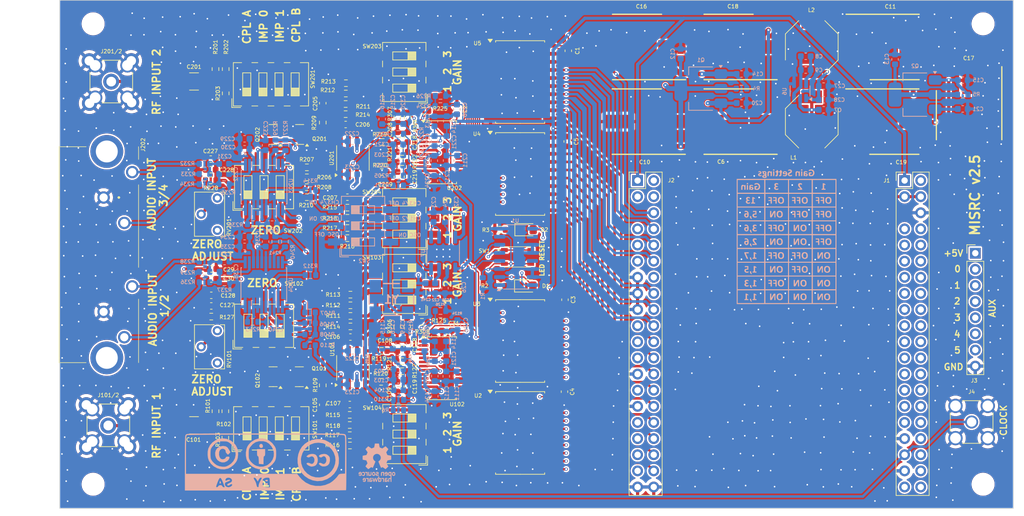
<source format=kicad_pcb>
(kicad_pcb (version 20240108) (generator "pcbnew") (generator_version "8.0")
  (title_block (title "MISRC-AiO") (date "2023-11-22") (rev "3.0"))
  (layers (0 "F.Cu" signal) (1 "In1.Cu" signal) (2 "In2.Cu" signal) (31 "B.Cu" signal) (34 "B.Paste" user) (35 "F.Paste" user) (36 "B.SilkS" user "B.Silkscreen") (37 "F.SilkS" user "F.Silkscreen") (38 "B.Mask" user) (39 "F.Mask" user) (44 "Edge.Cuts" user))
  (net 0 "")
  (net 1 "GND")
  (net 2 "+5V")
  (net 3 "+5VA")
  (net 4 "-5VA")
  (net 5 "VDDA")
  (net 6 "/CLK_40")
  (net 7 "Net-(R212-Pad2)")
  (net 8 "Net-(R213-Pad2)")
  (net 9 "Net-(R217-Pad2)")
  (net 10 "Net-(R218-Pad2)")
  (net 11 "/DA0")
  (net 12 "/DA1")
  (net 13 "/DA2")
  (net 14 "/DA3")
  (net 15 "/DA4")
  (net 16 "/DA5")
  (net 17 "/DA6")
  (net 18 "/DA7")
  (net 19 "/DA8")
  (net 20 "/DA9")
  (net 21 "/DA10")
  (net 22 "/DA11")
  (net 23 "/DB3")
  (net 24 "/DB2")
  (net 25 "/DB1")
  (net 26 "/DB0")
  (net 27 "/DB4")
  (net 28 "/DB5")
  (net 29 "/DB6")
  (net 30 "/DB7")
  (net 31 "/DB8")
  (net 32 "/DB9")
  (net 33 "/DB10")
  (net 34 "/DB11")
  (net 35 "/OTRA")
  (net 36 "/OTRB")
  (net 37 "Net-(U6-CP+)")
  (net 38 "Net-(U6-CP-)")
  (net 39 "+5Vpcm")
  (net 40 "Net-(Q2-C)")
  (net 41 "Net-(Q1-B)")
  (net 42 "Net-(Q2-B)")
  (net 43 "Net-(U7-BYP)")
  (net 44 "Net-(U7-VREG)")
  (net 45 "Net-(U7-REF)")
  (net 46 "Net-(U6-VOUT)")
  (net 47 "Net-(J101-Signal)")
  (net 48 "Net-(C101-Pad2)")
  (net 49 "Net-(U101-VCM)")
  (net 50 "Net-(Q101-E)")
  (net 51 "Net-(U101-+)")
  (net 52 "Net-(U101--)")
  (net 53 "Net-(C107-Pad2)")
  (net 54 "Net-(C108-Pad2)")
  (net 55 "Net-(C109-Pad1)")
  (net 56 "Net-(U102-VREF)")
  (net 57 "Net-(U102-REFT)")
  (net 58 "Net-(U102-REFB)")
  (net 59 "Net-(U102-IN)")
  (net 60 "Net-(U102-~{IN})")
  (net 61 "Net-(C127-Pad1)")
  (net 62 "Net-(J201-Signal)")
  (net 63 "Net-(C201-Pad2)")
  (net 64 "Net-(U201-VCM)")
  (net 65 "Net-(Q201-E)")
  (net 66 "Net-(U201-+)")
  (net 67 "Net-(U201--)")
  (net 68 "Net-(C207-Pad2)")
  (net 69 "Net-(C208-Pad2)")
  (net 70 "Net-(C209-Pad1)")
  (net 71 "Net-(U202-VREF)")
  (net 72 "Net-(U202-REFT)")
  (net 73 "Net-(U202-REFB)")
  (net 74 "Net-(U202-IN)")
  (net 75 "Net-(U202-~{IN})")
  (net 76 "Net-(C227-Pad1)")
  (net 77 "Net-(D1-K)")
  (net 78 "Net-(D1-A)")
  (net 79 "Net-(D2-K)")
  (net 80 "Net-(D2-A)")
  (net 81 "Net-(U204-VREF1)")
  (net 82 "Net-(C237-Pad1)")
  (net 83 "Net-(U204-VINL)")
  (net 84 "Net-(U204-VINR)")
  (net 85 "VDD")
  (net 88 "Net-(J1-DQ5)")
  (net 89 "Net-(J1-DQ3)")
  (net 91 "Net-(J1-DQ6)")
  (net 99 "Net-(J1-DQ9)")
  (net 101 "Net-(J1-PCLK)")
  (net 105 "Net-(J1-DQ0)")
  (net 106 "Net-(J1-DQ2)")
  (net 108 "Net-(J1-DQ8)")
  (net 109 "Net-(J1-DQ12)")
  (net 110 "Net-(J1-DQ7)")
  (net 111 "Net-(J1-DQ1)")
  (net 112 "Net-(J1-DQ4)")
  (net 113 "Net-(J1-DQ14)")
  (net 115 "Net-(J1-DQ11)")
  (net 116 "Net-(J1-DQ10)")
  (net 117 "Net-(R102-Pad1)")
  (net 118 "Net-(R103-Pad1)")
  (net 119 "Net-(R106-Pad1)")
  (net 120 "Net-(R106-Pad2)")
  (net 121 "Net-(R107-Pad2)")
  (net 122 "Net-(R111-Pad2)")
  (net 123 "Net-(R112-Pad2)")
  (net 124 "Net-(R113-Pad2)")
  (net 125 "Net-(R116-Pad2)")
  (net 126 "Net-(R117-Pad2)")
  (net 127 "Net-(R118-Pad2)")
  (net 128 "Net-(U102-SENSE)")
  (net 129 "Net-(U102-MODE)")
  (net 130 "Net-(R125-Pad1)")
  (net 131 "Net-(R127-Pad2)")
  (net 132 "Net-(R202-Pad1)")
  (net 133 "Net-(R203-Pad1)")
  (net 134 "Net-(R206-Pad1)")
  (net 135 "Net-(R206-Pad2)")
  (net 136 "Net-(R207-Pad2)")
  (net 137 "Net-(R211-Pad2)")
  (net 138 "Net-(R216-Pad2)")
  (net 139 "Net-(U202-SENSE)")
  (net 140 "Net-(U202-MODE)")
  (net 141 "Net-(R225-Pad1)")
  (net 142 "Net-(R228-Pad2)")
  (net 147 "Net-(U203-VREF1)")
  (net 148 "Net-(U203-VINL)")
  (net 149 "Net-(U203-VINR)")
  (net 150 "Net-(C231-Pad1)")
  (net 151 "Net-(C232-Pad1)")
  (net 152 "Net-(U203-MODE0)")
  (net 153 "Net-(U203-BYPAS)")
  (net 154 "Net-(U203-PDWN_N)")
  (net 155 "Net-(C238-Pad1)")
  (net 156 "/Audio_ADC/LRCK1")
  (net 157 "/Audio_ADC/DOUT1")
  (net 158 "/Audio_ADC/BCK1")
  (net 159 "Net-(U204-BYPAS)")
  (net 160 "Net-(U204-PDWN_N)")
  (net 161 "Net-(U204-MODE0)")
  (net 162 "/Audio_ADC/DOUT2")
  (net 163 "/Audio_ADC/BCK2")
  (net 164 "/Audio_ADC/LRCK2")
  (net 167 "IN2_L")
  (net 168 "IN1_R")
  (net 169 "IN2_R")
  (net 170 "IN1_L")
  (net 173 "Net-(J1-DQ13)")
  (net 174 "Net-(U102-CLK)")
  (net 175 "Net-(U202-CLK)")
  (net 176 "Net-(U204-SCKI)")
  (net 177 "Net-(U203-SCKI)")
  (net 178 "Net-(C106-Pad2)")
  (net 179 "Net-(C206-Pad2)")
  (net 180 "Net-(Q101-B)")
  (net 181 "Net-(Q101-C)")
  (net 182 "Net-(Q201-B)")
  (net 183 "Net-(Q201-C)")
  (net 184 "Net-(J1-DQ15)")
  (net 185 "Net-(J2-DQ21)")
  (net 186 "Net-(J2-DQ26)")
  (net 188 "Net-(J2-DQ31)")
  (net 191 "Net-(J2-DQ23)")
  (net 197 "Net-(J2-DQ20)")
  (net 198 "Net-(J2-DQ19)")
  (net 200 "Net-(J2-DQ22)")
  (net 202 "Net-(J2-DQ30)")
  (net 203 "Net-(J2-DQ27)")
  (net 204 "Net-(J2-DQ28)")
  (net 206 "Net-(J2-DQ18)")
  (net 208 "Net-(J2-DQ16)")
  (net 210 "Net-(J2-DQ17)")
  (net 211 "Net-(J2-DQ29)")
  (net 212 "Net-(J2-DQ24)")
  (net 215 "Net-(J2-DQ25)")
  (net 216 "Net-(U1A-R)")
  (net 217 "/Audio_ADC/SCKI_2")
  (net 218 "/Audio_ADC/SCKI_1")
  (net 219 "/osc_en")
  (footprint "Footprints:CAPAE1030X850N" (layer "F.Cu") (at 186.75 78.6)
    (property "Reference" "C19")
    (property "Value" "470u" (hide yes))
  )
  (footprint "Capacitor_SMD:C_0603_1608Metric" (layer "F.Cu") (at 111.425 120.325 -90)
    (property "Reference" "C119")
    (property "Value" "15pF/1")
  )
  (footprint "Resistor_SMD:R_0603_1608Metric" (layer "F.Cu") (at 107.3 119.575)
    (property "Reference" "R120")
    (property "Value" "40B")
  )
  (footprint "Capacitor_SMD:C_0603_1608Metric" (layer "F.Cu") (at 109.825 113.95 -90)
    (property "Reference" "C108")
    (property "Value" "82pF/1")
  )
  (footprint "Resistor_SMD:R_0603_1608Metric" (layer "F.Cu") (at 101.725 75.825)
    (property "Reference" "R211")
    (property "Value" "1kB")
  )
  (footprint "Button_Switch_SMD:SW_DIP_SPSTx03_Slide_6.7x9.18mm_W8.61mm_P2.54mm_LowProfile" (layer "F.Cu") (at 110.945 104.16 180)
    (property "Reference" "SW103")
    (property "Value" "SW_DIP_x03")
  )
  (footprint "Resistor_SMD:R_0603_1608Metric" (layer "F.Cu") (at 101.766 72.55)
    (property "Reference" "R213")
    (property "Value" "4k99B")
  )
  (footprint "Footprints:SMA_Amphenol_901-144_Horizontal" (layer "F.Cu") (at 64.395 126.425)
    (property "Reference" "J101/2")
    (property "Value" "Conn_01x01_Shielded")
  )
  (footprint "MountingHole:MountingHole_3.2mm_M3" (layer "F.Cu") (at 202 135.7)
    (property "Reference" "H3" (hide yes))
    (property "Value" "MountingHole")
  )
  (footprint "Resistor_SMD:R_0603_1608Metric" (layer "F.Cu") (at 81.25 124.2 -90)
    (property "Reference" "R101")
    (property "Value" "75B")
  )
  (footprint "Footprints:SOT-23" (layer "F.Cu") (at 90.3125 80.625 180)
    (property "Reference" "Q202")
    (property "Value" "CMPT5179")
  )
  (footprint "LED_SMD:LED_0805_2012Metric_Pad1.15x1.40mm_HandSolder" (layer "F.Cu") (at 130.2 95.625)
    (property "Reference" "D2")
    (property "Value" "LED")
  )
  (footprint "Resistor_SMD:R_0603_1608Metric" (layer "F.Cu") (at 102.4 129.6)
    (property "Reference" "R116")
    (property "Value" "1kB")
  )
  (footprint "Capacitor_SMD:C_1210_3225Metric" (layer "F.Cu") (at 77.875 126.425)
    (property "Reference" "C101")
    (property "Value" "100u")
  )
  (footprint "Resistor_SMD:R_0603_1608Metric" (layer "F.Cu") (at 98.125 78.75 -90)
    (property "Reference" "R209")
    (property "Value" "499B")
  )
  (footprint "Resistor_SMD:R_0603_1608Metric" (layer "F.Cu") (at 82.85 74.15 90)
    (property "Reference" "R203")
    (property "Value" "75B")
  )
  (footprint "Resistor_SMD:R_0603_1608Metric" (layer "F.Cu") (at 95.625 88.925 180)
    (property "Reference" "R208")
    (property "Value" "39B")
  )
  (footprint "Resistor_SMD:R_0603_1608Metric" (layer "F.Cu") (at 95.625 87.375 180)
    (property "Reference" "R206")
    (property "Value" "75B")
  )
  (footprint "Package_SO:TSSOP-28_4.4x9.7mm_P0.65mm" (layer "F.Cu") (at 116.8625 117.425)
    (property "Reference" "U102")
    (property "Value" "AD9235")
  )
  (footprint "Resistor_SMD:R_0603_1608Metric" (layer "F.Cu") (at 95.625 90.5)
    (property "Reference" "R210")
    (property "Value" "499B")
  )
  (footprint "Capacitor_SMD:C_0603_1608Metric" (layer "F.Cu") (at 102.475 112.525)
    (property "Reference" "C106")
    (property "Value" "1p")
  )
  (footprint "Package_SO:SOIC-20W_7.5x12.8mm_P1.27mm" (layer "F.Cu") (at 129.175 72.372)
    (property "Reference" "U5")
    (property "Value" "74VHC541")
  )
  (footprint "Capacitor_SMD:C_0603_1608Metric" (layer "F.Cu") (at 101.725 79.05)
    (property "Reference" "C206")
    (property "Value" "1p")
  )
  (footprint "Resistor_SMD:R_0603_1608Metric" (layer "F.Cu") (at 102 92.15)
    (property "Reference" "R215")
    (property "Value" "6k49B")
  )
  (footprint "Package_SO:SOIC-20W_7.5x12.8mm_P1.27mm" (layer "F.Cu") (at 129.175 86.85)
    (property "Reference" "U4")
    (property "Value" "74VHC541")
  )
  (footprint "Potentiometer_THT:Potentiometer_Bourns_3266W_Vertical" (layer "F.Cu") (at 81.54 95.715 -90)
    (property "Reference" "RV201")
    (property "Value" "10k")
  )
  (footprint "Footprints:CAPAE1030X850N" (layer "F.Cu") (at 199.8 76.3 -90)
    (property "Reference" "C17")
    (property "Value" "470u" (hide yes))
  )
  (footprint "Resistor_SMD:R_0603_1608Metric" (layer "F.Cu") (at 110.6 117.9)
    (property "Reference" "R122")
    (property "Value" "22B")
  )
  (footprint "Footprints:L_Bourns-SRU8043_2" (layer "F.Cu") (at 175.05 78.6 -90)
    (property "Reference" "L1")
    (property "Value" "100u")
  )
  (footprint "Button_Switch_SMD:SW_DIP_SPSTx03_Slide_6.7x9.18mm_W8.61mm_P2.54mm_LowProfile" (layer "F.Cu") (at 110.966166 127.811166 180)
    (property "Reference" "SW104")
    (property "Value" "SW_DIP_x03")
  )
  (footprint "Footprints:CAPAE1030X850N" (layer "F.Cu") (at 186.8 66.85)
    (property "Reference" "C11")
    (property "Value" "470u" (hide yes))
  )
  (footprint "Capacitor_SMD:C_0603_1608Metric" (layer "F.Cu") (at 117.65 111.525 180)
    (property "Reference" "C31")
    (property "Value" "1u")
  )
  (footprint "Footprints:SOT-23" (layer "F.Cu") (at 90.3125 118.775 180)
    (property "Reference" "Q102")
    (property "Value" "CMPT5179")
  )
  (footprint "Resistor_SMD:R_0603_1608Metric" (layer "F.Cu") (at 125.975 104.475 180)
    (property "Reference" "R2")
    (property "Value" "100")
  )
  (footprint "Footprints:SMA_Amphenol_901-144_Horizontal" (layer "F.Cu") (at 64.86 72.29)
    (property "Reference" "J201/2")
    (property "Value" "Conn_01x01_Shielded")
  )
  (footprint "Capacitor_SMD:C_0603_1608Metric" (layer "F.Cu") (at 109.85 81.05 -90)
    (property "Reference" "C208")
    (property "Value" "82pF/1")
  )
  (footprint "Package_SO:SOIC-20W_7.5x12.8mm_P1.27mm" (layer "F.Cu") (at 129.175 127.623)
    (property "Reference" "U2")
    (property "Value" "74VHC541")
  )
  (footprint "Resistor_SMD:R_0603_1608Metric" (layer "F.Cu") (at 113.725 110.125)
    (property "Reference" "R125")
    (property "Value" "3k3")
  )
  (footprint "Resistor_SMD:R_0603_1608Metric" (layer "F.Cu") (at 102 96.95)
    (property "Reference" "R216")
    (property "Value" "1kB")
  )
  (footprint "Button_Switch_SMD:SW_DIP_SPSTx04_Slide_6.7x11.72mm_W8.61mm_P2.54mm_LowProfile" (layer "F.Cu") (at 89.975 72.725 90)
    (property "Reference" "SW201")
    (property "Value" "SW_DIP_x04")
  )
  (footprint "MountingHole:MountingHole_3.2mm_M3" (layer "F.Cu") (at 62 135.7)
    (property "Reference" "H2" (hide yes))
    (property "Value" "MountingHole")
  )
  (footprint "LED_SMD:LED_0805_2012Metric_Pad1.15x1.40mm_HandSolder" (layer "F.Cu") (at 130.157 104.475)
    (property "Reference" "D1")
    (property "Value" "LED")
  )
  (footprint "Footprints:L_Bourns-SRU8043_2" (layer "F.Cu") (at 175.05 66.85 90)
    (property "Reference" "L2")
    (property "Value" "100u")
  )
  (footprint "Resistor_SMD:R_0603_1608Metric" (layer "F.Cu") (at 82.8 124.2 -90)
    (property "Reference" "R102")
    (property "Value" "150B")
  )
  (footprint "Resistor_SMD:R_0603_1608Metric" (layer "F.Cu") (at 109.85 77.925 -90)
    (property "Reference" "R307")
    (property "Value" "0R")
  )
  (footprint "Capacitor_SMD:C_1210_3225Metric" (layer "F.Cu") (at 77.875 72.275)
    (property "Reference" "C201")
    (property "Value" "100u")
  )
  (footprint "Resistor_SMD:R_0603_1608Metric" (layer "F.Cu") (at 111.475 77.925 -90)
    (property "Reference" "R309")
    (property "Value" "0R")
  )
  (footprint "Resistor_SMD:R_0603_1608Metric" (layer "F.Cu") (at 102.375 124.775)
    (property "Reference" "R115")
    (property "Value" "6k49B")
  )
  (footprint "Resistor_SMD:R_0603_1608Metric" (layer "F.Cu") (at 102.475 109.2)
    (property "Reference" "R111")
    (property "Value" "1kB")
  )
  (footprint "Capacitor_SMD:C_0603_1608Metric" (layer "F.Cu") (at 80.6 101.8)
    (property "Reference" "C29")
    (property "Value" "1u")
  )
  (footprint "Resistor_SMD:R_0603_1608Metric" (layer "F.Cu") (at 107.4 86.55)
    (property "Reference" "R220")
    (property "Value" "40B")
  )
  (footprint "Footprints:SMA_Amphenol_901-144_Vertical2" (layer "F.Cu") (at 200.2 125.9)
    (property "Reference" "J4")
    (property "Value" "Conn_01x01_Shielded")
  )
  (footprint "Capacitor_SMD:C_0603_1608Metric" (layer "F.Cu") (at 109.825 120.325 -90)
    (property "Reference" "C109")
    (property "Value" "82pF/1")
  )
  (footprint "Capacitor_SMD:C_0603_1608Metric" (layer "F.Cu") (at 109.85 87.3 -90)
    (property "Reference" "C209")
    (property "Value" "82pF/1")
  )
  (footprint "Resistor_SMD:R_0603_1608Metric" (layer "F.Cu") (at 101.75 74.175)
    (property "Reference" "R212")
    (property "Value" "2k49B")
  )
  (footprint "Resistor_SMD:R_0603_1608Metric" (layer "F.Cu") (at 102.475 105.85)
    (property "Reference" "R113")
    (property "Value" "4k99B")
  )
  (footprint "Resistor_SMD:R_0603_1608Metric" (layer "F.Cu") (at 95.625 85.8 180)
    (property "Reference" "R207")
    (property "Value" "39B")
  )
  (footprint "Resistor_SMD:R_0603_1608Metric" (layer "F.Cu") (at 110.625 84.975)
    (property "Reference" "R222")
    (property "Value" "22B")
  )
  (footprint "Footprints:CAPAE1030X850N" (layer "F.Cu") (at 148.8 78.6 180)
    (property "Reference" "C10")
    (property "Value" "470u" (hide yes))
  )
  (footprint "Package_SO:SOIC-20W_7.5x12.8mm_P1.27mm" (layer "F.Cu") (at 129.175 113.145)
    (property "Reference" "U3")
    (property "Value" "74VHC541")
  )
  (footprint "Resistor_SMD:R_0603_1608Metric" (layer "F.Cu") (at 113.975 76.9)
    (property "Reference" "R225")
    (property "Value" "3k3")
  )
  (footprint "Button_Switch_SMD:SW_DIP_SPSTx03_Slide_6.7x9.18mm_W8.61mm_P2.54mm_LowProfile" (layer "F.Cu") (at 110.945 70.79 180)
    (property "Reference" "SW203")
    (property "Value" "SW_DIP_x03")
  )
  (footprint "Capacitor_SMD:C_0603_1608Metric" (layer "F.Cu") (at 80.585 105.95 180)
    (property "Reference" "C128")
    (property "Value" "1n/1")
  )
  (footprint "Capacitor_SMD:C_0603_1608Metric" (layer "F.Cu") (at 102.379 123.15)
    (property "Reference" "C107")
    (property "Value" "1p")
  )
  (footprint "Resistor_SMD:R_0603_1608Metric" (layer "F.Cu") (at 111.4 110.875 -90)
    (property "Reference" "R308")
    (property "Value" "0R")
  )
  (footprint "Resistor_SMD:R_0603_1608Metric" (layer "F.Cu") (at 109.825 110.875 -90)
    (property "Reference" "R306")
    (property "Value" "0R")
  )
  (footprint "Resistor_SMD:R_0603_1608Metric" (layer "F.Cu") (at 102 93.75)
    (property "Reference" "R218")
    (property "Value" "4k99B")
  )
  (footprint "Resistor_SMD:R_0603_1608Metric" (layer "F.Cu") (at 107.4 114.7)
    (property "Reference" "R119")
    (property "Value" "40B")
  )
  (footprint "Footprints:CAPAE1030X850N" (layer "F.Cu") (at 163.25 78.6 180)
    (property "Reference" "C6")
    (property "Value" "470u" (hide yes))
  )
  (footprint "Footprints:CAPAE1030X850N" (layer "F.Cu") (at 163.25 66.85 180)
    (property "Reference" "C18")
    (property "Value" "470u" (hide yes))
  )
  (footprint "Resistor_SMD:R_0603_1608Metric" (layer "F.Cu") (at 107.55 81.8)
    (property "Reference" "R219")
    (property "Value" "40B")
  )
  (footprint "Footprints:PTS810SJG250SMTRLFS" (layer "F.Cu") (at 128.775 99.9)
    (property "Reference" "SW1")
    (property "Value" "PTS810SJM250SMTRLFS" (hide yes))
  )
  (footprint "MountingHole:MountingHole_3.2mm_M3" (layer "F.Cu") (at 62 63.2)
    (property "Reference" "H1" (hide yes))
    (property "Value" "MountingHole")
  )
  (footprint "Capacitor_SMD:C_0603_1608Metric" (layer "F.Cu") (at 119.225 76.675 90)
    (property "Reference" "C2")
    (property "Value" "1u")
  )
  (footprint "Footprints:SOT-23" (layer "F.Cu") (at 94.4375 118.775 180)
    (property "Reference" "Q101")
    (property "Value" "CMPT5179")
  )
  (footprint "Capacitor_SMD:C_0603_1608Metric" (layer "F.Cu") (at 98.125 123.2 90)
    (property "Reference" "C105")
    (property "Value" "470n/1")
  )
  (footprint "Capacitor_SMD:C_0603_1608Metric" (layer "F.Cu") (at 80.5 86.175 180)
    (property "Reference" "C228")
    (property "Value" "1n/1")
  )
  (footprint "Resistor_SMD:R_0603_1608Metric" (layer "F.Cu") (at 81.25 70.325 -90)
    (property "Reference" "R201")
    (property "Value" "75B")
  )
  (footprint "Resistor_SMD:R_0603_1608Metric" (layer "F.Cu") (at 102 95.35)
    (property "Reference" "R217")
    (property "Value" "2k49B")
  )
  (footprint "Capacitor_SMD:C_0603_1608Metric" (layer "F.Cu") (at 111.4 113.95 -90)
    (property "Reference" "C118")
    (property "Value" "15pF/1")
  )
  (footprint "Capacitor_SMD:C_0603_1608Metric" (layer "F.Cu") (at 136.15 121.125 90)
    (property "Reference" "C4")
    (property "Value" "1u")
  )
  (footprint "Footprints:KLP42X61WWRR" (layer "F.Cu") (at 63.65 90.55 -90)
    (property "Reference" "J202")
    (property "Value" "KLP42X-61-WW_RR" (hide yes))
  )
  (footprint "Resistor_SMD:R_0603_1608Metric" (layer "F.Cu") (at 102.375 126.375)
    (property "Reference" "R118")
    (property "Value" "4k99B")
  )
  (footprint "Resistor_SMD:R_0603_1608Metric" (layer "F.Cu") (at 110.625 83.375)
    (property "Reference" "R221")
    (property "Value" "22B")
  )
  (footprint "Footprints:CAPAE1030X850N" (layer "F.Cu") (at 148.85 66.85 180)
    (property "Reference" "C16")
    (property "Value" "470u" (hide yes))
  )
  (footprint "Resistor_SMD:R_0603_1608Metric" (layer "F.Cu") (at 80.5 87.85 180)
    (property "Reference" "R228")
    (property "Value" "3k3")
  )
  (footprint "Footprints:BNC_Right_Angle-DOSIN-801-0050_5pin" (layer "F.Cu") (at 64.375 126.475)
    (property "Reference" "J101" (hide yes))
    (property "Value" "BNC_Rosenberger")
  )
  (footprint "Button_Switch_SMD:SW_DIP_SPSTx04_Slide_6.7x11.72mm_W8.61mm_P2.54mm_LowProfile" (layer "F.Cu") (at 90.025 126.9 90)
    (property "Reference" "SW101")
    (property "Value" "SW_DIP_x04")
  )
  (footprint "Resistor_SMD:R_0603_1608Metric" (layer "F.Cu") (at 98.125 120.125 90)
    (property "Reference" "R109")
    (property "Value" "499B")
  )
  (footprint "Connector_PinHeader_2.54mm:PinHeader_1x08_P2.54mm_Vertical" (layer "F.Cu") (at 200.775 99.32)
    (property "Reference" "J3")
    (property "Value" "Conn_01x08_Socket")
  )
  (footprint "Capacitor_SMD:C_0603_1608Metric" (layer "F.Cu") (at 80.5 84.5 180)
    (property "Reference" "C227")
    (property "Value" "10u")
  )
  (footprint "Button_Switch_SMD:SW_DIP_SPSTx03_Slide_6.7x9.18mm_W8.61mm_P2.54mm_LowProfile" (layer "F.Cu") (at 88.887 88.913 90)
    (property "Reference" "SW202")
    (property "Value" "SW_DIP_x03")
  )
  (footprint "Footprints:PinHeader_2x20_P2.54mm_Vertical-1" (layer "F.Cu") (at 189.653 87.875)
    (property "Reference" "J1")
    (property "Value" "GPIFII_J6")
  )
  (footprint "Resistor_SMD:R_0603_1608Metric" (layer "F.Cu") (at 102.475 107.525)
    (property "Reference" "R112")
    (property "Value" "2k49B")
  )
  (footprint "Resistor_SMD:R_0603_1608Metric" (layer "F.Cu") (at 82.8 128.375 90)
    (property "Reference" "R103")
    (property "Value" "75B")
  )
  (footprint "Package_SO:SO-8_3.9x4.9mm_P1.27mm" (layer "F.Cu") (at 102.87 84.328 90)
    (property "Reference" "U201")
    (property "Value" "AD8138ARZ")
  )
  (footprint "Footprints:SOT-23" (layer "F.Cu") (at 94.4875 80.625 180)
    (property "Reference" "Q201")
    (property "Value" "CMPT5179")
  )
  (footprint "Capacitor_SMD:C_0603_1608Metric" (layer "F.Cu") (at 136.575 81.725 -90)
    (property "Reference" "C5")
    (property "Value" "1u")
  )
  (footprint "Capacitor_SMD:C_0603_1608Metric" (layer "F.Cu") (at 111.45 87.275 -90)
    (property "Reference" "C219")
    (property "Value" "15pF/1")
  )
  (footprint "MountingHole:MountingHole_3.2mm_M3" (layer "F.Cu") (at 202 63.2)
    (property "Reference" "H4" (hide yes))
    (property "Value" "MountingHole")
  )
  (footprint "Package_SO:TSSOP-28_4.4x9.7mm_P0.65mm" (layer "F.Cu") (at 116.8625 83.425)
    (property "Reference" "U202")
    (property "Value" "AD9235")
  )
  (footprint "Resistor_SMD:R_0603_1608Metric" (layer "F.Cu") (at 82.85 70.325 -90)
    (property "Reference" "R202")
    (property "Value" "150B")
  )
  (footprint "Resistor_SMD:R_0603_1608Metric" (layer "F.Cu") (at 110.6 116.325)
    (property "Reference" "R121")
    (property "Value" "22B")
  )
  (footprint "Resistor_SMD:R_0603_1608Metric" (layer "F.Cu") (at 101.725 77.425)
    (property "Reference" "R214")
    (property "Value" "6k49B")
  )
  (footprint "Capacitor_SMD:C_0603_1608Metric" (layer "F.Cu") (at 136.225 106.65 90)
    (property "Reference" "C3")
    (property "Value" "1u")
  )
  (footprint "Package_SO:SO-8_3.9x4.9mm_P1.27mm" (layer "F.Cu") (at 102.875 117.375 90)
    (property "Reference" "U101")
    (property "Value" "AD8138ARZ")
  )
  (footprint "Button_Switch_SMD:SW_DIP_SPSTx03_Slide_6.7x9.18mm_W8.61mm_P2.54mm_LowProfile" (layer "F.Cu") (at 110.945 93.79 180)
    (property "Reference" "SW204")
    (property "Value" "SW_DIP_x03")
  )
  (footprint "Potentiometer_THT:Potentiometer_Bourns_3266W_Vertical" (layer "F.Cu") (at 81.54 116.6 -90)
    (property "Reference" "RV101")
    (property "Value" "10k")
  )
  (footprint "Button_Switch_SMD:SW_DIP_SPSTx03_Slide_6.7x9.18mm_W8.61mm_P2.54mm_LowProfile" (layer "F.Cu") (at 88.887 110.745 90)
    (property "Reference" "SW102")
    (property "Value" "SW_DIP_x03")
  )
  (footprint "Resistor_SMD:R_0603_1608Metric" (layer "F.Cu") (at 126.018 95.625 180)
    (property "Reference" "R3")
    (property "Value" "100")
  )
  (footprint "Resistor_SMD:R_0603_1608Metric" (layer "F.Cu") (at 80.585 109.3 180)
    (property "Reference" "R127")
    (property "Value" "3k3")
  )
  (footprint "Footprints:PinHeader_2x20_P2.54mm_Vertical-1" (layer "F.Cu") (at 147.65 87.875)
    (property "Reference" "J2")
    (property "Value" "GPIFII_J7")
  )
  (footprint "Footprints:BNC_Right_Angle-DOSIN-801-0050_5pin" (layer "F.Cu") (at 64.84 72.31)
    (property "Reference" "J201" (hide yes))
    (property "Value" "BNC_Rosenberger")
  )
  (footprint "Resistor_SMD:R_0603_1608Metric" (layer "F.Cu") (at 102.375 127.975)
    (property "Reference" "R117")
    (property "Value" "2k49B")
  )
  (footprint "Capacitor_SMD:C_0603_1608Metric" (layer "F.Cu") (at 80.585 107.625 180)
    (property "Reference" "C127")
    (property "Value" "10u")
  )
  (footprint "Capacitor_SMD:C_0603_1608Metric" (layer "F.Cu") (at 136.75 67.45 -90)
    (property "Reference" "C1")
    (property "Value" "1u")
  )
  (footprint "Capacitor_SMD:C_0603_1608Metric" (layer "F.Cu") (at 102 90.5)
    (property "Reference" "C207")
    (property "Value" "1p")
  )
  (footprint "Capacitor_SMD:C_0603_1608Metric" (layer "F.Cu") (at 80.585 103.375 180)
    (property "Reference" "C30")
    (property "Value" "1u")
  )
  (footprint "Capacitor_SMD:C_0603_1608Metric" (layer "F.Cu") (at 98.125 75.7 -90)
    (property "Reference" "C205")
    (property "Value" "470n/1")
  )
  (footprint "Capacitor_SMD:C_0603_1608Metric" (layer "F.Cu") (at 111.475 81.05 -90)
    (property "Reference" "C218")
    (property "Value" "15pF/1")
  )
  (footprint "Resistor_SMD:R_0603_1608Metric" (layer "F.Cu") (at 102.475 110.85)
    (property "Reference" "R114")
    (property "Value" "6k49B")
  )
  (footprint "Capacitor_SMD:C_0603_1608Metric" (layer "B.Cu") (at 102.85 114.7)
    (property "Reference" "C122")
    (property "Value" "100n")
  )
  (footprint "Capacitor_SMD:C_0603_1608Metric" (layer "B.Cu") (at 90.15 110.125 180)
    (property "Reference" "C240")
    (property "Value" "100n")
  )
  (footprint "Capacitor_SMD:C_0603_1608Metric" (layer "B.Cu") (at 119.225 76.675 -90)
    (property "Reference" "C226")
    (property "Value" "100n")
  )
  (footprint "Capacitor_SMD:C_0603_1608Metric" (layer "B.Cu") (at 110.775 113.575 90)
    (property "Reference" "C319")
    (property "Value" "10u")
  )
  (footprint "Capacitor_SMD:C_0603_1608Metric" (layer "B.Cu") (at 117.6 81.65 90)
    (property "Reference" "C221")
    (property "Value" "1n/1")
  )
  (footprint "Resistor_SMD:R_0603_1608Metric" (layer "B.Cu") (at 82.6 88.45 180)
    (property "Reference" "R235")
    (property "Value" "47k")
  )
  (footprint "Capacitor_SMD:C_0603_1608Metric" (layer "B.Cu") (at 164.005 75.675)
    (property "Reference" "C20")
    (property "Value" "1u")
  )
  (footprint "Capacitor_SMD:C_0603_1608Metric" (layer "B.Cu") (at 85.825 82.89 180)
    (property "Reference" "C230")
    (property "Value" "100n")
  )
  (footprint "Capacitor_SMD:C_0603_1608Metric" (layer "B.Cu") (at 174.1 68.316 180)
    (property "Reference" "C8")
    (property "Value" "10u")
  )
  (footprint "Footprints:MISRC_gain_settings" (layer "B.Cu") (at 171.1 96.675 180)
    (property "Reference" "H5" (hide yes))
    (property "Value" "MISRC-Gain_Settings" (hide yes))
  )
  (footprint "Capacitor_SMD:C_0603_1608Metric" (layer "B.Cu") (at 82.6 85.25)
    (property "Reference" "C231")
    (property "Value" "1u")
  )
  (footprint "Resistor_SMD:R_0603_1608Metric" (layer "B.Cu") (at 110 80.55)
    (property "Reference" "R204")
    (property "Value" "1kB")
  )
  (footprint "Footprints:CB3LV5I40M0000" (layer "B.Cu") (at 108.925 106.6 180)
    (property "Reference" "Y1")
    (property "Value" "CB3LV-5I-40M0000" (hide yes))
  )
  (footprint "Capacitor_SMD:C_0603_1608Metric" (layer "B.Cu") (at 115.8 104.828 90)
    (property "Reference" "C22")
    (property "Value" "1u")
  )
  (footprint "Resistor_SMD:R_0603_1608Metric" (layer "B.Cu") (at 96.125 113.825)
    (property "Reference" "R110")
    (property "Value" "499B")
  )
  (footprint "Footprints:CC Licence" (layer "B.Cu") (at 89.14 132.2 180)
    (property "Reference" "H6" (hide yes))
    (property "Value" "CC Licence" (hide yes))
  )
  (footprint "Capacitor_SMD:C_0603_1608Metric" (layer "B.Cu") (at 198.8 76.6)
    (property "Reference" "C21")
    (property "Value" "1u")
  )
  (footprint "Resistor_SMD:R_0603_1608Metric" (layer "B.Cu") (at 198.8 74.35)
    (property "Reference" "R5")
    (property "Value" "1k")
  )
  (footprint "Resistor_SMD:R_0603_1608Metric" (layer "B.Cu") (at 116.65 108.425 180)
    (property "Reference" "R126")
    (property "Value" "10k")
  )
  (footprint "Capacitor_SMD:C_0603_1608Metric" (layer "B.Cu") (at 117.525 112.425 -90)
    (property "Reference" "C114")
    (property "Value" "1n/1")
  )
  (footprint "Capacitor_SMD:C_0603_1608Metric" (layer "B.Cu") (at 107.475 78.2 90)
    (property "Reference" "C216")
    (property "Value" "1n/1")
  )
  (footprint "Resistor_SMD:R_0603_1608Metric" (layer "B.Cu") (at 116.65 74.55 180)
    (property "Reference" "R226")
    (property "Value" "10k")
  )
  (footprint "Capacitor_SMD:C_0603_1608Metric" (layer "B.Cu") (at 115.675 84.75 -90)
    (property "Reference" "C225")
    (property "Value" "100n")
  )
  (footprint "Capacitor_SMD:C_0603_1608Metric" (layer "B.Cu") (at 85.825 96.7 180)
    (property "Reference" "C234")
    (property "Value" "10u")
  )
  (footprint "Resistor_SMD:R_0603_1608Metric" (layer "B.Cu") (at 92.175 97.5 -90)
    (property "Reference" "R240")
    (property "Value" "1k")
  )
  (footprint "Capacitor_SMD:C_0603_1608Metric" (layer "B.Cu") (at 115.7 78.55 -90)
    (property "Reference" "C213")
    (property "Value" "100n")
  )
  (footprint "Capacitor_SMD:C_0603_1608Metric" (layer "B.Cu") (at 176.925 76.745)
    (property "Reference" "C7")
    (property "Value" "1u")
  )
  (footprint "Package_TO_SOT_SMD:SOT-223-3_TabPin2" (layer "B.Cu") (at 191.3 74.35 180)
    (property "Reference" "Q2")
    (property "Value" "FZT790A")
  )
  (footprint "Capacitor_SMD:C_0603_1608Metric" (layer "B.Cu") (at 198.8 72.07)
    (property "Reference" "C15")
    (property "Value" "100n")
  )
  (footprint "Capacitor_SMD:C_0603_1608Metric" (layer "B.Cu") (at 117.55 118.7 90)
    (property "Reference" "C112")
    (property "Value" "100n")
  )
  (footprint "Resistor_SMD:R_0603_1608Metric" (layer "B.Cu") (at 90.65 97.5 -90)
    (property "Reference" "R241")
    (property "Value" "1k")
  )
  (footprint "Resistor_SMD:R_0603_1608Metric" (layer "B.Cu") (at 96.125 112.125 180)
    (property "Reference" "R108")
    (property "Value" "39B")
  )
  (footprint "Capacitor_SMD:C_0603_1608Metric" (layer "B.Cu") (at 102.775 86.9 180)
    (property "Reference" "C223")
    (property "Value" "100n")
  )
  (footprint "Capacitor_SMD:C_0603_1608Metric" (layer "B.Cu") (at 117.625 78.525 -90)
    (property "Reference" "C214")
    (property "Value" "1n/1")
  )
  (footprint "Footprints:SOIC-8-1EP_3.9x4.9mm_P1.27mm_EP2.29x3mm_2" (layer "B.Cu") (at 117.063 99.302 90)
    (property "Reference" "U7")
    (property "Value" "ADP7156ARDZ")
  )
  (footprint "Capacitor_SMD:C_0603_1608Metric" (layer "B.Cu") (at 82.6 86.85)
    (property "Reference" "C232")
    (property "Value" "1u")
  )
  (footprint "Capacitor_SMD:C_0603_1608Metric" (layer "B.Cu") (at 115.7 81.65 90)
    (property "Reference" "C217")
    (property "Value" "10u")
  )
  (footprint "Resistor_SMD:R_0603_1608Metric" (layer "B.Cu") (at 96.125 110.35 180)
    (property "Reference" "R106")
    (property "Value" "75B")
  )
  (footprint "Capacitor_SMD:C_0603_1608Metric" (layer "B.Cu") (at 164 71.1)
    (property "Reference" "C14")
    (property "Value" "100n")
  )
  (footprint "Resistor_SMD:R_0603_1608Metric" (layer "B.Cu") (at 79.525 100.628141)
    (property "Reference" "R238")
    (property "Value" "10k")
  )
  (footprint "Capacitor_SMD:C_0603_1608Metric" (layer "B.Cu") (at 107.475 113.575 90)
    (property "Reference" "C115")
    (property "Value" "100n")
  )
  (footprint "Resistor_SMD:R_0603_1608Metric" (layer "B.Cu") (at 112.5 80.35 90)
    (property "Reference" "R223")
    (property "Value" "10k")
  )
  (footprint "Capacitor_SMD:C_0603_1608Metric" (layer "B.Cu") (at 85.825 98.25 180)
    (property "Reference" "C235")
    (property "Value" "100n")
  )
  (footprint "Capacitor_SMD:C_0603_1608Metric" (layer "B.Cu") (at 82.675 102.25)
    (property "Reference" "C238")
    (property "Value" "1u")
  )
  (footprint "Symbol:OSHW-Logo_5.7x6mm_SilkScreen" (layer "B.Cu") (at 106.65 132.31 180)
    (property "Reference" "H7" (hide yes))
    (property "Value" "OSHW Logo" (hide yes))
  )
  (footprint "Resistor_SMD:R_0603_1608Metric" (layer "B.Cu") (at 79.525 86.85)
    (property "Reference" "R233")
    (property "Value" "47k")
  )
  (footprint "Resistor_SMD:R_0603_1608Metric" (layer "B.Cu") (at 79.525 85.25)
    (property "Reference" "R232")
    (property "Value" "10k" (hide yes))
  )
  (footprint "Capacitor_SMD:C_0603_1608Metric" (layer "B.Cu") (at 119.175 118.7 90)
    (property "Reference" "C111")
    (property "Value" "1n/1")
  )
  (footprint "Resistor_SMD:R_0603_1608Metric" (layer "B.Cu") (at 110 88.65)
    (property "Reference" "R311")
    (property "Value" "0R")
  )
  (footprint "Capacitor_SMD:C_0603_1608Metric" (layer "B.Cu") (at 89.125 82.325 90)
    (property "Reference" "C233")
    (property "Value" "100n")
  )
  (footprint "Resistor_SMD:R_0603_1608Metric" (layer "B.Cu") (at 116.625 76.15 180)
    (property "Reference" "R224")
    (property "Value" "4k99")
  )
  (footprint "Resistor_SMD:R_0603_1608Metric" (layer "B.Cu") (at 82.675 103.9 180)
    (property "Reference" "R237")
    (property "Value" "47k")
  )
  (footprint "Capacitor_SMD:C_0603_1608Metric" (layer "B.Cu") (at 115.675 87.9 -90)
    (property "Reference" "C224")
    (property "Value" "100n")
  )
  (footprint "Capacitor_SMD:C_0603_1608Metric" (layer "B.Cu") (at 115.75 118.675 -90)
    (property "Reference" "C125")
    (property "Value" "100n")
  )
  (footprint "Capacitor_SMD:C_0603_1608Metric" (layer "B.Cu") (at 114.275 104.825 -90)
    (property "Reference" "C241")
    (property "Value" "1u")
  )
  (footprint "Resistor_SMD:R_0603_1608Metric" (layer "B.Cu") (at 96.19 89.36 180)
    (property "Reference" "R314")
    (property "Value" "0R")
  )
  (footprint "Resistor_SMD:R_0603_1608Metric" (layer "B.Cu") (at 96.19 102.77 180)
    (property "Reference" "R312")
    (property "Value" "0R")
  )
  (footprint "Capacitor_SMD:C_0603_1608Metric" (layer "B.Cu") (at 110.003 85.5 180)
    (property "Reference" "C204")
    (property "Value" "1n/1")
  )
  (footprint "Package_TO_SOT_SMD:SOT-223-3_TabPin2" (layer "B.Cu") (at 157.6 73.4 180)
    (property "Reference" "Q1")
    (property "Value" "FZT690B")
  )
  (footprint "Capacitor_SMD:C_0603_1608Metric" (layer "B.Cu") (at 109.125 113.575 90)
    (property "Reference" "C116")
    (property "Value" "1n/1")
  )
  (footprint "Capacitor_SMD:C_0603_1608Metric" (layer "B.Cu") (at 90.15 94.75 180)
    (property "Reference" "C236")
    (property "Value" "100n")
  )
  (footprint "Capacitor_SMD:C_0603_1608Metric" (layer "B.Cu") (at 119.275 84.725 90)
    (property "Reference" "C211")
    (property "Value" "1n/1")
  )
  (footprint "Resistor_SMD:R_0603_1608Metric" (layer "B.Cu") (at 110.025 122.425)
    (property "Reference" "R310")
    (property "Value" "0R")
  )
  (footprint "Capacitor_SMD:C_0603_1608Metric" (layer "B.Cu") (at 115.75 112.425 -90)
    (property "Reference" "C113")
    (property "Value" "100n")
  )
  (footprint "Resistor_SMD:R_0603_1608Metric" (layer "B.Cu") (at 90.675 82.325 -90)
    (property "Reference" "R229")
    (property "Value" "1k")
  )
  (footprint "Resistor_SMD:R_0603_1608Metric" (layer "B.Cu") (at 79.525 102.25)
    (property "Reference" "R239")
    (property "Value" "47k")
  )
  (footprint "Resistor_SMD:R_0603_1608Metric" (layer "B.Cu") (at 116.642272 110 180)
    (property "Reference" "R124")
    (property "Value" "4k99")
  )
  (footprint "Resistor_SMD:R_0603_1608Metric" (layer "B.Cu") (at 92.25 82.325 -90)
    (property "Reference" "R227")
    (property "Value" "1k")
  )
  (footprint "Capacitor_SMD:C_0603_1608Metric" (layer "B.Cu") (at 154.425 67.925 90)
    (property "Reference" "C12")
    (property "Value" "1u")
  )
  (footprint "Capacitor_SMD:C_0603_1608Metric" (layer "B.Cu") (at 119.3 110.625 -90)
    (property "Reference" "C126")
    (property "Value" "100n")
  )
  (footprint "Resistor_SMD:R_0603_1608Metric" (layer "B.Cu") (at 110.025 115.95)
    (property "Reference" "R104")
    (property "Value" "1kB")
  )
  (footprint "Resistor_SMD:R_0603_1608Metric" (layer "B.Cu") (at 96.125 108.65 180)
    (property "Reference" "R107")
    (property "Value" "39B")
  )
  (footprint "Capacitor_SMD:C_0603_1608Metric" (layer "B.Cu") (at 110.8 78.2 90)
    (property "Reference" "C320")
    (property "Value" "10u")
  )
  (footprint "Capacitor_SMD:C_0603_1608Metric" (layer "B.Cu") (at 112.5 83.45 90)
    (property "Reference" "C220")
    (property "Value" "100n")
  )
  (footprint "Capacitor_SMD:C_0603_1608Metric" (layer "B.Cu") (at 117.35 93.65 -90)
    (property "Reference" "C23")
    (property "Value" "1u")
  )
  (footprint "Footprints:SOT-23-5" (layer "B.Cu") (at 173.211 73.777 90)
    (property "Reference" "U6")
    (property "Value" "TPS60401")
  )
  (footprint "Capacitor_SMD:C_0603_1608Metric" (layer "B.Cu") (at 176.911 73.0055 180)
    (property "Reference" "C27")
    (property "Value" "1n/1")
  )
  (footprint "Resistor_SMD:R_0603_1608Metric" (layer "B.Cu") (at 164 73.4)
    (property "Reference" "R4")
    (property "Value" "1k")
  )
  (footprint "Capacitor_SMD:C_0603_1608Metric" (layer "B.Cu") (at 110.025 117.575 180)
    (property "Reference" "C202")
    (property "Value" "10u")
  )
  (footprint "Button_Switch_SMD:SW_DIP_SPSTx03_Slide_6.7x9.18mm_W8.61mm_P2.54mm_LowProfile" (layer "B.Cu") (at 104.465 95.01)
    (property "Reference" "SW2")
    (property "Value" "SW_DIP_x03")
  )
  (footprint "Package_SO:SO-16_3.9x9.9mm_P1.27mm" (layer "B.Cu") (at 128.525 99.9)
    (property "Reference" "U1")
    (property "Value" "4043")
  )
  (footprint "Capacitor_SMD:C_0603_1608Metric" (layer "B.Cu") (at 89.125 97.5 90)
    (property "Reference" "C239")
    (property "Value" "100n")
  )
  (footprint "Capacitor_SMD:C_0603_1608Metric" (layer "B.Cu") (at 110.025 120.875 180)
    (property "Reference" "C104")
    (property "Value" "1n/1")
  )
  (footprint "Capacitor_SMD:C_0603_1608Metric" (layer "B.Cu") (at 85.825 81.31 180)
    (property "Reference" "C229")
    (property "Value" "10u")
  )
  (footprint "Resistor_SMD:R_0603_1608Metric" (layer "B.Cu") (at 87.1 94.75)
    (property "Reference" "R230")
    (property "Value" "1k")
  )
  (footprint "Capacitor_SMD:C_0603_1608Metric" (layer "B.Cu") (at 82.675 100.625)
    (property "Reference" "C237")
    (property "Value" "1u")
  )
  (footprint "Resistor_SMD:R_0603_1608Metric" (layer "B.Cu") (at 87.1 110.125)
    (property "Reference" "R243")
    (property "Value" "1k")
  )
  (footprint "Resistor_SMD:R_0603_1608Metric" (layer "B.Cu") (at 123.3 104 90)
    (property "Reference" "R1")
    (property "Value" "10k")
  )
  (footprint "Resistor_SMD:R_0603_1608Metric" (layer "B.Cu") (at 110 87.1)
    (property "Reference" "R205")
    (property "Value" "1kB")
  )
  (footprint "Resistor_SMD:R_0603_1608Metric" (layer "B.Cu") (at 79.525 88.45)
    (property "Reference" "R234")
    (property "Value" "10k" (hide yes))
  )
  (footprint "Resistor_SMD:R_0603_1608Metric" (layer "B.Cu") (at 110.025 124.025)
    (property "Reference" "R6")
    (property "Value" "0R")
  )
  (footprint "Capacitor_SMD:C_0603_1608Metric" (layer "B.Cu") (at 176.911 75.1645 180)
    (property "Reference" "C28")
    (property "Value" "10u")
  )
  (footprint "Capacitor_SMD:C_0603_1608Metric" (layer "B.Cu") (at 119.125 93.65 -90)
    (property "Reference" "C32")
    (property "Value" "10u")
  )
  (footprint "Footprints:SOP65P780X200-20N" (layer "B.Cu") (at 88.85 104.255 -90)
    (property "Reference" "U204")
    (property "Value" "PCM1802DBR")
  )
  (footprint "Capacitor_SMD:C_0603_1608Metric" (layer "B.Cu") (at 117.6 84.725 90)
    (property "Reference" "C212")
    (property "Value" "100n")
  )
  (footprint "Resistor_SMD:R_0603_1608Metric" (layer "B.Cu") (at 79.525 103.9)
    (property "Reference" "R236")
    (property "Value" "10k")
  )
  (footprint "Capacitor_SMD:C_0603_1608Metric" (layer "B.Cu") (at 114.125 113.975 90)
    (property "Reference" "C120")
    (property "Value" "100n")
  )
  (footprint "Capacitor_SMD:C_0603_1608Metric" (layer "B.Cu") (at 110 83.875 180)
    (property "Reference" "C203")
    (property "Value" "100n")
  )
  (footprint "Capacitor_SMD:C_0603_1608Metric" (layer "B.Cu") (at 188.15 68.8 90)
    (property "Reference" "C13")
    (property "Value" "1u")
  )
  (footprint "Capacitor_SMD:C_0603_1608Metric" (layer "B.Cu") (at 110.025 119.25 180)
    (property "Reference" "C103")
    (property "Value" "100n")
  )
  (footprint "Capacitor_SMD:C_0603_1608Metric" (layer "B.Cu") (at 109.15 78.2 90)
    (property "Reference" "C215")
    (property "Value" "100n")
  )
  (footprint "Capacitor_SMD:C_0603_1608Metric" (layer "B.Cu") (at 102.75 120 180)
    (property "Reference" "C123")
    (property "Value" "100n")
  )
  (footprint "Footprints:SOP65P780X200-20N" (layer "B.Cu") (at 88.887 88.913 -90)
    (property "Reference" "U203")
    (property "Value" "PCM1802DBR")
  )
  (footprint "Capacitor_SMD:C_0603_1608Metric" (layer "B.Cu") (at 102.8 81.7)
    (property "Reference" "C222")
    (property "Value" "100n")
  )
  (footprint "Resistor_SMD:R_0603_1608Metric" (layer "B.Cu") (at 112.5 113.575 90)
    (property "Reference" "R123")
    (property "Value" "10k")
  )
  (footprint "Capacitor_SMD:C_0603_1608Metric" (layer "B.Cu") (at 115.75 121.825 -90)
    (property "Reference" "C124")
    (property "Value" "100n")
  )
  (footprint "Capacitor_SMD:C_0603_1608Metric" (layer "B.Cu") (at 117.55 115.55 90)
    (property "Reference" "C121")
    (property "Value" "1n/1")
  )
  (footprint "Capacitor_SMD:C_0603_1608Metric" (layer "B.Cu") (at 117.35 104.825 -90)
    (property "Reference" "C25")
    (property "Value" "10u")
  )
  (footprint "Capacitor_SMD:C_0603_1608Metric" (layer "B.Cu") (at 115.75 115.55 90)
    (property "Reference" "C210")
    (property "Value" "10u")
  )
  (footprint "Capacitor_SMD:C_0603_1608Metric" (layer "B.Cu") (at 110 82.2 180)
    (property "Reference" "C321")
    (property "Value" "10u")
  )
  (footprint "Resistor_SMD:R_0603_1608Metric" (layer "B.Cu") (at 106.975 115.95)
    (property "Reference" "R105")
    (property "Value" "1kB")
  )
  (footprint "Capacitor_SMD:C_0603_1608Metric" (layer "B.Cu") (at 174.1 70.475 180)
    (property "Reference" "C9")
    (property "Value" "100n")
  )
  (footprint "Capacitor_SMD:C_0603_1608Metric" (layer "B.Cu") (at 119.125 104.8 -90)
    (property "Reference" "C26")
    (property "Value" "100n")
  )
  (footprint "Capacitor_SMD:C_0603_1608Metric" (layer "B.Cu") (at 115.551 93.652 90)
    (property "Reference" "C24")
    (property "Value" "1u")
  )
  (gr_line (start 206.75 139.5) (end 206.75 59.5) (stroke (width 0.1)) (layer "Edge.Cuts"))
  (gr_line (start 56.75 139.5) (end 206.75 139.5) (stroke (width 0.1)) (layer "Edge.Cuts"))
  (gr_line (start 206.75 59.5) (end 56.75 59.5) (stroke (width 0.1)) (layer "Edge.Cuts"))
  (gr_line (start 56.75 59.5) (end 56.75 139.5) (stroke (width 0.1)) (layer "Edge.Cuts"))
  (gr_text "CH1/2 OFF" (at 113.64 93.84 0) (layer "B.SilkS") (effects (font (size 0.6 0.6) (thickness 0.1) (bold yes)) (justify left mirror)))
  (gr_text "CH3/4 OFF" (at 113.64 91.46 0) (layer "B.SilkS") (effects (font (size 0.6 0.6) (thickness 0.1) (bold yes)) (justify left mirror)))
  (gr_text "CH3/4 ON" (at 100.76 91.31 0) (layer "B.SilkS") (effects (font (size 0.6 0.6) (thickness 0.1) (bold yes)) (justify left mirror)))
  (gr_text "CH1/2 ON" (at 100.76 93.88 0) (layer "B.SilkS") (effects (font (size 0.6 0.6) (thickness 0.1) (bold yes)) (justify left mirror)))
  (gr_text "OSC ON" (at 113.64 96.46 0) (layer "B.SilkS") (effects (font (size 0.6 0.6) (thickness 0.1) (bold yes)) (justify left mirror)))
  (gr_text "OSC OFF" (at 100.76 96.37 0) (layer "B.SilkS") (effects (font (size 0.6 0.6) (thickness 0.1) (bold yes)) (justify left mirror)))
  (gr_text "IMP 1" (at 92.15 138.42 90) (layer "F.SilkS") (effects (font (size 1.2 1.2) (thickness 0.25) (bold yes)) (justify left bottom)))
  (gr_text "GAIN" (at 120.01 129.93 90) (layer "F.SilkS") (effects (font (size 1.2 1.2) (thickness 0.25) (bold yes)) (justify left bottom)))
  (gr_text "5" (at 197.35 114.6 0) (layer "F.SilkS") (effects (font (size 1 1) (thickness 0.2) (bold yes)) (justify left)))
  (gr_text "RF INPUT 1" (at 72.675 131.83 90) (layer "F.SilkS") (effects (font (size 1.2 1.2) (thickness 0.25) (bold yes)) (justify left bottom)))
  (gr_text "1  2  3" (at 118.39 97.13 90) (layer "F.SilkS") (effects (font (size 1.1 1.1) (thickness 0.25) (bold yes)) (justify left bottom)))
  (gr_text "1  2  3" (at 118.39 107.525 90) (layer "F.SilkS") (effects (font (size 1.1 1.1) (thickness 0.25) (bold yes)) (justify left bottom)))
  (gr_text "CPL A" (at 86.88 66.53 90) (layer "F.SilkS") (effects (font (size 1.2 1.2) (thickness 0.25) (bold yes)) (justify left bottom)))
  (gr_text "3/4" (at 73.78 92.16 90) (layer "F.SilkS") (effects (font (size 1.2 1.2) (thickness 0.25) (bold yes)) (justify left bottom)))
  (gr_text "GND" (at 195.7 117.225 0) (layer "F.SilkS") (effects (font (size 1 1) (thickness 0.2) (bold yes)) (justify left)))
  (gr_text "ZERO" (at 86.1 104.72 0) (layer "F.SilkS") (effects (font (size 1.2 1.2) (thickness 0.25) (bold yes)) (justify left bottom)))
  (gr_text "1/2" (at 73.94 109.55 90) (layer "F.SilkS") (effects (font (size 1.2 1.2) (thickness 0.25) (bold yes)) (justify left bottom)))
  (gr_text "IMP 1" (at 92.07 66.28 90) (layer "F.SilkS") (effects (font (size 1.2 1.2) (thickness 0.25) (bold yes)) (justify left bottom)))
  (gr_text "AUX" (at 203.45 109.55 90) (layer "F.SilkS") (effects (font (size 1 1) (thickness 0.2) (bold yes)) (justify left)))
  (gr_text "GAIN" (at 120.01 106.42 90) (layer "F.SilkS") (effects (font (size 1.2 1.2) (thickness 0.25) (bold yes)) (justify left bottom)))
  (gr_text "1  2  3" (at 118.39 131 90) (layer "F.SilkS") (effects (font (size 1.1 1.1) (thickness 0.25) (bold yes)) (justify left bottom)))
  (gr_text "RF INPUT 2" (at 72.675 77.7 90) (layer "F.SilkS") (effects (font (size 1.2 1.2) (thickness 0.25) (bold yes)) (justify left bottom)))
  (gr_text "CPL B" (at 94.73 138.58 90) (layer "F.SilkS") (effects (font (size 1.2 1.2) (thickness 0.25) (bold yes)) (justify left bottom)))
  (gr_text "IMP 0" (at 89.72 138.36 90) (layer "F.SilkS") (effects (font (size 1.2 1.2) (thickness 0.25) (bold yes)) (justify left bottom)))
  (gr_text "1  2  3" (at 118.39 74.1 90) (layer "F.SilkS") (effects (font (size 1.1 1.1) (thickness 0.25) (bold yes)) (justify left bottom)))
  (gr_text "1" (at 197.35 104.375 0) (layer "F.SilkS") (effects (font (size 1 1) (thickness 0.2) (bold yes)) (justify left)))
  (gr_text "GAIN" (at 120.01 73.01 90) (layer "F.SilkS") (effects (font (size 1.2 1.2) (thickness 0.25) (bold yes)) (justify left bottom)))
  (gr_text "0" (at 197.375 101.8 0) (layer "F.SilkS") (effects (font (size 1 1) (thickness 0.2) (bold yes)) (justify left)))
  (gr_text "CLOCK" (at 205.225 128.2 90) (layer "F.SilkS") (effects (font (size 1 1) (thickness 0.2) (bold yes)) (justify left)))
  (gr_text "ZERO\nADJUST" (at 77.32 121.8 0) (layer "F.SilkS") (effects (font (size 1.2 1.2) (thickness 0.25) (bold yes)) (justify left bottom)))
  (gr_text "LED RESET" (at 133.03 103.04 90) (layer "F.SilkS") (effects (font (size 0.7 0.7) (thickness 0.175) (bold yes)) (justify left bottom)))
  (gr_text "AUDIO INPUT" (at 72.08 114.12 90) (layer "F.SilkS") (effects (font (size 1.2 1.2) (thickness 0.25) (bold yes)) (justify left bottom)))
  (gr_text "2" (at 197.325 106.875 0) (layer "F.SilkS") (effects (font (size 1 1) (thickness 0.2) (bold yes)) (justify left)))
  (gr_text "CPL A" (at 86.89 138.45 90) (layer "F.SilkS") (effects (font (size 1.2 1.2) (thickness 0.25) (bold yes)) (justify left bottom)))
  (gr_text "AUDIO INPUT" (at 71.91 95.93 90) (layer "F.SilkS") (effects (font (size 1.2 1.2) (thickness 0.25) (bold yes)) (justify left bottom)))
  (gr_text "MISRC v2.5" (at 200.725 96.725 90) (layer "F.SilkS") (effects (font (size 1.5 1.5) (thickness 0.3) (bold yes)) (justify left)))
  (gr_text "IMP 0" (at 89.52 66.36 90) (layer "F.SilkS") (effects (font (size 1.2 1.2) (thickness 0.25) (bold yes)) (justify left bottom)))
  (gr_text "3" (at 197.375 109.45 0) (layer "F.SilkS") (effects (font (size 1 1) (thickness 0.2) (bold yes)) (justify left)))
  (gr_text "4" (at 197.325 112.075 0) (layer "F.SilkS") (effects (font (size 1 1) (thickness 0.2) (bold yes)) (justify left)))
  (gr_text "GAIN" (at 120.01 96.07 90) (layer "F.SilkS") (effects (font (size 1.2 1.2) (thickness 0.25) (bold yes)) (justify left bottom)))
  (gr_text "+5V" (at 195.675 99.325 0) (layer "F.SilkS") (effects (font (size 1 1) (thickness 0.2) (bold yes)) (justify left)))
  (gr_text "ZERO" (at 86.657142 96.395228 0) (layer "F.SilkS") (effects (font (size 1.2 1.2) (thickness 0.25) (bold yes)) (justify left bottom)))
  (gr_text "ZERO\nADJUST" (at 77.43 100.53 0) (layer "F.SilkS") (effects (font (size 1.2 1.2) (thickness 0.25) (bold yes)) (justify left bottom)))
  (gr_text "CPL B" (at 94.63 66.32 90) (layer "F.SilkS") (effects (font (size 1.2 1.2) (thickness 0.25) (bold yes)) (justify left bottom)))
  (segment (start 114.95 83.75) (end 116.675 85.475) (width 0.2) (layer "F.Cu") (net 1))
  (segment (start 121.175 81.925) (end 121.175 81.75) (width 0.2) (layer "F.Cu") (net 1))
  (segment (start 114 117.75) (end 114.975 117.75) (width 0.2) (layer "F.Cu") (net 1))
  (segment (start 119.725 116.45) (end 121 116.45) (width 0.2) (layer "F.Cu") (net 1))
  (segment (start 120.65 82.45) (end 121.175 81.925) (width 0.2) (layer "F.Cu") (net 1))
  (segment (start 114.975 117.75) (end 116.675 119.45) (width 0.2) (layer "F.Cu") (net 1))
  (segment (start 119.725 82.45) (end 120.65 82.45) (width 0.2) (layer "F.Cu") (net 1))
  (segment (start 114 119.7) (end 116.425 119.7) (width 0.2) (layer "F.Cu") (net 1))
  (segment (start 116.45 85.7) (end 116.675 85.475) (width 0.2) (layer "F.Cu") (net 1))
  (segment (start 114 83.75) (end 114.95 83.75) (width 0.2) (layer "F.Cu") (net 1))
  (segment (start 123.41 118.86) (end 124.525 118.86) (width 0.2) (layer "F.Cu") (net 1))
  (segment (start 116.425 119.7) (end 116.675 119.45) (width 0.2) (layer "F.Cu") (net 1))
  (segment (start 121 116.45) (end 123.41 118.86) (width 0.2) (layer "F.Cu") (net 1))
  (segment (start 114 85.7) (end 116.45 85.7) (width 0.2) (layer "F.Cu") (net 1))
  (via (at 171.805053 128.410467) (size 0.5) (drill 0.25) (layers "F.Cu" "B.Cu") (net 1))
  (via (at 143.825 125.925) (size 0.5) (drill 0.25) (layers "F.Cu" "B.Cu") (net 1))
  (via (at 83.335187 90.387588) (size 0.5) (drill 0.25) (layers "F.Cu" "B.Cu") (net 1))
  (via (at 57.524187 128.282735) (size 0.5) (drill 0.25) (layers "F.Cu" "B.Cu") (net 1))
  (via (at 159.545072 69.446184) (size 0.5) (drill 0.25) (layers "F.Cu" "B.Cu") (net 1))
  (via (at 194.633162 125.910858) (size 0.5) (drill 0.25) (layers "F.Cu" "B.Cu") (net 1))
  (via (at 121.19 112.43) (size 0.5) (drill 0.25) (layers "F.Cu" "B.Cu") (net 1))
  (via (at 158.879851 64.401774) (size 0.5) (drill 0.25) (layers "F.Cu" "B.Cu") (net 1))
  (via (at 67.301167 138.035212) (size 0.5) (drill 0.25) (layers "F.Cu" "B.Cu") (net 1))
  (via (at 163.76 92.92) (size 0.5) (drill 0.25) (layers "F.Cu" "B.Cu") (net 1))
  (via (at 133.45316 62.065381) (size 0.5) (drill 0.25) (layers "F.Cu" "B.Cu") (net 1))
  (via (at 67.901023 79.429501) (size 0.5) (drill 0.25) (layers "F.Cu" "B.Cu") (net 1))
  (via (at 176.494826 115.438931) (size 0.5) (drill 0.25) (layers "F.Cu" "B.Cu") (net 1))
  (via (at 153.698079 90.413074) (size 0.5) (drill 0.25) (layers "F.Cu" "B.Cu") (net 1))
  (via (at 156.94 103.03) (size 0.5) (drill 0.25) (layers "F.Cu" "B.Cu") (net 1))
  (via (at 83.301858 61.820867) (size 0.5) (drill 0.25) (layers "F.Cu" "B.Cu") (net 1))
  (via (at 169.2 136.08) (size 0.5) (drill 0.25) (layers "F.Cu" "B.Cu") (net 1))
  (via (at 166 87.16) (size 0.5) (drill 0.25) (layers "F.Cu" "B.Cu") (net 1))
  (via (at 197.326507 120.290812) (size 0.5) (drill 0.25) (layers "F.Cu" "B.Cu") (net 1))
  (via (at 73.051384 133.392127) (size 0.5) (drill 0.25) (layers "F.Cu" "B.Cu") (net 1))
  (via (at 131.165945 72.194775) (size 0.5) (drill 0.25) (layers "F.Cu" "B.Cu") (net 1))
  (via (at 181.816912 82.414471) (size 0.5) (drill 0.25) (layers "F.Cu" "B.Cu") (net 1))
  (via (at 194.831827 120.211961) (size 0.5) (drill 0.25) (layers "F.Cu" "B.Cu") (net 1))
  (via (at 59.947293 104.734489) (size 0.5) (drill 0.25) (layers "F.Cu" "B.Cu") (net 1))
  (via (at 143.640054 133.413837) (size 0.5) (drill 0.25) (layers "F.Cu" "B.Cu") (net 1))
  (via (at 100.37 110.15) (size 0.5) (drill 0.25) (layers "F.Cu" "B.Cu") (net 1))
  (via (at 171.65 125.97) (size 0.5) (drill 0.25) (layers "F.Cu" "B.Cu") (net 1))
  (via (at 158.627162 84.970338) (size 0.5) (drill 0.25) (layers "F.Cu" "B.Cu") (net 1))
  (via (at 119.09 124.02) (size 0.5) (drill 0.25) (layers "F.Cu" "B.Cu") (net 1))
  (via (at 100.478998 61.826921) (size 0.5) (drill 0.25) (layers "F.Cu" "B.Cu") (net 1))
  (via (at 59.667213 97.544219) (size 0.5) (drill 0.25) (layers "F.Cu" "B.Cu") (net 1))
  (via (at 111.22221 67.142158) (size 0.5) (drill 0.25) (layers "F.Cu" "B.Cu") (net 1))
  (via (at 118.34 131.4) (size 0.5) (drill 0.25) (layers "F.Cu" "B.Cu") (net 1))
  (via (at 204.500225 71.758667) (size 0.5) (drill 0.25) (layers "F.Cu" "B.Cu") (net 1))
  (via (at 166.364295 74.463374) (size 0.5) (drill 0.25) (layers "F.Cu" "B.Cu") (net 1))
  (via (at 57.096426 117.432123) (size 0.5) (drill 0.25) (layers "F.Cu" "B.Cu") (net 1))
  (via (at 59.731411 84.808061) (size 0.5) (drill 0.25) (layers "F.Cu" "B.Cu") (net 1))
  (via (at 126.86 125.8) (size 0.5) (drill 0.25) (layers "F.Cu" "B.Cu") (net 1))
  (via (at 95.3 74.34) (size 0.5) (drill 0.25) (layers "F.Cu" "B.Cu") (net 1))
  (via (at 69.998981 64.923449) (size 0.5) (drill 0.25) (layers "F.Cu" "B.Cu") (net 1))
  (via (at 57.766601 67.146778) (size 0.5) (drill 0.25) (layers "F.Cu" "B.Cu") (net 1))
  (via (at 194.476913 82.31228) (size 0.5) (drill 0.25) (layers "F.Cu" "B.Cu") (net 1))
  (via (at 176.706155 86.952154) (size 0.5) (drill 0.25) (layers "F.Cu" "B.Cu") (net 1))
  (via (at 89.86 127.42) (size 0.5) (drill 0.25) (layers "F.Cu" "B.Cu") (net 1))
  (via (at 93.74 114.26) (size 0.5) (drill 0.25) (layers "F.Cu" "B.Cu") (net 1))
  (via (at 104.54 74.65) (size 0.5) (drill 0.25) (layers "F.Cu" "B.Cu") (net 1))
  (via (at 182.374046 100.346071) (size 0.5) (drill 0.25) (layers "F.Cu" "B.Cu") (net 1))
  (via (at 202.02123 95.159217) (size 0.5) (drill 0.25) (layers "F.Cu" "B.Cu") (net 1))
  (via (at 67.954401 64.977338) (size 0.5) (drill 0.25) (layers "F.Cu" "B.Cu") (net 1))
  (via (at 197.33 118.58) (size 0.5) (drill 0.25) (layers "F.Cu" "B.Cu") (net 1))
  (via (at 164.475012 123.171861) (size 0.5) (drill 0.25) (layers "F.Cu" "B.Cu") (net 1))
  (via (at 130.704173 64.799466) (size 0.5) (drill 0.25) (layers "F.Cu" "B.Cu") (net 1))
  (via (at 72.63 105.09) (size 0.5) (drill 0.25) (layers "F.Cu" "B.Cu") (net 1))
  (via (at 148.784007 64.315445) (size 0.5) (drill 0.25) (layers "F.Cu" "B.Cu") (net 1))
  (via (at 78.151674 66.838698) (size 0.5) (drill 0.25) (layers "F.Cu" "B.Cu") (net 1))
  (via (at 59.705134 80.094032) (size 0.5) (drill 0.25) (layers "F.Cu" "B.Cu") (net 1))
  (via (at 164.51538 87.281498) (size 0.5) (drill 0.25) (layers "F.Cu" "B.Cu") (net 1))
  (via (at 75.006701 115.073827) (size 0.5) (drill 0.25) (layers "F.Cu" "B.Cu") (net 1))
  (via (at 65.521317 100.135328) (size 0.5) (drill 0.25) (layers "F.Cu" "B.Cu") (net 1))
  (via (at 103.076583 100.466019) (size 0.5) (drill 0.25) (layers "F.Cu" "B.Cu") (net 1))
  (via (at 73.174827 135.656672) (size 0.5) (drill 0.25) (layers "F.Cu" "B.Cu") (net 1))
  (via (at 161.83 84.93) (size 0.5) (drill 0.25) (layers "F.Cu" "B.Cu") (net 1))
  (via (at 187.15 110.64) (size 0.5) (drill 0.25) (layers "F.Cu" "B.Cu") (net 1))
  (via (at 161.818821 100.208957) (size 0.5) (drill 0.25) (layers "F.Cu" "B.Cu") (net 1))
  (via (at 179.308495 100.216246) (size 0.5) (drill 0.25) (layers "F.Cu" "B.Cu") (net 1))
  (via (at 77.01 86.13) (size 0.5) (drill 0.25) (layers "F.Cu" "B.Cu") (net 1))
  (via (at 107.33 120.82) (size 0.5) (drill 0.25) (layers "F.Cu" "B.Cu") (net 1))
  (via (at 57.562018 89.46867) (size 0.5) (drill 0.25) (layers "F.Cu" "B.Cu") (net 1))
  (via (at 184.988677 138.338732) (size 0.5) (drill 0.25) (layers "F.Cu" "B.Cu") (net 1))
  (via (at 181.788405 102.63948) (size 0.5) (drill 0.25) (layers "F.Cu" "B.Cu") (net 1))
  (via (at 90.775401 62.294001) (size 0.5) (drill 0.25) (layers "F.Cu" "B.Cu") (net 1))
  (via (at 80.432909 138.353861) (size 0.5) (drill 0.25) (layers "F.Cu" "B.Cu") (net 1))
  (via (at 82.528364 79.301172) (size 0.5) (drill 0.25) (layers "F.Cu" "B.Cu") (net 1))
  (via (at 80.85 118.09) (size 0.5) (drill 0.25) (layers "F.Cu" "B.Cu") (net 1))
  (via (at 57.755696 125.656185) (size 0.5) (drill 0.25) (layers "F.Cu" "B.Cu") (net 1))
  (via (at 205.09542 115.204835) (size 0.5) (drill 0.25) (layers "F.Cu" "B.Cu") (net 1))
  (via (at 189.82 62.69) (size 0.5) (drill 0.25) (layers "F.Cu" "B.Cu") (net 1))
  (via (at 75.121669 123.195792) (size 0.5) (drill 0.25) (layers "F.Cu" "B.Cu") (net 1))
  (via (at 70.06 108.05) (size 0.5) (drill 0.25) (layers "F.Cu" "B.Cu") (net 1))
  (via (at 153.79 108.05) (size 0.5) (drill 0.25) (layers "F.Cu" "B.Cu") (net 1))
  (via (at 77.47 94.8) (size 0.5) (drill 0.25) (layers "F.Cu" "B.Cu") (net 1))
  (via (at 80.46 66.99) (size 0.5) (drill 0.25) (layers "F.Cu" "B.Cu") (net 1))
  (via (at 182.262234 105.2671) (size 0.5) (drill 0.25) (layers "F.Cu" "B.Cu") (net 1))
  (via (at 153.616619 102.607464) (size 0.5) (drill 0.25) (layers "F.Cu" "B.Cu") (net 1))
  (via (at 127.03 67.67) (size 0.5) (drill 0.25) (layers "F.Cu" "B.Cu") (net 1))
  (via (at 116.059 98.732) (size 0.5) (drill 0.25) (layers "F.Cu" "B.Cu") (net 1))
  (via (at 144.5 120.925) (size 0.5) (drill 0.25) (layers "F.Cu" "B.Cu") (net 1))
  (via (at 181.90826 125.681206) (size 0.5) (drill 0.25) (layers "F.Cu" "B.Cu") (net 1))
  (via (at 168.11 85.77) (size 0.5) (drill 0.25) (layers "F.Cu" "B.Cu") (net 1))
  (via (at 156.315743 89.467395) (size 0.5) (drill 0.25) (layers "F.Cu" "B.Cu") (net 1))
  (via (at 103.260429 136.115539) (size 0.5) (drill 0.25) (layers "F.Cu" "B.Cu") (net 1))
  (via (at 64.841452 120.314915) (size 0.5) (drill 0.25) (layers "F.Cu" "B.Cu") (net 1))
  (via (at 194.714975 135.876354) (size 0.5) (drill 0.25) (layers "F.Cu" "B.Cu") (net 1))
  (via (at 126.272299 130.77408) (size 0.5) (drill 0.25) (layers "F.Cu" "B.Cu") (net 1))
  (via (at 81.62 97.83) (size 0.5) (drill 0.25) (layers "F.Cu" "B.Cu") (net 1))
  (via (at 77.25 113.1) (size 0.5) (drill 0.25) (layers "F.Cu" "B.Cu") (net 1))
  (via (at 99.54 127.23) (size 0.5) (drill 0.25) (layers "F.Cu" "B.Cu") (net 1))
  (via (at 194.36124 61.697503) (size 0.5) (drill 0.25) (layers "F.Cu" "B.Cu") (net 1))
  (via (at 62.384748 102.891026) (size 0.5) (drill 0.25) (layers "F.Cu" "B.Cu") (net 1))
  (via (at 181.33 136.1) (size 0.5) (drill 0.25) (layers "F.Cu" "B.Cu") (net 1))
  (via (at 167.11 103.47) (size 0.5) (drill 0.25) (layers "F.Cu" "B.Cu") (net 1))
  (via (at 154.230441 84.642177) (size 0.5) (drill 0.25) (layers "F.Cu" "B.Cu") (net 1))
  (via (at 173.78 108.22) (size 0.5) (drill 0.25) (layers "F.Cu" "B.Cu") (net 1))
  (via (at 92.59 128.58) (size 0.5) (drill 0.25) (layers "F.Cu" "B.Cu") (net 1))
  (via (at 146.61172 74.700116) (size 0.5) (drill 0.25) (layers "F.Cu" "B.Cu") (net 1))
  (via (at 172.168665 85.060547) (size 0.5) (drill 0.25) (layers "F.Cu" "B.Cu") (net 1))
  (via (at 77.34 109.96) (size 0.5) (drill 0.25) (layers "F.Cu" "B.Cu") (net 1))
  (via (at 57.759467 97.606514) (size 0.5) (drill 0.25) (layers "F.Cu" "B.Cu") (net 1))
  (via (at 186.592337 128.235497) (size 0.5) (drill 0.25) (layers "F.Cu" "B.Cu") (net 1))
  (via (at 62.768078 97.593786) (size 0.5) (drill 0.25) (layers "F.Cu" "B.Cu") (net 1))
  (via (at 70.395472 77.461716) (size 0.5) (drill 0.25) (layers "F.Cu" "B.Cu") (net 1))
  (via (at 184.143304 130.773182) (size 0.5) (drill 0.25) (layers "F.Cu" "B.Cu") (net 1))
  (via (at 179.668687 110.677293) (size 0.5) (drill 0.25) (layers "F.Cu" "B.Cu") (net 1))
  (via (at 67.296328 84.727169) (size 0.5) (drill 0.25) (layers "F.Cu" "B.Cu") (net 1))
  (via (at 77.723331 79.288589) (size 0.5) (drill 0.25) (layers "F.Cu" "B.Cu") (net 1))
  (via (at 105.698 118.23) (size 0.5) (drill 0.25) (layers "F.Cu" "B.Cu") (net 1))
  (via (at 118.04 125.94) (size 0.5) (drill 0.25) (layers "F.Cu" "B.Cu") (net 1))
  (via (at 111.313641 97.514157) (size 0.5) (drill 0.25) (layers "F.Cu" "B.Cu") (net 1))
  (via (at 106.106082 61.991756) (size 0.5) (drill 0.25) (layers "F.Cu" "B.Cu") (net 1))
  (via (at 156.77 113.26) (size 0.5) (drill 0.25) (layers "F.Cu" "B.Cu") (net 1))
  (via (at 116.216399 64.730281) (size 0.5) (drill 0.25) (layers "F.Cu" "B.Cu") (net 1))
  (via (at 161.800389 92.691502) (size 0.5) (drill 0.25) (layers "F.Cu" "B.Cu") (net 1))
  (via (at 116.283398 66.854087) (size 0.5) (drill 0.25) (layers "F.Cu" "B.Cu") (net 1))
  (via (at 75.692273 62.079571) (size 0.5) (drill 0.25) (layers "F.Cu" "B.Cu") (net 1))
  (via (at 181.58819 130.617086) (size 0.5) (drill 0.25) (layers "F.Cu" "B.Cu") (net 1))
  (via (at 72.881931 100.134853) (size 0.5) (drill 0.25) (layers "F.Cu" "B.Cu") (net 1))
  (via (at 70.63217 90.355504) (size 0.5) (drill 0.25) (layers "F.Cu" "B.Cu") (net 1))
  (via (at 73.048688 117.426124) (size 0.5) (drill 0.25) (layers "F.Cu" "B.Cu") (net 1))
  (via (at 80.781505 82.077566) (size 0.5) (drill 0.25) (layers "F.Cu" "B.Cu") (net 1))
  (via (at 161.216286 133.240222) (size 0.5) (drill 0.25) (layers "F.Cu" "B.Cu") (net 1))
  (via (at 144.675 118.35) (size 0.5) (drill 0.25) (layers "F.Cu" "B.Cu") (net 1))
  (via (at 141.1 66.67) (size 0.5) (drill 0.25) (layers "F.Cu" "B.Cu") (net 1))
  (via (at 179.009723 74.299928) (size 0.5) (drill 0.25) (layers "F.Cu" "B.Cu") (net 1))
  (via (at 174.056258 85.038397) (size 0.5) (drill 0.25) (layers "F.Cu" "B.Cu") (net 1))
  (via (at 110.36 74.57) (size 0.5) (drill 0.25) (layers "F.Cu" "B.Cu") (net 1))
  (via (at 92.67 74.38) (size 0.5) (drill 0.25) (layers "F.Cu" "B.Cu") (net 1))
  (via (at 176.566436 84.886816) (size 0.5) (drill 0.25) (layers "F.Cu" "B.Cu") (net 1))
  (via (at 105.841701 80.000811) (size 0.5) (drill 0.25) (layers "F.Cu" "B.Cu") (net 1))
  (via (at 158.663834 87.435189) (size 0.5) (drill 0.25) (layers "F.Cu" "B.Cu") (net 1))
  (via (at 110.17 101.71) (size 0.5) (drill 0.25) (layers "F.Cu" "B.Cu") (net 1))
  (via (at 92.612295 115.627405) (size 0.5) (drill 0.25) (layers "F.Cu" "B.Cu") (net 1))
  (via (at 69.96 87.71) (size 0.5) (drill 0.25) (layers "F.Cu" "B.Cu") (net 1))
  (via (at 130.863644 127.847142) (size 0.5) (drill 0.25) (layers "F.Cu" "B.Cu") (net 1))
  (via (at 129.069503 90.065999) (size 0.5) (drill 0.25) (layers "F.Cu" "B.Cu") (net 1))
  (via (at 57.92908 82.548867) (size 0.5) (drill 0.25) (layers "F.Cu" "B.Cu") (net 1))
  (via (at 153.7987 133.474364) (size 0.5) (drill 0.25) (layers "F.Cu" "B.Cu") (net 1))
  (via (at 57.316402 120.174169) (size 0.5) (drill 0.25) (layers "F.Cu" "B.Cu") (net 1))
  (via (at 156.101432 92.807024) (size 0.5) (drill 0.25) (layers "F.Cu" "B.Cu") (net 1))
  (via (at 126.494923 113.033132) (size 0.5) (drill 0.25) (layers "F.Cu" "B.Cu") (net 1))
  (via (at 161.367985 102.827779) (size 0.5) (drill 0.25) (layers "F.Cu" "B.Cu") (net 1))
  (via (at 87.725181 64.375923) (size 0.5) (drill 0.25) (layers "F.Cu" "B.Cu") (net 1))
  (via (at 202.265226 120.761494) (size 0.5) (drill 0.25) (layers "F.Cu" "B.Cu") (net 1))
  (via (at 101.05 133.41) (size 0.5) (drill 0.25) (layers "F.Cu" "B.Cu") (net 1))
  (via (at 113.105522 64.199042) (size 0.5) (drill 0.25) (layers "F.Cu" "B.Cu") (net 1))
  (via (at 162.121587 94.789196) (size 0.5) (drill 0.25) (layers "F.Cu" "B.Cu") (net 1))
  (via (at 174.02948 79.774453) (size 0.5) (drill 0.25) (layers "F.Cu" "B.Cu") (net 1))
  (via (at 156.519142 95.388189) (size 0.5) (drill 0.25) (layers "F.Cu" "B.Cu") (net 1))
  (via (at 199.342109 67.381705) (size 0.5) (drill 0.25) (layers "F.Cu" "B.Cu") (net 1))
  (via (at 184.562031 64.594436) (size 0.5) (drill 0.25) (layers "F.Cu" "B.Cu") (net 1))
  (via (at 159.05 108.2) (size 0.5) (drill 0.25) (layers "F.Cu" "B.Cu") (net 1))
  (via (at 133.47 120.33) (size 0.5) (drill 0.25) (layers "F.Cu" "B.Cu") (net 1))
  (via (at 70.310302 135.947304) (size 0.5) (drill 0.25) (layers "F.Cu" "B.Cu") (net 1))
  (via (at 67.34644 82.043447) (size 0.5) (drill 0.25) (layers "F.Cu" "B.Cu") (net 1))
  (via (at 174.63 97.99) (size 0.5) (drill 0.25) (layers "F.Cu" "B.Cu") (net 1))
  (via (at 187.306001 105.246219) (size 0.5) (drill 0.25) (layers "F.Cu" "B.Cu") (net 1))
  (via (at 169.630823 74.745203) (size 0.5) (drill 0.25) (layers "F.Cu" "B.Cu") (net 1))
  (via (at 201.993909 90.139151) (size 0.5) (drill 0.25) (layers "F.Cu" "B.Cu") (net 1))
  (via (at 118.25 66.98) (size 0.5) (drill 0.25) (layers "F.Cu" "B.Cu") (net 1))
  (via (at 136.294479 61.969127) (size 0.5) (drill 0.25) (layers "F.Cu" "B.Cu") (net 1))
  (via (at 128.338268 71.839748) (size 0.5) (drill 0.25) (layers "F.Cu" "B.Cu") (net 1))
  (via (at 123.320234 61.766382) (size 0.5) (drill 0.25) (layers "F.Cu" "B.Cu") (net 1))
  (via (at 146.63 84.84) (size 0.5) (drill 0.25) (layers "F.Cu" "B.Cu") (net 1))
  (via (at 67.578413 97.376362) (size 0.5) (drill 0.25) (layers "F.Cu" "B.Cu") (net 1))
  (via (at 194.959831 118.141731) (size 0.5) (drill 0.25) (layers "F.Cu" "B.Cu") (net 1))
  (via (at 121.175 81.75) (size 0.5) (drill 0.25) (layers "F.Cu" "B.Cu") (net 1))
  (via (at 80.753453 75.109855) (size 0.5) (drill 0.25) (layers "F.Cu" "B.Cu") (net 1))
  (via (at 93.03 90.89) (size 0.5) (drill 0.25) (layers "F.Cu" "B.Cu") (net 1))
  (via (at 153.978401 135.958827) (size 0.5) (drill 0.25) (layers "F.Cu" "B.Cu") (net 1))
  (via (at 194.982222 85.040535) (size 0.5) (drill 0.25) (layers "F.Cu" "B.Cu") (net 1))
  (via (at 158.84 72.28) (size 0.5) (drill 0.25) (layers "F.Cu" "B.Cu") (net 1))
  (via (at 90.174447 133.241707) (size 0.5) (drill 0.25) (layers "F.Cu" "B.Cu") (net 1))
  (via (at 74.931597 95.43979) (size 0.5) (drill 0.25) (layers "F.Cu" "B.Cu") (net 1))
  (via (at 70.559964 117.669927) (size 0.5) (drill 0.25) (layers "F.Cu" "B.Cu") (net 1))
  (via (at 123.818906 64.466277) (size 0.5) (drill 0.25) (layers "F.Cu" "B.Cu") (net 1))
  (via (at 163.84 90.73) (size 0.5) (drill 0.25) (layers "F.Cu" "B.Cu") (net 1))
  (via (at 195.050573 133.361212) (size 0.5) (drill 0.25) (layers "F.Cu" "B.Cu") (net 1))
  (via (at 117.075 99.875) (size 0.5) (drill 0.25) (layers "F.Cu" "B.Cu") (net 1))
  (via (at 123.82486 135.306779) (size 0.5) (drill 0.25) (layers "F.Cu" "B.Cu") (net 1))
  (via (at 70.626068 82.086173) (size 0.5) (drill 0.25) (layers "F.Cu" "B.Cu") (net 1))
  (via (at 175.74 89.04) (size 0.5) (drill 0.25) (layers "F.Cu" "B.Cu") (net 1))
  (via (at 199.24 84.07) (size 0.5) (drill 0.25) (layers "F.Cu" "B.Cu") (net 1))
  (via (at 97.92 128.47) (size 0.5) (drill 0.25) (layers "F.Cu" "B.Cu") (net 1))
  (via (at 57.769583 72.356715) (size 0.5) (drill 0.25) (layers "F.Cu" "B.Cu") (net 1))
  (via (at 87.79 70.53) (size 0.5) (drill 0.25) (layers "F.Cu" "B.Cu") (net 1))
  (via (at 171.415336 108.045719) (size 0.5) (drill 0.25) (layers "F.Cu" "B.Cu") (net 1))
  (via (at 131.174647 74.582207) (size 0.5) (drill 0.25) (layers "F.Cu" "B.Cu") (net 1))
  (via (at 112.44 74.63) (size 0.5) (drill 0.25) (layers "F.Cu" "B.Cu") (net 1))
  (via (at 69.844088 97.184776) (size 0.5) (drill 0.25) (layers "F.Cu" "B.Cu") (net 1))
  (via (at 98.621407 102.648352) (size 0.5) (drill 0.25) (layers "F.Cu" "B.Cu") (net 1))
  (via (at 77.43 97.78) (size 0.5) (drill 0.25) (layers "F.Cu" "B.Cu") (net 1))
  (via (at 158.850238 92.40872) (size 0.5) (drill 0.25) (layers "F.Cu" "B.Cu") (net 1))
  (via (at 57.899965 92.334307) (size 0.5) (drill 0.25) (layers "F.Cu" "B.Cu") (net 1))
  (via (at 194.199917 110.723886) (size 0.5) (drill 0.25) (layers "F.Cu" "B.Cu") (net 1))
  (via (at 169.395436 72.617196) (size 0.5) (drill 0.25) (layers "F.Cu" "B.Cu") (net 1))
  (via (at 126.420193 62.220529) (size 0.5) (drill 0.25) (layers "F.Cu" "B.Cu") (net 1))
  (via (at 80.282295 133.050552) (size 0.5) (drill 0.25) (layers "F.Cu" "B.Cu") (net 1))
  (via (at 184.758627 82.613056) (size 0.5) (drill 0.25) (layers "F.Cu" "B.Cu") (net 1))
  (via (at 115.26 123.33) (size 0.5) (drill 0.25) (layers "F.Cu" "B.Cu") (net 1))
  (via (at 205.208674 128.434078) (size 0.5) (drill 0.25) (layers "F.Cu" "B.Cu") (net 1))
  (via (at 151.447312 84.892248) (size 0.5) (drill 0.25) (layers "F.Cu" "B.Cu") (net 1))
  (via (at 184.656892 92.737114) (size 0.5) (drill 0.25) (layers "F.Cu" "B.Cu") (net 1))
  (via (at 166.658815 108.187808) (size 0.5) (drill 0.25) (layers "F.Cu" "B.Cu") (net 1))
  (via (at 204.534964 87.256301) (size 0.5) (drill 0.25) (layers "F.Cu" "B.Cu") (net 1))
  (via (at 187.94 62.23) (size 0.5) (drill 0.25) (layers "F.Cu" "B.Cu") (net 1))
  (via (at 68.145696 61.528183) (size 0.5) (drill 0.25) (layers "F.Cu" "B.Cu") (net 1))
  (via (at 156.784592 108.030057) (size 0.5) (drill 0.25) (layers "F.Cu" "B.Cu") (net 1))
  (via (at 72.644584 108.170907) (size 0.5) (drill 0.25) (layers "F.Cu" "B.Cu") (net 1))
  (via (at 67.765085 89.797012) (size 0.5) (drill 0.25) (layers "F.Cu" "B.Cu") (net 1))
  (via (at 57.631311 76.933759) (size 0.5) (drill 0.25) (layers "F.Cu" "B.Cu") (net 1))
  (via (at 95.470708 138.138787) (size 0.5) (drill 0.25) (layers "F.Cu" "B.Cu") (net 1))
  (via (at 162.064505 90.090176) (size 0.5) (drill 0.25) (layers "F.Cu" "B.Cu") (net 1))
  (via (at 67.845656 99.68621) (size 0.5) (drill 0.25) (layers "F.Cu" "B.Cu") (net 1))
  (via (at 78.15609 81.916988) (size 0.5) (drill 0.25) (layers "F.Cu" "B.Cu") (net 1))
  (via (at 204.507719 69.403531) (size 0.5) (drill 0.25) (layers "F.Cu" "B.Cu") (net 1))
  (via (at 59.881215 120.160068) (size 0.5) (drill 0.25) (layers "F.Cu" "B.Cu") (net 1))
  (via (at 178.65 77.25) (size 0.5) (drill 0.25) (layers "F.Cu" "B.Cu") (net 1))
  (via (at 120.788532 66.810445) (size 0.5) (drill 0.25) (layers "F.Cu" "B.Cu") (net 1))
  (via (at 128.394924 127.890243) (size 0.5) (drill 0.25) (layers "F.Cu" "B.Cu") (net 1))
  (via (at 96.68 124.91) (size 0.5) (drill 0.25) (layers "F.Cu" "B.Cu") (net 1))
  (via (at 97.37 130.07) (size 0.5) (drill 0.25) (layers "F.Cu" "B.Cu") (net 1))
  (via (at 197.239022 138.202294) (size 0.5) (drill 0.25) (layers "F.Cu" "B.Cu") (net 1))
  (via (at 110.816961 137.767765) (size 0.5) (drill 0.25) (layers "F.Cu" "B.Cu") (net 1))
  (via (at 195.048745 66.804794) (size 0.5) (drill 0.25) (layers "F.Cu" "B.Cu") (net 1))
  (via (at 195.33 80.29) (size 0.5) (drill 0.25) (layers "F.Cu" "B.Cu") (net 1))
  (via (at 57.619737 69.454035) (size 0.5) (drill 0.25) (layers "F.Cu" "B.Cu") (net 1))
  (via (at 167.087881 69.439632) (size 0.5) (drill 0.25) (layers "F.Cu" "B.Cu") (net 1))
  (via (at 70.265113 130.469418) (size 0.5) (drill 0.25) (layers "F.Cu" "B.Cu") (net 1))
  (via (at 96.47 70.17) (size 0.5) (drill 0.25) (layers "F.Cu" "B.Cu") (net 1))
  (via (at 173.923841 130.649265) (size 0.5) (drill 0.25) (layers "F.Cu" "B.Cu") (net 1))
  (via (at 183.92 115.85) (size 0.5) (drill 0.25) (layers "F.Cu" "B.Cu") (net 1))
  (via (at 118.505726 72.587387) (size 0.5) (drill 0.25) (layers "F.Cu" "B.Cu") (net 1))
  (via (at 127.85 94.35) (size 0.5) (drill 0.25) (layers "F.Cu" "B.Cu") (net 1))
  (via (at 92.66 63.93) (size 0.5) (drill 0.25) (layers "F.Cu" "B.Cu") (net 1))
  (via (at 128.956017 125.399212) (size 0.5) (drill 0.25) (layers "F.Cu" "B.Cu") (net 1))
  (via (at 126.51 117.84) (size 0.5) (drill 0.25) (layers "F.Cu" "B.Cu") (net 1))
  (via (at 148.811539 72.299819) (size 0.5) (drill 0.25) (layers "F.Cu" "B.Cu") (net 1))
  (via (at 162.65 128.55) (size 0.5) (drill 0.25) (layers "F.Cu" "B.Cu") (net 1))
  (via (at 83.34 93.64) (size 0.5) (drill 0.25) (layers "F.Cu" "B.Cu") (net 1))
  (via (at 179.81593 97.967367) (size 0.5) (drill 0.25) (layers "F.Cu" "B.Cu") (net 1))
  (via (at 80.319266 79.776413) (size 0.5) (drill 0.25) (layers "F.Cu" "B.Cu") (net 1))
  (via (at 128.376542 64.307022) (size 0.5) (drill 0.25) (layers "F.Cu" "B.Cu") (net 1))
  (via (at 202.304846 72.480292) (size 0.5) (drill 0.25) (layers "F.Cu" "B.Cu") (net 1))
  (via (at 90.475 90.025) (size 0.5) (drill 0.25) (layers "F.Cu" "B.Cu") (net 1))
  (via (at 163.808437 95.026405) (size 0.5) (drill 0.25) (layers "F.Cu" "B.Cu") (net 1))
  (via (at 130.842753 84.459585) (size 0.5) (drill 0.25) (layers "F.Cu" "B.Cu") (net 1))
  (via (at 62.376227 99.636652) (size 0.5) (drill 0.25) (layers "F.Cu" "B.Cu") (net 1))
  (via (at 187.06 113.21) (size 0.5) (drill 0.25) (layers "F.Cu" "B.Cu") (net 1))
  (via (at 158.996768 115.67272) (size 0.5) (drill 0.25) (layers "F.Cu" "B.Cu") (net 1))
  (via (at 194.570415 64.050916) (size 0.5) (drill 0.25) (layers "F.Cu" "B.Cu") (net 1))
  (via (at 57.891604 112.856685) (size 0.5) (drill 0.25) (layers "F.Cu" "B.Cu") (net 1))
  (via (at 166.91 92.8) (size 0.5) (drill 0.25) (layers "F.Cu" "B.Cu") (net 1))
  (via (at 128.390941 79.693415) (size 0.5) (drill 0.25) (layers "F.Cu" "B.Cu") (net 1))
  (via (at 75.15 105.5) (size 0.5) (drill 0.25) (layers "F.Cu" "B.Cu") (net 1))
  (via (at 57.759868 135.214558) (size 0.5) (drill 0.25) (layers "F.Cu" "B.Cu") (net 1))
  (via (at 144.75 115.775) (size 0.5) (drill 0.25) (layers "F.Cu" "B.Cu") (net 1))
  (via (at 75.375358 77.454664) (size 0.5) (drill 0.25) (layers "F.Cu" "B.Cu") (net 1))
  (via (at 171.511256 77.632798) (size 0.5) (drill 0.25) (layers "F.Cu" "B.Cu") (net 1))
  (via (at 88.875 87.7) (size 0.5) (drill 0.25) (layers "F.Cu" "B.Cu") (net 1))
  (via (at 153.975841 97.997205) (size 0.5) (drill 0.25) (layers "F.Cu" "B.Cu") (net 1))
  (via (at 118.07 128.65) (size 0.5) (drill 0.25) (layers "F.Cu" "B.Cu") (net 1))
  (via (at 130.976122 82.773447) (size 0.5) (drill 0.25) (layers "F.Cu" "B.Cu") (net 1))
  (via (at 158.67489 103.035169) (size 0.5) (drill 0.25) (layers "F.Cu" "B.Cu") (net 1))
  (via (at 202.61401 79.636603) (size 0.5) (drill 0.25) (layers "F.Cu" "B.Cu") (net 1))
  (via (at 181.868045 133.413345) (size 0.5) (drill 0.25) (layers "F.Cu" "B.Cu") (net 1))
  (via (at 163.846165 79.567967) (size 0.5) (drill 0.25) (layers "F.Cu" "B.Cu") (net 1))
  (via (at 176.905132 125.490844) (size 0.5) (drill 0.25) (layers "F.Cu" "B.Cu") (net 1))
  (via (at 170.63 115.73) (size 0.5) (drill 0.25) (layers "F.Cu" "B.Cu") (net 1))
  (via (at 80.73645 64.982686) (size 0.5) (drill 0.25) (layers "F.Cu" "B.Cu") (net 1))
  (via (at 84.13 97) (size 0.5) (drill 0.25) (layers "F.Cu" "B.Cu") (net 1))
  (via (at 177.092691 118.19833) (size 0.5) (drill 0.25) (layers "F.Cu" "B.Cu") (net 1))
  (via (at 60.143325 115.492665) (size 0.5) (drill 0.25) (layers "F.Cu" "B.Cu") (net 1))
  (via (at 174.61 92.5) (size 0.5) (drill 0.25) (layers "F.Cu" "B.Cu") (net 1))
  (via (at 169.225094 117.915753) (size 0.5) (drill 0.25) (layers "F.Cu" "B.Cu") (net 1))
  (via (at 78.247702 64.398019) (size 0.5) (drill 0.25) (layers "F.Cu" "B.Cu") (net 1))
  (via (at 149.398354 74.522604) (size 0.5) (drill 0.25) (layers "F.Cu" "B.Cu") (net 1))
  (via (at 62.623237 92.379643) (size 0.5) (drill 0.25) (layers "F.Cu" "B.Cu") (net 1))
  (via (at 133.59 100.59) (size 0.5) (drill 0.25) (layers "F.Cu" "B.Cu") (net 1))
  (via (at 67.258089 133.323393) (size 0.5) (drill 0.25) (layers "F.Cu" "B.Cu") (net 1))
  (via (at 89.175 102.6) (size 0.5) (drill 0.25) (layers "F.Cu" "B.Cu") (net 1))
  (via (at 128.291289 87.361612) (size 0.5) (drill 0.25) (layers "F.Cu" "B.Cu") (net 1))
  (via (at 99 71.15) (size 0.5) (drill 0.25) (layers "F.Cu" "B.Cu") (net 1))
  (via (at 168.39 89.14) (size 0.5) (drill 0.25) (layers "F.Cu" "B.Cu") (net 1))
  (via (at 156.967802 100.20807) (size 0.5) (drill 0.25) (layers "F.Cu" "B.Cu") (net 1))
  (via (at 128.249812 110.046608) (size 0.5) (drill 0.25) (layers "F.Cu" "B.Cu") (net 1))
  (via (at 57.351533 95.097913) (size 0.5) (drill 0.25) (layers "F.Cu" "B.Cu") (net 1))
  (via (at 99.55 119.84) (size 0.5) (drill 0.25) (layers "F.Cu" "B.Cu") (net 1))
  (via (at 121.327447 132.77792) (size 0.5) (drill 0.25) (layers "F.Cu" "B.Cu") (net 1))
  (via (at 156.52 115.76) (size 0.5) (drill 0.25) (layers "F.Cu" "B.Cu") (net 1))
  (via (at 110.644283 64.144215) (size 0.5) (drill 0.25) (layers "F.Cu" "B.Cu") (net 1))
  (via (at 118.091 99.875) (size 0.5) (drill 0.25) (layers "F.Cu" "B.Cu") (net 1))
  (via (at 95.38753 64.706019) (size 0.5) (drill 0.25) (layers "F.Cu" "B.Cu") (net 1))
  (via (at 118.091 98.732) (size 0.5) (drill 0.25) (layers "F.Cu" "B.Cu") (net 1))
  (via (at 74.963117 67.50971) (size 0.5) (drill 0.25) (layers "F.Cu" "B.Cu") (net 1))
  (via (at 164.143493 125.72808) (size 0.5) (drill 0.25) (layers "F.Cu" "B.Cu") (net 1))
  (via (at 170.625 113.4) (size 0.5) (drill 0.25) (layers "F.Cu" "B.Cu") (net 1))
  (via (at 57.730405 122.718692) (size 0.5) (drill 0.25) (layers "F.Cu" "B.Cu") (net 1))
  (via (at 168.575 133.55) (size 0.5) (drill 0.25) (layers "F.Cu" "B.Cu") (net 1))
  (via (at 96.046389 62.460327) (size 0.5) (drill 0.25) (layers "F.Cu" "B.Cu") (net 1))
  (via (at 73.28 127.66) (size 0.5) (drill 0.25) (layers "F.Cu" "B.Cu") (net 1))
  (via (at 98.197794 62.126324) (size 0.5) (drill 0.25) (layers "F.Cu" "B.Cu") (net 1))
  (via (at 174.708759 110.428705) (size 0.5) (drill 0.25) (layers "F.Cu" "B.Cu") (net 1))
  (via (at 105.69 136.23) (size 0.5) (drill 0.25) (layers "F.Cu" "B.Cu") (net 1))
  (via (at 73.032785 95.195537) (size 0.5) (drill 0.25) (layers "F.Cu" "B.Cu") (net 1))
  (via (at 98.603589 137.861304) (size 0.5) (drill 0.25) (layers "F.Cu" "B.Cu") (net 1))
  (via (at 196.967323 135.515962) (size 0.5) (drill 0.25) (layers "F.Cu" "B.Cu") (net 1))
  (via (at 87.76 134.24) (size 0.5) (drill 0.25) (layers "F.Cu" "B.Cu") (net 1))
  (via (at 154.051378 118.013839) (size 0.5) (drill 0.25) (layers "F.Cu" "B.Cu") (net 1))
  (via (at 73.36 130.37) (size 0.5) (drill 0.25) (layers "F.Cu" "B.Cu") (net 1))
  (via (at 108.53 72.08) (size 0.5) (drill 0.25) (layers "F.Cu" "B.Cu") (net 1))
  (via (at 140.979602 133.375438) (size 0.5) (drill 0.25) (layers "F.Cu" "B.Cu") (net 1))
  (via (at 65.238393 77.192339) (size 0.5) (drill 0.25) (layers "F.Cu" "B.Cu") (net 1))
  (via (at 57.097426 130.933594) (size 0.5) (drill 0.25) (layers "F.Cu" "B.Cu") (net 1))
  (via (at 166.85 110.825) (size 0.5) (drill 0.25) (layers "F.Cu" "B.Cu") (net 1))
  (via (at 83.56 118.13) (size 0.5) (drill 0.25) (layers "F.Cu" "B.Cu") (net 1))
  (via (at 123.18 94.43) (size 0.5) (drill 0.25) (layers "F.Cu" "B.Cu") (net 1))
  (via (at 186.37 69.32) (size 0.5) (drill 0.25) (layers "F.Cu" "B.Cu") (net 1))
  (via (at 197.025541 115.406219) (size 0.5) (drill 0.25) (layers "F.Cu" "B.Cu") (net 1))
  (via (at 93.03888 117.746616) (size 0.5) (drill 0.25) (layers "F.Cu" "B.Cu") (net 1))
  (via (at 176.982244 128.273337) (size 0.5) (drill 0.25) (layers "F.Cu" "B.Cu") (net 1))
  (via (at 179.24846 64.585711) (size 0.5) (drill 0.25) (layers "F.Cu" "B.Cu") (net 1))
  (via (at 128.778859 115.365966) (size 0.5) (drill 0.25) (layers "F.Cu" "B.Cu") (net 1))
  (via (at 70.33 102.07) (size 0.5) (drill 0.25) (layers "F.Cu" "B.Cu") (net 1))
  (via (at 179.367418 72.368131) (size 0.5) (drill 0.25) (layers "F.Cu" "B.Cu") (net 1))
  (via (at 151.829484 69.991577) (size 0.5) (drill 0.25) (layers "F.Cu" "B.Cu") (net 1))
  (via (at 75.410755 131.026922) (size 0.5) (drill 0.25) (layers "F.Cu" "B.Cu") (net 1))
  (via (at 196.811998 82.420894) (size 0.5) (drill 0.25) (layers "F.Cu" "B.Cu") (net 1))
  (via (at 197.461246 90.039239) (size 0.5) (drill 0.25) (layers "F.Cu" "B.Cu") (net 1))
  (via (at 126.189333 71.83367) (size 0.5) (drill 0.25) (layers "F.Cu" "B.Cu") (net 1))
  (via (at 108.09 111.11) (size 0.5) (drill 0.25) (layers "F.Cu" "B.Cu") (net 1))
  (via (at 121.221595 135.738574) (size 0.5) (drill 0.25) (layers "F.Cu" "B.Cu") (net 1))
  (via (at 107.22 83) (size 0.5) (drill 0.25) (layers "F.Cu" "B.Cu") (net 1))
  (via (at 156.865644 110.38665) (size 0.5) (drill 0.25) (layers "F.Cu" "B.Cu") (net 1))
  (via (at 204.42 79.38) (size 0.5) (drill 0.25) (layers "F.Cu" "B.Cu") (net 1))
  (via (at 128.520042 74.839387) (size 0.5) (drill 0.25) (layers "F.Cu" "B.Cu") (net 1))
  (via (at 166.05 126.025) (size 0.5) (drill 0.25) (layers "F.Cu" "B.Cu") (net 1))
  (via (at 57.123526 115.813578) (size 0.5) (drill 0.25) (layers "F.Cu" "B.Cu") (net 1))
  (via (at 77.46 103.27) (size 0.5) (drill 0.25) (layers "F.Cu" "B.Cu") (net 1))
  (via (at 70.239903 114.934458) (size 0.5) (drill 0.25) (layers "F.Cu" "B.Cu") (net 1))
  (via (at 179.734346 87.711151) (size 0.5) (drill 0.25) (layers "F.Cu" "B.Cu") (net 1))
  (via (at 128.586516 135.899331) (size 0.5) (drill 0.25) (layers "F.Cu" "B.Cu") (net 1))
  (via (at 74.858568 133.118026) (size 0.5) (drill 0.25) (layers "F.Cu" "B.Cu") (net 1))
  (via (at 77.983203 132.724841) (size 0.5) (drill 0.25) (layers "F.Cu" "B.Cu") (net 1))
  (via (at 126.036691 120.06235) (size 0.5) (drill 0.25) (layers "F.Cu" "B.Cu") (net 1))
  (via (at 163.99 100.27) (size 0.5) (drill 0.25) (layers "F.Cu" "B.Cu") (net 1))
  (via (at 109.28 129.08) (size 0.5) (drill 0.25) (layers "F.Cu" "B.Cu") (net 1))
  (via (at 179.83 92.19) (size 0.5) (drill 0.25) (layers "F.Cu" "B.Cu") (net 1))
  (via (at 105.83 122.83) (size 0.5) (drill 0.25) (layers "F.Cu" "B.Cu") (net 1))
  (via (at 118.264752 133.273154) (size 0.5) (drill 0.25) (layers "F.Cu" "B.Cu") (net 1))
  (via (at 177.202702 113.032672) (size 0.5) (drill 0.25) (layers "F.Cu" "B.Cu") (net 1))
  (via (at 156.618517 64.167986) (size 0.5) (drill 0.25) (layers "F.Cu" "B.Cu") (net 1))
  (via (at 199.09 87.57) (size 0.5) (drill 0.25) (layers "F.Cu" "B.Cu") (net 1))
  (via (at 113.54 133.3) (size 0.5) (drill 0.25) (layers "F.Cu" "B.Cu") (net 1))
  (via (at 164.049685 108.124934) (size 0.5) (drill 0.25) (layers "F.Cu" "B.Cu") (net 1))
  (via (at 59.75626 113.041933) (size 0.5) (drill 0.25) (layers "F.Cu" "B.Cu") (net 1))
  (via (at 59.942493 94.801264) (size 0.5) (drill 0.25) (layers "F.Cu" "B.Cu") (net 1))
  (via (at 184.033695 69.382786) (size 0.5) (drill 0.25) (layers "F.Cu" "B.Cu") (net 1))
  (via (at 116.219338 61.964393) (size 0.5) (drill 0.25) (layers "F.Cu" "B.Cu") (net 1))
  (via (at 60.459281 117.507688) (size 0.5) (drill 0.25) (layers "F.Cu" "B.Cu") (net 1))
  (via (at 98.141889 64.630859) (size 0.5) (drill 0.25) (layers "F.Cu" "B.Cu") (net 1))
  (via (at 100.2 107.68) (size 0.5) (drill 0.25) (layers "F.Cu" "B.Cu") (net 1))
  (via (at 168.11 98.14) (size 0.5) (drill 0.25) (layers "F.Cu" "B.Cu") (net 1))
  (via (at 202.75403 69.765523) (size 0.5) (drill 0.25) (layers "F.Cu" "B.Cu") (net 1))
  (via (at 167.01 105.64) (size 0.5) (drill 0.25) (layers "F.Cu" "B.Cu") (net 1))
  (via (at 156.448594 69.732355) (size 0.5) (drill 0.25) (layers "F.Cu" "B.Cu") (net 1))
  (via (at 161.282148 87.668805) (size 0.5) (drill 0.25) (layers "F.Cu" "B.Cu") (net 1))
  (via (at 184.948573 117.955859) (size 0.5) (drill 0.25) (layers "F.Cu" "B.Cu") (net 1))
  (via (at 174.343489 135.775136) (size 0.5) (drill 0.25) (layers "F.Cu" "B.Cu") (net 1))
  (via (at 153.731995 92.15183) (size 0.5) (drill 0.25) (layers "F.Cu" "B.Cu") (net 1))
  (via (at 162.9 108.225) (size 0.5) (drill 0.25) (layers "F.Cu" "B.Cu") (net 1))
  (via (at 120.87 103.14) (size 0.5) (drill 0.25) (layers "F.Cu" "B.Cu") (net 1))
  (via (at 192.87 72.15) (size 0.5) (drill 0.25) (layers "F.Cu" "B.Cu") (net 1))
  (via (at 159.449733 97.77736) (size 0.5) (drill 0.25) (layers "F.Cu" "B.Cu") (net 1))
  (via (at 116.675 85.475) (size 0.5) (drill 0.25) (layers "F.Cu" "B.Cu") (net 1))
  (via (at 128.666319 132.902566) (size 0.5) (drill 0.25) (layers "F.Cu" "B.Cu") (net 1))
  (via (at 130.967567 62.286771) (size 0.5) (drill 0.25) (layers "F.Cu" "B.Cu") (net 1))
  (via (at 59.795326 102.50874) (size 0.5) (drill 0.25) (layers "F.Cu" "B.Cu") (net 1))
  (via (at 170.89 105.63) (size 0.5) (drill 0.25) (layers "F.Cu" "B.Cu") (net 1))
  (via (at 126.71 122.77) (size 0.5) (drill 0.25) (layers "F.Cu" "B.Cu") (net 1))
  (via (at 168.12 91.61) (size 0.5) (drill 0.25) (layers "F.Cu" "B.Cu") (net 1))
  (via (at 109.05 133.2) (size 0.5) (drill 0.25) (layers "F.Cu" "B.Cu") (net 1))
  (via (at 98.135082 107.62982) (size 0.5) (drill 0.25) (layers "F.Cu" "B.Cu") (net 1))
  (via (at 174.713853 66.732807) (size 0.5) (drill 0.25) (layers "F.Cu" "B.Cu") (net 1))
  (via (at 133.66 98.43) (size 0.5) (drill 0.25) (layers "F.Cu" "B.Cu") (net 1))
  (via (at 67.351031 92.668579) (size 0.5) (drill 0.25) (layers "F.Cu" "B.Cu") (net 1))
  (via (at 184.121688 85.240168) (size 0.5) (drill 0.25) (layers "F.Cu" "B.Cu") (net 1))
  (via (at 74.879849 120.816985) (size 0.5) (drill 0.25) (layers "F.Cu" "B.Cu") (net 1))
  (via (at 126.039221 79.433597) (size 0.5) (drill 0.25) (layers "F.Cu" "B.Cu") (net 1))
  (via (at 85.183419 90.073176) (size 0.5) (drill 0.25) (layers "F.Cu" "B.Cu") (net 1))
  (via (at 187.013199 94.672683) (size 0.5) (drill 0.25) (layers "F.Cu" "B.Cu") (net 1))
  (via (at 72.344954 115.068888) (size 0.5) (drill 0.25) (layers "F.Cu" "B.Cu") (net 1))
  (via (at 163.885895 74.354381) (size 0.5) (drill 0.25) (layers "F.Cu" "B.Cu") (net 1))
  (via (at 158.967487 128.23238) (size 0.5) (drill 0.25) (layers "F.Cu" "B.Cu") (net 1))
  (via (at 62.495438 79.628336) (size 0.5) (drill 0.25) (layers "F.Cu" "B.Cu") (net 1))
  (via (at 79.95 129.06) (size 0.5) (drill 0.25) (layers "F.Cu" "B.Cu") (net 1))
  (via (at 123.360728 97.344793) (size 0.5) (drill 0.25) (layers "F.Cu" "B.Cu") (net 1))
  (via (at 181.972574 92.561104) (size 0.5) (drill 0.25) (layers "F.Cu" "B.Cu") (net 1))
  (via (at 92.621815 61.829948) (size 0.5) (drill 0.25) (layers "F.Cu" "B.Cu") (net 1))
  (via (at 57.47859 103.003591) (size 0.5) (drill 0.25) (layers "F.Cu" "B.Cu") (net 1))
  (via (at 187.070106 108.117018) (size 0.5) (drill 0.25) (layers "F.Cu" "B.Cu") (net 1))
  (via (at 197.460026 110.301893) (size 0.5) (drill 0.25) (layers "F.Cu" "B.Cu") (net 1))
  (via (at 182.035857 97.819801) (size 0.5) (drill 0.25) (layers "F.Cu" "B.Cu") (net 1))
  (via (at 184.336475 100.512436) (size 0.5) (drill 0.25) (layers "F.Cu" "B.Cu") (net 1))
  (via (at 171.8 98.15) (size 0.5) (drill 0.25) (layers "F.Cu" "B.Cu") (net 1))
  (via (at 69.737667 100.017892) (size 0.5) (drill 0.25) (layers "F.Cu" "B.Cu") (net 1))
  (via (at 186.53 97.98) (size 0.5) (drill 0.25) (layers "F.Cu" "B.Cu") (net 1))
  (via (at 197.553396 67.062136) (size 0.5) (drill 0.25) (layers "F.Cu" "B.Cu") (net 1))
  (via (at 95.888576 115.68088) (size 0.5) (drill 0.25) (layers "F.Cu" "B.Cu") (net 1))
  (via (at 126.498075 64.543845) (size 0.5) (drill 0.25) (layers "F.Cu" "B.Cu") (net 1))
  (via (at 201.83367 77.460535) (size 0.5) (drill 0.25) (layers "F.Cu" "B.Cu") (net 1))
  (via (at 77.890795 61.612733) (size 0.5) (drill 0.25) (layers "F.Cu" "B.Cu") (net 1))
  (via (at 108.217167 66.720284) (size 0.5) (drill 0.25) (layers "F.Cu" "B.Cu") (net 1))
  (via (at 159.507225 130.964757) (size 0.5) (drill 0.25) (layers "F.Cu" "B.Cu") (net 1))
  (via (at 179.63 102.93) (size 0.5) (drill 0.25) (layers "F.Cu" "B.Cu") (net 1))
  (via (at 62.437938 120.140899) (size 0.5) (drill 0.25) (layers "F.Cu" "B.Cu") (net 1))
  (via (at 154.185115 115.684803) (size 0.5) (drill 0.25) (layers "F.Cu" "B.Cu") (net 1))
  (via (at 184.028001 110.578327) (size 0.5) (drill 0.25) (layers "F.Cu" "B.Cu") (net 1))
  (via (at 192.238161 69.998015) (size 0.5) (drill 0.25) (layers "F.Cu" "B.Cu") (net 1))
  (via (at 179.469844 125.895902) (size 0.5) (drill 0.25) (layers "F.Cu" "B.Cu") (net 1))
  (via (at 184.259207 94.626065) (size 0.5) (drill 0.25) (layers "F.Cu" "B.Cu") (net 1))
  (via (at 197.464005 69.873896) (size 0.5) (drill 0.25) (layers "F.Cu" "B.Cu") (net 1))
  (via (at 175.43 85.71) (size 0.5) (drill 0.25) (layers "F.Cu" "B.Cu") (net 1))
  (via (at 72.404036 97.118948) (size 0.5) (drill 0.25) (layers "F.Cu" "B.Cu") (net 1))
  (via (at 179.193964 123.019398) (size 0.5) (drill 0.25) (layers "F.Cu" "B.Cu") (net 1))
  (via (at 159.325336 133.491918) (size 0.5) (drill 0.25) (layers "F.Cu" "B.Cu") (net 1))
  (via (at 203.21 103.1) (size 0.5) (drill 0.25) (layers "F.Cu" "B.Cu") (net 1))
  (via (at 79.972353 62.395453) (size 0.5) (drill 0.25) (layers "F.Cu" "B.Cu") (net 1))
  (via (at 90.19 105.51) (size 0.5) (drill 0.25) (layers "F.Cu" "B.Cu") (net 1))
  (via (at 204.971882 102.946607) (size 0.5) (drill 0.25) (layers "F.Cu" "B.Cu") (net 1))
  (via (at 132.82 94.34) (size 0.5) (drill 0.25) (layers "F.Cu" "B.Cu") (net 1))
  (via (at 70.197445 75.096598) (size 0.5) (drill 0.25) (layers "F.Cu" "B.Cu") (net 1))
  (via (at 153.738446 94.578875) (size 0.5) (drill 0.25) (layers "F.Cu" "B.Cu") (net 1))
  (via (at 174.13723 125.421255) (size 0.5) (drill 0.25) (layers "F.Cu" "B.Cu") (net 1))
  (via (at 57.983195 138.367658) (size 0.5) (drill 0.25) (layers "F.Cu" "B.Cu") (net 1))
  (via (at 178.75 79.6) (size 0.5) (drill 0.25) (layers "F.Cu" "B.Cu") (net 1))
  (via (at 70.507593 122.548278) (size 0.5) (drill 0.25) (layers "F.Cu" "B.Cu") (net 1))
  (via (at 151.187533 74.715411) (size 0.5) (drill 0.25) (layers "F.Cu" "B.Cu") (net 1))
  (via (at 98.36 111.25) (size 0.5) (drill 0.25) (layers "F.Cu" "B.Cu") (net 1))
  (via (at 151.427186 82.354786) (size 0.5) (drill 0.25) (layers "F.Cu" "B.Cu") (net 1))
  (via (at 179.869881 84.497395) (size 0.5) (drill 0.25) (layers "F.Cu" "B.Cu") (net 1))
  (via (at 166.967254 72.406867) (size 0.5) (drill 0.25) (layers "F.Cu" "B.Cu") (net 1))
  (via (at 97.828699 67.335421) (size 0.5) (drill 0.25) (layers "F.Cu" "B.Cu") (net 1))
  (via (at 163.83 130.87) (size 0.5) (drill 0.25) (layers "F.Cu" "B.Cu") (net 1))
  (via (at 85.16 73.54) (size 0.5) (drill 0.25) (layers "F.Cu" "B.Cu") (net 1))
  (via (at 85.291673 80.228621) (size 0.5) (drill 0.25) (layers "F.Cu" "B.Cu") (net 1))
  (via (at 124.05 79.7) (size 0.5) (drill 0.25) (layers "F.Cu" "B.Cu") (net 1))
  (via (at 57.049211 107.836044) (size 0.5) (drill 0.25) (layers "F.Cu" "B.Cu") (net 1))
  (via (at 64.688542 105.093639) (size 0.5) (drill 0.25) (layers "F.Cu" "B.Cu") (net 1))
  (via (at 131.238782 67.527054) (size 0.5) (drill 0.25) (layers "F.Cu" "B.Cu") (net 1))
  (via (at 59.93249 92.903211) (size 0.5) (drill 0.25) (layers "F.Cu" "B.Cu") (net 1))
  (via (at 202.88 119.04) (size 0.5) (drill 0.25) (layers "F.Cu" "B.Cu") (net 1))
  (via (at 93.44 79.34) (size 0.5) (drill 0.25) (layers "F.Cu" "B.Cu") (net 1))
  (via (at 186.592825 81.888037) (size 0.5) (drill 0.25) (layers "F.Cu" "B.Cu") (net 1))
  (via (at 204.361938 105.09194) (size 0.5) (drill 0.25) (layers "F.Cu" "B.Cu") (net 1))
  (via (at 72.675652 79.313254) (size 0.5) (drill 0.25) (layers "F.Cu" "B.Cu") (net 1))
  (via (at 108.67651 137.774434) (size 0.5) (drill 0.25) (layers "F.Cu" "B.Cu") (net 1))
  (via (at 92.61 131.11) (size 0.5) (drill 0.25) (layers "F.Cu" "B.Cu") (net 1))
  (via (at 139.049637 66.981339) (size 0.5) (drill 0.25) (layers "F.Cu" "B.Cu") (net 1))
  (via (at 192.485798 64.250966) (size 0.5) (drill 0.25) (layers "F.Cu" "B.Cu") (net 1))
  (via (at 67.557164 120.520661) (size 0.5) (drill 0.25) (layers "F.Cu" "B.Cu") (net 1))
  (via (at 70.396915 133.020311) (size 0.5) (drill 0.25) (layers "F.Cu" "B.Cu") (net 1))
  (via (at 73.035654 87.22852) (size 0.5) (drill 0.25) (layers "F.Cu" "B.Cu") (net 1))
  (via (at 57.708351 105.584547) (size 0.5) (drill 0.25) (layers "F.Cu" "B.Cu") (net 1))
  (via (at 163.78 66.88) (size 0.5) (drill 0.25) (layers "F.Cu" "B.Cu") (net 1))
  (via (at 113.375123 108.080123) (size 0.5) (drill 0.25) (layers "F.Cu" "B.Cu") (net 1))
  (via (at 186.92 138.31) (size 0.5) (drill 0.25) (layers "F.Cu" "B.Cu") (net 1))
  (via (at 164.619651 77.135494) (size 0.5) (drill 0.25) (layers "F.Cu" "B.Cu") (net 1))
  (via (at 120.744814 62.438392) (size 0.5) (drill 0.25) (layers "F.Cu" "B.Cu") (net 1))
  (via (at 172.475 118.5) (size 0.5) (drill 0.25) (layers "F.Cu" "B.Cu") (net 1))
  (via (at 62.496212 94.837913) (size 0.5) (drill 0.25) (layers "F.Cu" "B.Cu") (net 1))
  (via (at 72.933555 62.143575) (size 0.5) (drill 0.25) (layers "F.Cu" "B.Cu") (net 1))
  (via (at 184.59803 133.348708) (size 0.5) (drill 0.25) (layers "F.Cu" "B.Cu") (net 1))
  (via (at 131.304645 79.800506) (size 0.5) (drill 0.25) (layers "F.Cu" "B.Cu") (net 1))
  (via (at 164.642613 135.908923) (size 0.5) (drill 0.25) (layers "F.Cu" "B.Cu") (net 1))
  (via (at 126.8 133.55) (size 0.5) (drill 0.25) (layers "F.Cu" "B.Cu") (net 1))
  (via (at 100.552462 102.74307) (size 0.5) (drill 0.25) (layers "F.Cu" "B.Cu") (net 1))
  (via (at 57.378611 99.712155) (size 0.5) (drill 0.25) (layers "F.Cu" "B.Cu") (net 1))
  (via (at 128.85 97.66) (size 0.5) (drill 0.25) (layers "F.Cu" "B.Cu") (net 1))
  (via (at 165.825 131.2) (size 0.5) (drill 0.25) (layers "F.Cu" "B.Cu") (net 1))
  (via (at 128.78 120.51) (size 0.5) (drill 0.25) (layers "F.Cu" "B.Cu") (net 1))
  (via (at 184.3 98.02) (size 0.5) (drill 0.25) (layers "F.Cu" "B.Cu") (net 1))
  (via (at 171.619672 123.339964) (size 0.5) (drill 0.25) (layers "F.Cu" "B.Cu") (net 1))
  (via (at 145.225 113.25) (size 0.5) (drill 0.25) (layers "F.Cu" "B.Cu") (net 1))
  (via (at 103.615135 62.276499) (size 0.5) (drill 0.25) (layers "F.Cu" "B.Cu") (net 1))
  (via (at 82.62 81.98) (size 0.5) (drill 0.25) (layers "F.Cu" "B.Cu") (net 1))
  (via (at 70.043558 120.18178) (size 0.5) (drill 0.25) (layers "F.Cu" "B.Cu") (net 1))
  (via (at 93.01 109.46) (size 0.5) (drill 0.25) (layers "F.Cu" "B.Cu") (net 1))
  (via (at 82.44758 64.953749) (size 0.5) (drill 0.25) (layers "F.Cu" "B.Cu") (net 1))
  (via (at 204.864974 84.878796) (size 0.5) (drill 0.25) (layers "F.Cu" "B.Cu") (net 1))
  (via (at 116.059 99.875) (size 0.5) (drill 0.25) (layers "F.Cu" "B.Cu") (net 1))
  (via (at 70 92.59) (size 0.5) (drill 0.25) (layers "F.Cu" "B.Cu") (net 1))
  (via (at 87.65 124.83) (size 0.5) (drill 0.25) (layers "F.Cu" "B.Cu") (net 1))
  (via (at 92.61 124.88) (size 0.5) (drill 0.25) (layers "F.Cu" "B.Cu") (net 1))
  (via (at 65.016711 92.701469) (size 0.5) (drill 0.25) (layers "F.Cu" "B.Cu") (net 1))
  (via (at 126.346987 135.40366) (size 0.5) (drill 0.25) (layers "F.Cu" "B.Cu") (net 1))
  (via (at 200.165136 130.141461) (size 0.5) (drill 0.25) (layers "F.Cu" "B.Cu") (net 1))
  (via (at 205.278858 119.944551) (size 0.5) (drill 0.25) (layers "F.Cu" "B.Cu") (net 1))
  (via (at 139.68 64.67) (size 0.5) (drill 0.25) (layers "F.Cu" "B.Cu") (net 1))
  (via (at 159.281325 105.285101) (size 0.5) (drill 0.25) (layers "F.Cu" "B.Cu") (net 1))
  (via (at 118.951471 64.620957) (size 0.5) (drill 0.25) (layers "F.Cu" "B.Cu") (net 1))
  (via (at 73.066307 120.557621) (size 0.5) (drill 0.25) (layers "F.Cu" "B.Cu") (net 1))
  (via (at 59.7212 110.092503) (size 0.5) (drill 0.25) (layers "F.Cu" "B.Cu") (net 1))
  (via (at 113.198533 61.948664) (size 0.5) (drill 0.25) (layers "F.Cu" "B.Cu") (net 1))
  (via (at 65.017605 130.117124) (size 0.5) (drill 0.25) (layers "F.Cu" "B.Cu") (net 1))
  (via (at 98.9 89.473) (size 0.5) (drill 0.25) (layers "F.Cu" "B.Cu") (net 1))
  (via (at 176.549423 108.14998) (size 0.5) (drill 0.25) (layers "F.Cu" "B.Cu") (net 1))
  (via (at 169.49 64.7) (size 0.5) (drill 0.25) (layers "F.Cu" "B.Cu") (net 1))
  (via (at 59.756709 107.304408) (size 0.5) (drill 0.25) (layers "F.Cu" "B.Cu") (net 1))
  (via (at 60.352874 99.763891) (size 0.5) (drill 0.25) (layers "F.Cu" "B.Cu") (net 1))
  (via (at 72.287577 82.022058) (size 0.5) (drill 0.25) (layers "F.Cu" "B.Cu") (net 1))
  (via (at 98.7 83.18) (size 0.5) (drill 0.25) (layers "F.Cu" "B.Cu") (net 1))
  (via (at 128.493612 84.667061) (size 0.5) (drill 0.25) (layers "F.Cu" "B.Cu") (net 1))
  (via (at 154.054594 113.226683) (size 0.5) (drill 0.25) (layers "F.Cu" "B.Cu") (net 1))
  (via (at 57.347006 74.943276) (size 0.5) (drill 0.25) (layers "F.Cu" "B.Cu") (net 1))
  (via (at 184.68 108.02) (size 0.5) (drill 0.25) (layers "F.Cu" "B.Cu") (net 1))
  (via (at 86.07 87.86) (size 0.5) (drill 0.25) (layers "F.Cu" "B.Cu") (net 1))
  (via (at 154.069482 87.23212) (size 0.5) (drill 0.25) (layers "F.Cu" "B.Cu") (net 1))
  (via (at 100.295488 138.054964) (size 0.5) (drill 0.25) (layers "F.Cu" "B.Cu") (net 1))
  (via (at 184.295427 128.14248) (size 0.5) (drill 0.25) (layers "F.Cu" "B.Cu") (net 1))
  (via (at 181.589919 89.652247) (size 0.5) (drill 0.25) (layers "F.Cu" "B.Cu") (net 1))
  (via (at 202.284958 87.432233) (size 0.5) (drill 0.25) (layers "F.Cu" "B.Cu") (net 1))
  (via (at 130.848237 135.46235) (size 0.5) (drill 0.25) (layers "F.Cu" "B.Cu") (net 1))
  (via (at 114.97 89.07) (size 0.5) (drill 0.25) (layers "F.Cu" "B.Cu") (net 1))
  (via (at 77.893995 107.911368) (size 0.5) (drill 0.25) (layers "F.Cu" "B.Cu") (net 1))
  (via (at 169.048954 130.959169) (size 0.5) (drill 0.25) (layers "F.Cu" "B.Cu") (net 1))
  (via (at 141.604189 64.316355) (size 0.5) (drill 0.25) (layers "F.Cu" "B.Cu") (net 1))
  (via (at 161.93 136.19) (size 0.5) (drill 0.25) (layers "F.Cu" "B.Cu") (net 1))
  (via (at 130.728541 89.872086) (size 0.5) (drill 0.25) (layers "F.Cu" "B.Cu") (net 1))
  (via (at 80.506245 115.204181) (size 0.5) (drill 0.25) (layers "F.Cu" "B.Cu") (net 1))
  (via (at 205.19694 107.585243) (size 0.5) (drill 0.25) (layers "F.Cu" "B.Cu") (net 1))
  (via (at 77.806465 123.192613) (size 0.5) (drill 0.25) (layers "F.Cu" "B.Cu") (net 1))
  (via (at 171.864978 92.903646) (size 0.5) (drill 0.25) (layers "F.Cu" "B.Cu") (net 1))
  (via (at 194.46927 122.526644) (size 0.5) (drill 0.25) (layers "F.Cu" "B.Cu") (net 1))
  (via (at 204.997985 94.888424) (size 0.5) (drill 0.25) (layers "F.Cu" "B.Cu") (net 1))
  (via (at 78.259679 115.596345) (size 0.5) (drill 0.25) (layers "F.Cu" "B.Cu") (net 1))
  (via (at 128.745162 123.067344) (size 0.5) (drill 0.25) (layers "F.Cu" "B.Cu") (net 1))
  (via (at 174.69 102.51) (size 0.5) (drill 0.25) (layers "F.Cu" "B.Cu") (net 1))
  (via (at 93.201701 138.304287) (size 0.5) (drill 0.25) (layers "F.Cu" "B.Cu") (net 1))
  (via (at 176.873325 136.112613) (size 0.5) (drill 0.25) (layers "F.Cu" "B.Cu") (net 1))
  (via (at 64.9606 102.341796) (size 0.5) (drill 0.25) (layers "F.Cu" "B.Cu") (net 1))
  (via (at 67.936534 102.535139) (size 0.5) (drill 0.25) (layers "F.Cu" "B.Cu") (net 1))
  (via (at 195.028717 108.023053) (size 0.5) (drill 0.25) (layers "F.Cu" "B.Cu") (net 1))
  (via (at 69.790892 127.948854) (size 0.5) (drill 0.25) (layers "F.Cu" "B.Cu") (net 1))
  (via (at 136.025 91.175) (size 0.5) (drill 0.25) (layers "F.Cu" "B.Cu") (net 1))
  (via (at 204.723989 112.774287) (size 0.5) (drill 0.25) (layers "F.Cu" "B.Cu") (net 1))
  (via (at 115.965005 136.103351) (size 0.5) (drill 0.25) (layers "F.Cu" "B.Cu") (net 1))
  (via (at 186.978211 92.366522) (size 0.5) (drill 0.25) (layers "F.Cu" "B.Cu") (net 1))
  (via (at 143.7 131.05) (size 0.5) (drill 0.25) (layers "F.Cu" "B.Cu") (net 1))
  (via (at 60.113639 87.08387) (size 0.5) (drill 0.25) (layers "F.Cu" "B.Cu") (net 1))
  (via (at 109.28 126.56) (size 0.5) (drill 0.25) (layers "F.Cu" "B.Cu") (net 1))
  (via (at 202.9 105.22) (size 0.5) (drill 0.25) (layers "F.Cu" "B.Cu") (net 1))
  (via (at 145.933204 64.584233) (size 0.5) (drill 0.25) (layers "F.Cu" "B.Cu") (net 1))
  (via (at 60.482879 90.39757) (size 0.5) (drill 0.25) (layers "F.Cu" "B.Cu") (net 1))
  (via (at 166.994345 94.885351) (size 0.5) (drill 0.25) (layers "F.Cu" "B.Cu") (net 1))
  (via (at 143.775 128.525) (size 0.5) (drill 0.25) (layers "F.Cu" "B.Cu") (net 1))
  (via (at 73.023534 77.120341) (size 0.5) (drill 0.25) (layers "F.Cu" "B.Cu") (net 1))
  (via (at 204.41 75.1) (size 0.5) (drill 0.25) (layers "F.Cu" "B.Cu") (net 1))
  (via (at 67.633358 108.032134) (size 0.5) (drill 0.25) (layers "F.Cu" "B.Cu") (net 1))
  (via (at 175.59 100.32) (size 0.5) (drill 0.25) (layers "F.Cu" "B.Cu") (net 1))
  (via (at 204.38701 89.886964) (size 0.5) (drill 0.25) (layers "F.Cu" "B.Cu") (net 1))
  (via (at 69.930471 138.28943) (size 0.5) (drill 0.25) (layers "F.Cu" "B.Cu") (net 1))
  (via (at 176.418592 123.325311) (size 0.5) (drill 0.25) (layers "F.Cu" "B.Cu") (net 1))
  (via (at 82.720058 138.213889) (size 0.5) (drill 0.25) (layers "F.Cu" "B.Cu") (net 1))
  (via (at 159.346656 89.495862) (size 0.5) (drill 0.25) (layers "F.Cu" "B.Cu") (net 1))
  (via (at 138.413216 135.905177) (size 0.5) (drill 0.25) (layers "F.Cu" "B.Cu") (net 1))
  (via (at 102.997131 64.877481) (size 0.5) (drill 0.25) (layers "F.Cu" "B.Cu") (net 1))
  (via (at 129.048659 66.943764) (size 0.5) (drill 0.25) (layers "F.Cu" "B.Cu") (net 1))
  (via (at 196.877986 84.417391) (size 0.5) (drill 0.25) (layers "F.Cu" "B.Cu") (net 1))
  (via (at 87.573887 61.69675) (size 0.5) (drill 0.25) (layers "F.Cu" "B.Cu") (net 1))
  (via (at 67.950469 135.212744) (size 0.5) (drill 0.25) (layers "F.Cu" "B.Cu") (net 1))
  (via (at 162.13 105.54) (size 0.5) (drill 0.25) (layers "F.Cu" "B.Cu") (net 1))
  (via (at 136.1 123.24) (size 0.5) (drill 0.25) (layers "F.Cu" "B.Cu") (net 1))
  (via (at 194.248318 69.745427) (size 0.5) (drill 0.25) (layers "F.Cu" "B.Cu") (net 1))
  (via (at 85.79 134.34) (size 0.5) (drill 0.25) (layers "F.Cu" "B.Cu") (net 1))
  (via (at 67.285255 117.402222) (size 0.5) (drill 0.25) (layers "F.Cu" "B.Cu") (net 1))
  (via (at 72.803153 123.315508) (size 0.5) (drill 0.25) (layers "F.Cu" "B.Cu") (net 1))
  (via (at 128.513782 118.127102) (size 0.5) (drill 0.25) (layers "F.Cu" "B.Cu") (net 1))
  (via (at 62.551456 112.458433) (size 0.5) (drill 0.25) (layers "F.Cu" "B.Cu") (net 1))
  (via (at 182.42 118.3) (size 0.5) (drill 0.25) (layers "F.Cu" "B.Cu") (net 1))
  (via (at 72.921794 113.042197) (size 0.5) (drill 0.25) (layers "F.Cu" "B.Cu") (net 1))
  (via (at 176.608643 120.645451) (size 0.5) (drill 0.25) (layers "F.Cu" "B.Cu") (net 1))
  (via (at 179.789031 120.682395) (size 0.5) (drill 0.25) (layers "F.Cu" "B.Cu") (net 1))
  (via (at 75.214388 87.790642) (size 0.5) (drill 0.25) (layers "F.Cu" "B.Cu") (net 1))
  (via (at 64.98034 87.159519) (size 0.5) (drill 0.25) (layers "F.Cu" "B.Cu") (net 1))
  (via (at 74.947931 64.919555) (size 0.5) (drill 0.25) (layers "F.Cu" "B.Cu") (net 1))
  (via (at 203.02 97.29) (size 0.5) (drill 0.25) (layers "F.Cu" "B.Cu") (net 1))
  (via (at 161.875674 69.248717) (size 0.5) (drill 0.25) (layers "F.Cu" "B.Cu") (net 1))
  (via (at 171.88 100.29) (size 0.5) (drill 0.25) (layers "F.Cu" "B.Cu") (net 1))
  (via (at 113.590472 138.452878) (size 0.5) (drill 0.25) (layers "F.Cu" "B.Cu") (net 1))
  (via (at 184.357056 123.316268) (size 0.5) (drill 0.25) (layers "F.Cu" "B.Cu") (net 1))
  (via (at 192.240093 84.902741) (size 0.5) (drill 0.25) (layers "F.Cu" "B.Cu") (net 1))
  (via (at 130.9638 87.231165) (size 0.5) (drill 0.25) (layers "F.Cu" "B.Cu") (net 1))
  (via (at 93.89 105) (size 0.5) (drill 0.25) (layers "F.Cu" "B.Cu") (net 1))
  (via (at 163.58 133.53) (size 0.5) (drill 0.25) (layers "F.Cu" "B.Cu") (net 1))
  (via (at 111.118623 135.793964) (size 0.5) (drill 0.25) (layers "F.Cu" "B.Cu") (net 1))
  (via (at 57.502173 79.829163) (size 0.5) (drill 0.25) (layers "F.Cu" "B.Cu") (net 1))
  (via (at 172.050813 110.308738) (size 0.5) (drill 0.25) (layers "F.Cu" "B.Cu") (net 1))
  (via (at 156.752559 84.934773) (size 0.5) (drill 0.25) (layers "F.Cu" "B.Cu") (net 1))
  (via (at 113.2565 128.499602) (size 0.5) (drill 0.25) (layers "F.Cu" "B.Cu") (net 1))
  (via (at 75.16 74.9) (size 0.5) (drill 0.25) (layers "F.Cu" "B.Cu") (net 1))
  (via (at 74.998584 79.439654) (size 0.5) (drill 0.25) (layers "F.Cu" "B.Cu") (net 1))
  (via (at 128.255665 82.7516) (size 0.5) (drill 0.25) (layers "F.Cu" "B.Cu") (net 1))
  (via (at 108.19464 64.349552) (size 0.5) (drill 0.25) (layers "F.Cu" "B.Cu") (net 1))
  (via (at 95.438053 92.560905) (size 0.5) (drill 0.25) (layers "F.Cu" "B.Cu") (net 1))
  (via (at 110.803607 100.02332) (size 0.5) (drill 0.25) (layers "F.Cu" "B.Cu") (net 1))
  (via (at 181.521891 94.614334) (size 0.5) (drill 0.25) (layers "F.Cu" "B.Cu") (net 1))
  (via (at 169.65 120.975) (size 0.5) (drill 0.25) (layers "F.Cu" "B.Cu") (net 1))
  (via (at 186.38 136.27) (size 0.5) (drill 0.25) (layers "F.Cu" "B.Cu") (net 1))
  (via (at 102.794893 133.051435) (size 0.5) (drill 0.25) (layers "F.Cu" "B.Cu") (net 1))
  (via (at 72.939438 66.903219) (size 0.5) (drill 0.25) (layers "F.Cu" "B.Cu") (net 1))
  (via (at 72.627027 64.427858) (size 0.5) (drill 0.25) (layers "F.Cu" "B.Cu") (net 1))
  (via (at 205.212221 100.511427) (size 0.5) (drill 0.25) (layers "F.Cu" "B.Cu") (net 1))
  (via (at 168.856458 128.120263) (size 0.5) (drill 0.25) (layers "F.Cu" "B.Cu") (net 1))
  (via (at 178.999229 107.804401) (size 0.5) (drill 0.25) (layers "F.Cu" "B.Cu") (net 1))
  (via (at 85.855661 117.939373) (size 0.5) (drill 0.25) (layers "F.Cu" "B.Cu") (net 1))
  (via (at 97.31 133.55) (size 0.5) (drill 0.25) (layers "F.Cu" "B.Cu") (net 1))
  (via (at 154.369939 110.631673) (size 0.5) (drill 0.25) (layers "F.Cu" "B.Cu") (net 1))
  (via (at 188.78 71.45) (size 0.5) (drill 0.25) (layers "F.Cu" "B.Cu") (net 1))
  (via (at 184.400259 89.864239) (size 0.5) (drill 0.25) (layers "F.Cu" "B.Cu") (net 1))
  (via (at 204.850139 82.142272) (size 0.5) (drill 0.25) (layers "F.Cu" "B.Cu") (net 1))
  (via (at 135.8252 135.47175) (size 0.5) (drill 0.25) (layers "F.Cu" "B.Cu") (net 1))
  (via (at 107.448 86.273) (size 0.5) (drill 0.25) (layers "F.Cu" "B.Cu") (net 1))
  (via (at 128.768322 130.288382) (size 0.5) (drill 0.25) (layers "F.Cu" "B.Cu") (net 1))
  (via (at 176.439954 130.749377) (size 0.5) (drill 0.25) (layers "F.Cu" "B.Cu") (net 1))
  (via (at 100.516692 64.467031) (size 0.5) (drill 0.25) (layers "F.Cu" "B.Cu") (net 1))
  (via (at 157.042784 87.572782) (size 0.5) (drill 0.25) (layers "F.Cu" "B.Cu") (net 1))
  (via (at 119.07 107.25) (size 0.5) (drill 0.25) (layers "F.Cu" "B.Cu") (net 1))
  (via (at 204.39 76.93) (size 0.5) (drill 0.25) (layers "F.Cu" "B.Cu") (net 1))
  (via (at 65.111791 97.523413) (size 0.5) (drill 0.25) (layers "F.Cu" "B.Cu") (net 1))
  (via (at 60.156408 125.706567) (size 0.5) (drill 0.25) (layers "F.Cu" "B.Cu") (net 1))
  (via (at 90.11 73.51) (size 0.5) (drill 0.25) (layers "F.Cu" "B.Cu") (net 1))
  (via (at 155.64 105.56) (size 0.5) (drill 0.25) (layers "F.Cu" "B.Cu") (net 1))
  (via (at 72.739954 69.241805) (size 0.5) (drill 0.25) (layers "F.Cu" "B.Cu") (net 1))
  (via (at 77.8 69.14) (size 0.5) (drill 0.25) (layers "F.Cu" "B.Cu") (net 1))
  (via (at 103.619354 67.264312) (size 0.5) (drill 0.25) (layers "F.Cu" "B.Cu") (net 1))
  (via (at 72.581309 74.616401) (size 0.5) (drill 0.25) (layers "F.Cu" "B.Cu") (net 1))
  (via (at 187.192754 122.791485) (size 0.5) (drill 0.25) (layers "F.Cu" "B.Cu") (net 1))
  (via (at 106.58 133.31) (size 0.5) (drill 0.25) (layers "F.Cu" "B.Cu") (net 1))
  (via (at 98.4 112.92) (size 0.5) (drill 0.25) (layers "F.Cu" "B.Cu") (net 1))
  (via (at 179.35 118.28) (size 0.5) (drill 0.25) (layers "F.Cu" "B.Cu") (net 1))
  (via (at 67.457202 110.049698) (size 0.5) (drill 0.25) (layers "F.Cu" "B.Cu") (net 1))
  (via (at 105.887006 64.631328) (size 0.5) (drill 0.25) (layers "F.Cu" "B.Cu") (net 1))
  (via (at 166.77 90.54) (size 0.5) (drill 0.25) (layers "F.Cu" "B.Cu") (net 1))
  (via (at 59.680404 82.74676) (size 0.5) (drill 0.25) (layers "F.Cu" "B.Cu") (net 1))
  (via (at 126.58 115.38) (size 0.5) (drill 0.25) (layers "F.Cu" "B.Cu") (net 1))
  (via (at 128.725052 77.249972) (size 0.5) (drill 0.25) (layers "F.Cu" "B.Cu") (net 1))
  (via (at 84.69 70.17) (size 0.5) (drill 0.25) (layers "F.Cu" "B.Cu") (net 1))
  (via (at 202.212682 84.790659) (size 0.5) (drill 0.25) (layers "F.Cu" "B.Cu") (net 1))
  (via (at 85.88 62.69) (size 0.5) (drill 0.25) (layers "F.Cu" "B.Cu") (net 1))
  (via (at 182.083495 64.838588) (size 0.5) (drill 0.25) (layers "F.Cu" "B.Cu") (net 1))
  (via (at 196.978426 62.243704) (size 0.5) (drill 0.25) (layers "F.Cu" "B.Cu") (net 1))
  (via (at 179.399364 94.53899) (size 0.5) (drill 0.25) (layers "F.Cu" "B.Cu") (net 1))
  (via (at 98.006323 105.213782) (size 0.5) (drill 0.25) (layers "F.Cu" "B.Cu") (net 1))
  (via (at 203.21 100.48) (size 0.5) (drill 0.25) (layers "F.Cu" "B.Cu") (net 1))
  (via (at 205.002226 130.492822) (size 0.5) (drill 0.25) (layers "F.Cu" "B.Cu") (net 1))
  (via (at 184.451811 102.846673) (size 0.5) (drill 0.25) (layers "F.Cu" "B.Cu") (net 1))
  (via (at 205.030833 117.839549) (size 0.5) (drill 0.25) (layers "F.Cu" "B.Cu") (net 1))
  (via (at 197.114323 130.996616) (size 0.5) (drill 0.25) (layers "F.Cu" "B.Cu") (net 1))
  (via (at 168.921442 125.576872) (size 0.5) (drill 0.25) (layers "F.Cu" "B.Cu") (net 1))
  (via (at 170.86 103.42) (size 0.5) (drill 0.25) (layers "F.Cu" "B.Cu") (net 1))
  (via (at 128.288174 113.222284) (size 0.5) (drill 0.25) (layers "F.Cu" "B.Cu") (net 1))
  (via (at 75.768264 138.248421) (size 0.5) (drill 0.25) (layers "F.Cu" "B.Cu") (net 1))
  (via (at 87.9 117.89) (size 0.5) (drill 0.25) (layers "F.Cu" "B.Cu") (net 1))
  (via (at 81.03 120.02) (size 0.5) (drill 0.25) (layers "F.Cu" "B.Cu") (net 1))
  (via (at 172.16 113.27) (size 0.5) (drill 0.25) (layers "F.Cu" "B.Cu") (net 1))
  (via (at 111.228013 61.757661) (size 0.5) (drill 0.25) (layers "F.Cu" "B.Cu") (net 1))
  (via (at 174.55 115.95) (size 0.5) (drill 0.25) (layers "F.Cu" "B.Cu") (net 1))
  (via (at 62.581001 104.892287) (size 0.5) (drill 0.25) (layers "F.Cu" "B.Cu") (net 1))
  (via (at 179.652726 133.424837) (size 0.5) (drill 0.25) (layers "F.Cu" "B.Cu") (net 1))
  (via (at 179.230346 135.665442) (size 0.5) (drill 0.25) (layers "F.Cu" "B.Cu") (net 1))
  (via (at 126.47 127.72) (size 0.5) (drill 0.25) (layers "F.Cu" "B.Cu") (net 1))
  (via (at 70.03027 62.321148) (size 0.5) (drill 0.25) (layers "F.Cu" "B.Cu") (net 1))
  (via (at 161.856162 125.936427) (size 0.5) (drill 0.25) (layers "F.Cu" "B.Cu") (net 1))
  (via (at 169.069731 84.424235) (size 0.5) (drill 0.25) (layers "F.Cu" "B.Cu") (net 1))
  (via (at 195.030672 102.355411) (size 0.5) (drill 0.25) (layers "F.Cu" "B.Cu") (net 1))
  (via (at 83.94 133.43) (size 0.5) (drill 0.25) (layers "F.Cu" "B.Cu") (net 1))
  (via (at 133.495661 135.494422) (size 0.5) (drill 0.25) (layers "F.Cu" "B.Cu") (net 1))
  (via (at 90.227284 64.999722) (size 0.5) (drill 0.25) (layers "F.Cu" "B.Cu") (net 1))
  (via (at 143.875 123.375) (size 0.5) (drill 0.25) (layers "F.Cu" "B.Cu") (net 1))
  (via (at 203.16 115.8) (size 0.5) (drill 0.25) (layers "F.Cu" "B.Cu") (net 1))
  (via (at 194.764715 104.958213) (size 0.5) (drill 0.25) (layers "F.Cu" "B.Cu") (net 1))
  (via (at 182.238957 74.596673) (size 0.5) (drill 0.25) (layers "F.Cu" "B.Cu") (net 1))
  (via (at 118.286593 61.984291) (size 0.5) (drill 0.25) (layers "F.Cu" "B.Cu") (net 1))
  (via (at 90.17 137.21) (size 0.5) (drill 0.25) (layers "F.Cu" "B.Cu") (net 1))
  (via (at 156.76 72.29) (size 0.5) (drill 0.25) (layers "F.Cu" "B.Cu") (net 1))
  (via (at 186.718852 102.972762) (size 0.5) (drill 0.25) (layers "F.Cu" "B.Cu") (net 1))
  (via (at 62.151691 87.810903) (size 0.5) (drill 0.25) (layers "F.Cu" "B.Cu") (net 1))
  (via (at 194.98 87.78) (size 0.5) (drill 0.25) (layers "F.Cu" "B.Cu") (net 1))
  (via (at 194.646279 137.755918) (size 0.5) (drill 0.25) (layers "F.Cu" "B.Cu") (net 1))
  (via (at 75.187239 135.87775) (size 0.5) (drill 0.25) (layers "F.Cu" "B.Cu") (net 1))
  (via (at 204.682956 92.567498) (size 0.5) (drill 0.25) (layers "F.Cu" "B.Cu") (net 1))
  (via (at 85 127.92) (size 0.5) (drill 0.25) (layers "F.Cu" "B.Cu") (net 1))
  (via (at 135.8 103.63) (size 0.5) (drill 0.25) (layers "F.Cu" "B.Cu") (net 1))
  (via (at 174.54 113.26) (size 0.5) (drill 0.25) (layers "F.Cu" "B.Cu") (net 1))
  (via (at 84.91 65.24) (size 0.5) (drill 0.25) (layers "F.Cu" "B.Cu") (net 1))
  (via (at 197.305729 97.727883) (size 0.5) (drill 0.25) (layers "F.Cu" "B.Cu") (net 1))
  (via (at 110.821128 71.806789) (size 0.5) (drill 0.25) (layers "F.Cu" "B.Cu") (net 1))
  (via (at 126.334454 77.301109) (size 0.5) (drill 0.25) (layers "F.Cu" "B.Cu") (net 1))
  (via (at 131.276334 125.294173) (size 0.5) (drill 0.25) (layers "F.Cu" "B.Cu") (net 1))
  (via (at 180.18 113.16) (size 0.5) (drill 0.25) (layers "F.Cu" "B.Cu") (net 1))
  (via (at 168.12 100.3) (size 0.5) (drill 0.25) (layers "F.Cu" "B.Cu") (net 1))
  (via (at 179.900184 61.664129) (size 0.5) (drill 0.25) (layers "F.Cu" "B.Cu") (net 1))
  (via (at 197.565422 64.526) (size 0.5) (drill 0.25) (layers "F.Cu" "B.Cu") (net 1))
  (via (at 202.123728 92.585528) (size 0.5) (drill 0.25) (layers "F.Cu" "B.Cu") (net 1))
  (via (at 171.98 88.59) (size 0.5) (drill 0.25) (layers "F.Cu" "B.Cu") (net 1))
  (via (at 113.27 72.2) (size 0.5) (drill 0.25) (layers "F.Cu" "B.Cu") (net 1))
  (via (at 170.92 94.72) (size 0.5) (drill 0.25) (layers "F.Cu" "B.Cu") (net 1))
  (via (at 174.660704 94.812922) (size 0.5) (drill 0.25) (layers "F.Cu" "B.Cu") (net 1))
  (via (at 108.691366 61.848816) (size 0.5) (drill 0.25) (layers "F.Cu" "B.Cu") (net 1))
  (via (at 70.224191 109.991772) (size 0.5) (drill 0.25) (layers "F.Cu" "B.Cu") (net 1))
  (via (at 181.632491 107.855456) (size 0.5) (drill 0.25) (layers "F.Cu" "B.Cu") (net 1))
  (via (at 95.446348 67.424964) (size 0.5) (drill 0.25) (layers "F.Cu" "B.Cu") (net 1))
  (via (at 143.473257 64.14049) (size 0.5) (drill 0.25) (layers "F.Cu" "B.Cu") (net 1))
  (via (at 100.55 130.39) (size 0.5) (drill 0.25) (layers "F.Cu" "B.Cu") (net 1))
  (via (at 156.89 133.52) (size 0.5) (drill 0.25) (layers "F.Cu" "B.Cu") (net 1))
  (via (at 197.511007 112.970183) (size 0.5) (drill 0.25) (layers "F.Cu" "B.Cu") (net 1))
  (via (at 182.432994 69.891779) (size 0.5) (drill 0.25) (layers "F.Cu" "B.Cu") (net 1))
  (via (at 78.06656 138.140897) (size 0.5) (drill 0.25) (layers "F.Cu" "B.Cu") (net 1))
  (via (at 135.73 99.02) (size 0.5) (drill 0.25) (layers "F.Cu" "B.Cu") (net 1))
  (via (at 103.073982 137.987214) (size 0.5) (drill 0.25) (layers "F.Cu" "B.Cu") (net 1))
  (via (at 172.138151 64.676046) (size 0.5) (drill 0.25) (layers "F.Cu" "B.Cu") (net 1))
  (via (at 164.41 69.27) (size 0.5) (drill 0.25) (layers "F.Cu" "B.Cu") (net 1))
  (via (at 131.171857 130.789656) (size 0.5) (drill 0.25) (layers "F.Cu" "B.Cu") (net 1))
  (via (at 75.161305 82.588109) (size 0.5) (drill 0.25) (layers "F.Cu" "B.Cu") (net 1))
  (via (at 133.73 102.79) (size 0.5) (drill 0.25) (layers "F.Cu" "B.Cu") (net 1))
  (via (at 172.021622 69.532584) (size 0.5) (drill 0.25) (layers "F.Cu" "B.Cu") (net 1))
  (via (at 166.717508 120.273869) (size 0.5) (drill 0.25) (layers "F.Cu" "B.Cu") (net 1))
  (via (at 65.244146 79.956633) (size 0.5) (drill 0.25) (layers "F.Cu" "B.Cu") (net 1))
  (via (at 57.218069 87.118825) (size 0.5) (drill 0.25) (layers "F.Cu" "B.Cu") (net 1))
  (via (at 100.69 104.84) (size 0.5) (drill 0.25) (layers "F.Cu" "B.Cu") (net 1))
  (via (at 175.58 105.59) (size 0.5) (drill 0.25) (layers "F.Cu" "B.Cu") (net 1))
  (via (at 203.12 113.35) (size 0.5) (drill 0.25) (layers "F.Cu" "B.Cu") (net 1))
  (via (at 205.121655 67.352797) (size 0.5) (drill 0.25) (layers "F.Cu" "B.Cu") (net 1))
  (via (at 182.403819 87.628544) (size 0.5) (drill 0.25) (layers "F.Cu" "B.Cu") (net 1))
  (via (at 97.12 82.91) (size 0.5) (drill 0.25) (layers "F.Cu" "B.Cu") (net 1))
  (via (at 69.998659 85.051603) (size 0.5) (drill 0.25) (layers "F.Cu" "B.Cu") (net 1))
  (via (at 182.173541 128.451952) (size 0.5) (drill 0.25) (layers "F.Cu" "B.Cu") (net 1))
  (via (at 131.323669 76.9471) (size 0.5) (drill 0.25) (layers "F.Cu" "B.Cu") (net 1))
  (via (at 95.59 83.1) (size 0.5) (drill 0.25) (layers "F.Cu" "B.Cu") (net 1))
  (via (at 186.810683 87.063738) (size 0.5) (drill 0.25) (layers "F.Cu" "B.Cu") (net 1))
  (via (at 166.365715 128.410848) (size 0.5) (drill 0.25) (layers "F.Cu" "B.Cu") (net 1))
  (via (at 187.5247 85.231195) (size 0.5) (drill 0.25) (layers "F.Cu" "B.Cu") (net 1))
  (via (at 191.857439 62.139687) (size 0.5) (drill 0.25) (layers "F.Cu" "B.Cu") (net 1))
  (via (at 199.443576 92.908884) (size 0.5) (drill 0.25) (layers "F.Cu" "B.Cu") (net 1))
  (via (at 179.099795 67.521811) (size 0.5) (drill 0.25) (layers "F.Cu" "B.Cu") (net 1))
  (via (at 186.54 120.84) (size 0.5) (drill 0.25) (layers "F.Cu" "B.Cu") (net 1))
  (via (at 194.572986 112.921447) (size 0.5) (drill 0.25) (layers "F.Cu" "B.Cu") (net 1))
  (via (at 75.321795 97.491963) (size 0.5) (drill 0.25) (layers "F.Cu" "B.Cu") (net 1))
  (via (at 118.071525 135.743044) (size 0.5) (drill 0.25) (layers "F.Cu" "B.Cu") (net 1))
  (via (at 72.56 90.5) (size 0.5) (drill 0.25) (layers "F.Cu" "B.Cu") (net 1))
  (via (at 203.14 110.79) (size 0.5) (drill 0.25) (layers "F.Cu" "B.Cu") (net 1))
  (via (at 131.141252 133.324531) (size 0.5) (drill 0.25) (layers "F.Cu" "B.Cu") (net 1))
  (via (at 164.673564 110.402348) (size 0.5) (drill 0.25) (layers "F.Cu" "B.Cu") (net 1))
  (via (at 75.740206 69.418592) (size 0.5) (drill 0.25) (layers "F.Cu" "B.Cu") (net 1))
  (via (at 120.982725 64.593028) (size 0.5) (drill 0.25) (layers "F.Cu" "B.Cu") (net 1))
  (via (at 156.69 136.07) (size 0.5) (drill 0.25) (layers "F.Cu" "B.Cu") (net 1))
  (via (at 108.21 136.04) (size 0.5) (drill 0.25) (layers "F.Cu" "B.Cu") (net 1))
  (via (at 197.040338 133.099813) (size 0.5) (drill 0.25) (layers "F.Cu" "B.Cu") (net 1))
  (via (at 126.228543 74.38015) (size 0.5) (drill 0.25) (layers "F.Cu" "B.Cu") (net 1))
  (via (at 134.048016 64.078131) (size 0.5) (drill 0.25) (layers "F.Cu" "B.Cu") (net 1))
  (via (at 161.874887 64.114174) (size 0.5) (drill 0.25) (layers "F.Cu" "B.Cu") (net 1))
  (via (at 202.008935 74.54499) (size 0.5) (drill 0.25) (layers "F.Cu" "B.Cu") (net 1))
  (via (at 194.990224 95.420338) (size 0.5) (drill 0.25) (layers "F.Cu" "B.Cu") (net 1))
  (via (at 176.506535 133.387997) (size 0.5) (drill 0.25) (layers "F.Cu" "B.Cu") (net 1))
  (via (at 78.11 118.04) (size 0.5) (drill 0.25) (layers "F.Cu" "B.Cu") (net 1))
  (via (at 100.597608 67.214807) (size 0.5) (drill 0.25) (layers "F.Cu" "B.Cu") (net 1))
  (via (at 74.895162 128.315929) (size 0.5) (drill 0.25) (layers "F.Cu" "B.Cu") (net 1))
  (via (at 163.833817 84.745733) (size 0.5) (drill 0.25) (layers "F.Cu" "B.Cu") (net 1))
  (via (at 196.954497 104.799121) (size 0.5) (drill 0.25) (layers "F.Cu" "B.Cu") (net 1))
  (via (at 153.59 120.77) (size 0.5) (drill 0.25) (layers "F.Cu" "B.Cu") (net 1))
  (via (at 189.472768 69.945963) (size 0.5) (drill 0.25) (layers "F.Cu" "B.Cu") (net 1))
  (via (at 95.2 128.43) (size 0.5) (drill 0.25) (layers "F.Cu" "B.Cu") (net 1))
  (via (at 84.72 137.84) (size 0.5) (drill 0.25) (layers "F.Cu" "B.Cu") (net 1))
  (via (at 135.7 97.03) (size 0.5) (drill 0.25) (layers "F.Cu" "B.Cu") (net 1))
  (via (at 184.06722 105.228636) (size 0.5) (drill 0.25) (layers "F.Cu" "B.Cu") (net 1))
  (via (at 205.216347 97.590842) (size 0.5) (drill 0.25) (layers "F.Cu" "B.Cu") (net 1))
  (via (at 73.142368 138.438641) (size 0.5) (drill 0.25) (layers "F.Cu" "B.Cu") (net 1))
  (via (at 57.955655 133.446416) (size 0.5) (drill 0.25) (layers "F.Cu" "B.Cu") (net 1))
  (via (at 199.425192 120.704138) (size 0.5) (drill 0.25) (layers "F.Cu" "B.Cu") (net 1))
  (via (at 195.078252 130.258167) (size 0.5) (drill 0.25) (layers "F.Cu" "B.Cu") (net 1))
  (via (at 64.678833 94.777067) (size 0.5) (drill 0.25) (layers "F.Cu" "B.Cu") (net 1))
  (via (at 159.39207 100.225858) (size 0.5) (drill 0.25) (layers "F.Cu" "B.Cu") (net 1))
  (via (at 57.103468 110.638194) (size 0.5) (drill 0.25) (layers "F.Cu" "B.Cu") (net 1))
  (via (at 192.11061 82.694869) (size 0.5) (drill 0.25) (layers "F.Cu" "B.Cu") (net 1))
  (via (at 67.799413 115.65553) (size 0.5) (drill 0.25) (layers "F.Cu" "B.Cu") (net 1))
  (via (at 166.362042 85.059161) (size 0.5) (drill 0.25) (layers "F.Cu" "B.Cu") (net 1))
  (via (at 156.73 74.57) (size 0.5) (drill 0.25) (layers "F.Cu" "B.Cu") (net 1))
  (via (at 116.388485 133.520529) (size 0.5) (drill 0.25) (layers "F.Cu" "B.Cu") (net 1))
  (via (at 105.488644 137.995913) (size 0.5) (drill 0.25) (layers "F.Cu" "B.Cu") (net 1))
  (via (at 57.690301 84.624126) (size 0.5) (drill 0.25) (layers "F.Cu" "B.Cu") (net 1))
  (via (at 156.19 118.21) (size 0.5) (drill 0.25) (layers "F.Cu" "B.Cu") (net 1))
  (via (at 70.470788 80.124737) (size 0.5) (drill 0.25) (layers "F.Cu" "B.Cu") (net 1))
  (via (at 166.594815 123.346065) (size 0.5) (drill 0.25) (layers "F.Cu" "B.Cu") (net 1))
  (via (at 129.041509 62.026785) (size 0.5) (drill 0.25) (layers "F.Cu" "B.Cu") (net 1))
  (via (at 164.513856 128.066753) (size 0.5) (drill 0.25) (layers "F.Cu" "B.Cu") (net 1))
  (via (at 186.71 66.26) (size 0.5) (drill 0.25) (layers "F.Cu" "B.Cu") (net 1))
  (via (at 117.075 98.732) (size 0.5) (drill 0.25) (layers "F.Cu" "B.Cu") (net 1))
  (via (at 197.478793 107.921965) (size 0.5) (drill 0.25) (layers "F.Cu" "B.Cu") (net 1))
  (via (at 168.625 123.45) (size 0.5) (drill 0.25) (layers "F.Cu" "B.Cu") (net 1))
  (via (at 159.397452 94.917328) (size 0.5) (drill 0.25) (layers "F.Cu" "B.Cu") (net 1))
  (via (at 205.107628 110.696026) (size 0.5) (drill 0.25) (layers "F.Cu" "B.Cu") (net 1))
  (via (at 164.23981 64.794501) (size 0.5) (drill 0.25) (layers "F.Cu" "B.Cu") (net 1))
  (via (at 131.15249 122.927209) (size 0.5) (drill 0.25) (layers "F.Cu" "B.Cu") (net 1))
  (via (at 135.64 101.47) (size 0.5) (drill 0.25) (layers "F.Cu" "B.Cu") (net 1))
  (via (at 64.75875 122.877128) (size 0.5) (drill 0.25) (layers "F.Cu" "B.Cu") (net 1))
  (via (at 182.7 120.89) (size 0.5) (drill 0.25) (layers "F.Cu" "B.Cu") (net 1))
  (via (at 92.944838 133.167545) (size 0.5) (drill 0.25) (layers "F.Cu" "B.Cu") (net 1))
  (via (at 136.775 108.6) (size 0.5) (drill 0.25) (layers "F.Cu" "B.Cu") (net 1))
  (via (at 87.63 137.32) (size 0.5) (drill 0.25) (layers "F.Cu" "B.Cu") (net 1))
  (via (at 116.675 119.45) (size 0.5) (drill 0.25) (layers "F.Cu" "B.Cu") (net 1))
  (via (at 196.81745 86.963564) (size 0.5) (drill 0.25) (layers "F.Cu" "B.Cu") (net 1))
  (via (at 118.366899 74.661859) (size 0.5) (drill 0.25) (layers "F.Cu" "B.Cu") (net 1))
  (via (at 113.360481 67.007207) (size 0.5) (drill 0.25) (layers "F.Cu" "B.Cu") (net 1))
  (via (at 186.85 80.01) (size 0.5) (drill 0.25) (layers "F.Cu" "B.Cu") (net 1))
  (via (at 171.362702 67.182701) (size 0.5) (drill 0.25) (layers "F.Cu" "B.Cu") (net 1))
  (via (at 128.889115 107.703321) (size 0.5) (drill 0.25) (layers "F.Cu" "B.Cu") (net 1))
  (via (at 166.61 133.58) (size 0.5) (drill 0.25) (layers "F.Cu" "B.Cu") (net 1))
  (via (at 202.680912 81.847081) (size 0.5) (drill 0.25) (layers "F.Cu" "B.Cu") (net 1))
  (via (at 179.448209 89.925491) (size 0.5) (drill 0.25) (layers "F.Cu" "B.Cu") (net 1))
  (via (at 84.46 124.26) (size 0.5) (drill 0.25) (layers "F.Cu" "B.Cu") (net 1))
  (via (at 163.86 98.06) (size 0.5) (drill 0.25) (layers "F.Cu" "B.Cu") (net 1))
  (via (at 184.399023 72.569686) (size 0.5) (drill 0.25) (layers "F.Cu" "B.Cu") (net 1))
  (via (at 199.37 89.28) (size 0.5) (drill 0.25) (layers "F.Cu" "B.Cu") (net 1))
  (segment (start 116.7 85.5) (end 116.675 85.475) (width 0.5) (layer "B.Cu") (net 1))
  (segment (start 109.25 119.25) (end 109.25 120.875) (width 0.5) (layer "B.Cu") (net 1))
  (segment (start 115.75 111.65) (end 115.7405 111.6595) (width 0.5) (layer "B.Cu") (net 1))
  (segment (start 88.875 87.7) (end 89.212 87.363) (width 0.4) (layer "B.Cu") (net 1))
  (segment (start 116.625 85.525) (end 116.675 85.475) (width 0.5) (layer "B.Cu") (net 1))
  (segment (start 117.525 111.65) (end 118.175 111.65) (width 0.5) (layer "B.Cu") (net 1))
  (segment (start 116.98 120.47) (end 117.02 120.51) (width 0.2) (layer "B.Cu") (net 1))
  (segment (start 117.55 119.475) (end 116.7 119.475) (width 0.5) (layer "B.Cu") (net 1))
  (segment (start 78.48 102.25) (end 77.46 103.27) (width 0.5) (layer "B.Cu") (net 1))
  (segment (start 116.675 119.45) (end 116.72 119.495) (width 0.2) (layer "B.Cu") (net 1))
  (segment (start 90.512 93.737) (end 90.925 94.15) (width 0.4) (layer "B.Cu") (net 1))
  (segment (start 109.25 117.575) (end 109.25 119.25) (width 0.5) (layer "B.Cu") (net 1))
  (segment (start 118.375 77.75) (end 117.625 77.75) (width 0.5) (layer "B.Cu") (net 1))
  (segment (start 106.15 111.925) (end 106.15 114.67) (width 0.5) (layer "B.Cu") (net 1))
  (segment (start 107.33 120.82) (end 107.385 120.875) (width 0.5) (layer "B.Cu") (net 1))
  (segment (start 121.19 112.43) (end 119.68 112.43) (width 0.5) (layer "B.Cu") (net 1))
  (segment (start 117.6 77.775) (end 117.625 77.75) (width 0.5) (layer "B.Cu") (net 1))
  (segment (start 116.7 119.475) (end 116.675 119.45) (width 0.5) (layer "B.Cu") (net 1))
  (segment (start 77.73 86.85) (end 78.7 86.85) (width 0.5) (layer "B.Cu") (net 1))
  (segment (start 89.125 96.725) (end 88.175 95.775) (width 0.2) (layer "B.Cu") (net 1))
  (segment (start 115.7 77.775) (end 117.6 77.775) (width 0.5) (layer "B.Cu") (net 1))
  (segment (start 90.475 107.76) (end 90.475 105.795) (width 0.4) (layer "B.Cu") (net 1))
  (segment (start 90.512 92.418) (end 90.512 93.737) (width 0.4) (layer "B.Cu") (net 1))
  (segment (start 117.55 119.475) (end 119.175 119.475) (width 0.5) (layer "B.Cu") (net 1))
  (segment (start 78.7 102.25) (end 78.48 102.25) (width 0.5) (layer "B.Cu") (net 1))
  (segment (start 108.152 111.048) (end 108.09 111.11) (width 0.5) (layer "B.Cu") (net 1))
  (segment (start 116.72 120.47) (end 116.98 120.47) (width 0.2) (layer "B.Cu") (net 1))
  (segment (start 107.385 120.875) (end 109.25 120.875) (width 0.5) (layer "B.Cu") (net 1))
  (segment (start 90.925 109.5) (end 90.925 110.125) (width 0.4) (layer "B.Cu") (net 1))
  (segment (start 106.15 114.67) (end 106.15 115.95) (width 0.5) (layer "B.Cu") (net 1))
  (segment (start 77.01 86.13) (end 77.73 86.85) (width 0.5) (layer "B.Cu") (net 1))
  (segment (start 89.175 102.6) (end 89.175 100.75) (width 0.4) (layer "B.Cu") (net 1))
  (segment (start 90.475 105.795) (end 90.19 105.51) (width 0.4) (layer "B.Cu") (net 1))
  (segment (start 90.925 94.15) (end 90.925 94.75) (width 0.4) (layer "B.Cu") (net 1))
  (segment (start 90.475 90.025) (end 90.512 90.062) (width 0.4) (layer "B.Cu") (net 1))
  (segment (start 115.7405 111.6595) (end 113.3795 111.6595) (width 0.5) (layer "B.Cu") (net 1))
  (segment (start 116.72 119.495) (end 116.72 120.47) (width 0.2) (layer "B.Cu") (net 1))
  (segment (start 85.975 95.775) (end 85.05 96.7) (width 0.2) (layer "B.Cu") (net 1))
  (segment (start 119.68 112.43) (end 119.3 112.05) (width 0.5) (layer "B.Cu") (net 1))
  (segment (start 90.475 107.76) (end 90.475 109.05) (width 0.4) (layer "B.Cu") (net 1))
  (segment (start 118.425 111.4) (end 119.3 111.4) (width 0.5) (layer "B.Cu") (net 1))
  (segment (start 106.43 114.67) (end 107.02 115.26) (width 0.3) (layer "B.Cu") (net 1))
  (segment (start 106.15 114.67) (end 106.43 114.67) (width 0.3) (layer "B.Cu") (net 1))
  (segment (start 89.212 87.363) (end 89.212 85.408) (width 0.4) (layer "B.Cu") (net 1))
  (segment (start 118.175 111.65) (end 118.425 111.4) (width 0.5) (layer "B.Cu") (net 1))
  (segment (start 118.675 77.45) (end 118.375 77.75) (width 0.5) (layer "B.Cu") (net 1))
  (segment (start 115.75 119.45) (end 116.675 119.45) (width 0.5) (layer "B.Cu") (net 1))
  (segment (start 119.3 112.05) (end 119.3 111.4) (width 0.5) (layer "B.Cu") (net 1))
  (segment (start 119.225 77.45) (end 118.675 77.45) (width 0.5) (layer "B.Cu") (net 1))
  (segment (start 112.768 111.048) (end 108.152 111.048) (width 0.5) (layer "B.Cu") (net 1))
  (segment (start 115.75 111.65) (end 117.525 111.65) (width 0.5) (layer "B.Cu") (net 1))
  (segment (start 88.175 95.775) (end 85.975 95.775) (width 0.2) (layer "B.Cu") (net 1))
  (segment (start 90.475 109.05) (end 90.925 109.5) (width 0.4) (layer "B.Cu") (net 1))
  (segment (start 117.6 85.5) (end 116.7 85.5) (width 0.5) (layer "B.Cu") (net 1))
  (segment (start 115.675 85.525) (end 116.625 85.525) (width 0.5) (layer "B.Cu") (net 1))
  (segment (start 90.512 90.062) (end 90.512 92.418) (width 0.4) (layer "B.Cu") (net 1))
  (segment (start 113.3795 111.6595) (end 112.768 111.048) (width 0.5) (layer "B.Cu") (net 1))
  (segment (start 187.815 90.415) (end 176 78.6) (width 0.5) (layer "F.Cu") (net 2))
  (segment (start 175.05 78.6) (end 175.05 76.75) (width 0.5) (layer "F.Cu") (net 2))
  (segment (start 175.05 76.75) (end 175.05 74.7) (width 0.5) (layer "F.Cu") (net 2))
  (segment (start 173.35 78.6) (end 167.45 78.6) (width 0.5) (layer "F.Cu") (net 2))
  (segment (start 173.35 78.6) (end 175.05 78.6) (width 0.5) (layer "F.Cu") (net 2))
  (segment (start 176 78.6) (end 173.35 78.6) (width 0.5) (layer "F.Cu") (net 2))
  (segment (start 189.653 90.415) (end 192.193 90.415) (width 0.5) (layer "F.Cu") (net 2))
  (segment (start 189.653 90.415) (end 187.815 90.415) (width 0.5) (layer "F.Cu") (net 2))
  (via (at 175.05 76.75) (size 0.5) (drill 0.3) (layers "F.Cu" "B.Cu") (net 2))
  (segment (start 176.15 76.745) (end 175.055 76.745) (width 0.5) (layer "B.Cu") (net 2))
  (segment (start 173.211 74.9145) (end 173.211 76.186) (width 0.5) (layer "B.Cu") (net 2))
  (segment (start 173.211 76.186) (end 173.775 76.75) (width 0.5) (layer "B.Cu") (net 2))
  (segment (start 173.775 76.75) (end 175.05 76.75) (width 0.5) (layer "B.Cu") (net 2))
  (segment (start 175.055 76.745) (end 175.05 76.75) (width 0.5) (layer "B.Cu") (net 2))
  (segment (start 103.505 88.22) (end 103.505 86.903) (width 0.5) (layer "F.Cu") (net 3))
  (segment (start 167.45 64.95) (end 167.45 66.85) (width 0.75) (layer "F.Cu") (net 3))
  (segment (start 81.36 103.375) (end 85.321 103.375) (width 0.5) (layer "F.Cu") (net 3))
  (segment (start 168.225 64.175) (end 167.45 64.95) (width 0.75) (layer "F.Cu") (net 3))
  (segment (start 103.51 119.95) (end 103.51 118.285) (width 0.5) (layer "F.Cu") (net 3))
  (segment (start 103.51 118.285) (end 103.5 118.275) (width 0.5) (layer "F.Cu") (net 3))
  (segment (start 102.9 88.825) (end 103.505 88.22) (width 0.5) (layer "F.Cu") (net 3))
  (segment (start 85.321 103.375) (end 85.325 103.379) (width 0.5) (layer "F.Cu") (net 3))
  (via (at 85.325 103.379) (size 0.5) (drill 0.25) (layers "F.Cu" "B.Cu") (net 3))
  (via (at 102.9 88.825) (size 0.5) (drill 0.25) (layers "F.Cu" "B.Cu") (net 3))
  (via (at 120.275 93.125) (size 0.5) (drill 0.25) (layers "F.Cu" "B.Cu") (net 3))
  (via (at 103.5 118.275) (size 0.5) (drill 0.25) (layers "F.Cu" "B.Cu") (net 3))
  (via (at 158.7 75.7) (size 0.5) (drill 0.25) (layers "F.Cu" "B.Cu") (net 3))
  (via (at 168.225 64.175) (size 0.5) (drill 0.3) (layers "F.Cu" "B.Cu") (net 3))
  (via (at 113.125 93.125) (size 0.5) (drill 0.25) (layers "F.Cu" "B.Cu") (net 3))
  (segment (start 114.352 101.777) (end 115.158 101.777) (width 0.2) (layer "B.Cu") (net 3))
  (segment (start 113.125 93.125) (end 113.125 100.55) (width 0.2) (layer "B.Cu") (net 3))
  (segment (start 160.75 75.7) (end 158.7 75.7) (width 0.75) (layer "B.Cu") (net 3))
  (segment (start 103.5 119.975) (end 103.525 120) (width 0.5) (layer "B.Cu") (net 3))
  (segment (start 102.9 88.825) (end 103.55 88.175) (width 0.5) (layer "B.Cu") (net 3))
  (segment (start 162.2 78.45) (end 166.85 78.45) (width 0.5) (layer "B.Cu") (net 3))
  (segment (start 113.125 100.55) (end 114.352 101.777) (width 0.2) (layer "B.Cu") (net 3))
  (segment (start 160.75 77) (end 162.2 78.45) (width 0.5) (layer "B.Cu") (net 3))
  (segment (start 120.275 93.125) (end 120.275 96.3) (width 0.5) (layer "B.Cu") (net 3))
  (segment (start 118.968 95.432) (end 118.968 96.827) (width 0.2) (layer "B.Cu") (net 3))
  (segment (start 103.5 118.275) (end 103.5 119.975) (width 0.5) (layer "B.Cu") (net 3))
  (segment (start 160.75 75.7) (end 163.205 75.7) (width 0.5) (layer "B.Cu") (net 3))
  (segment (start 168.225 77.075) (end 168.225 64.175) (width 0.5) (layer "B.Cu") (net 3))
  (segment (start 166.85 78.45) (end 168.225 77.075) (width 0.5) (layer "B.Cu") (net 3))
  (segment (start 160.75 75.7) (end 160.75 77) (width 0.5) (layer "B.Cu") (net 3))
  (segment (start 163.205 75.7) (end 163.23 75.675) (width 0.5) (layer "B.Cu") (net 3))
  (segment (start 119.125 95.275) (end 118.968 95.432) (width 0.2) (layer "B.Cu") (net 3))
  (segment (start 119.748 96.827) (end 118.968 96.827) (width 0.5) (layer "B.Cu") (net 3))
  (segment (start 120.275 96.3) (end 119.748 96.827) (width 0.5) (layer "B.Cu") (net 3))
  (segment (start 119.125 94.425) (end 119.125 95.275) (width 0.2) (layer "B.Cu") (net 3))
  (segment (start 103.55 88.175) (end 103.55 86.9) (width 0.5) (layer "B.Cu") (net 3))
  (segment (start 194.45 78.725) (end 191.075 78.725) (width 0.75) (layer "F.Cu") (net 4))
  (segment (start 103.505 83.22) (end 103.5 83.225) (width 0.5) (layer "F.Cu") (net 4))
  (segment (start 191.075 78.725) (end 190.95 78.6) (width 0.75) (layer "F.Cu") (net 4))
  (segment (start 103.51 114.8) (end 103.51 116.41) (width 0.5) (layer "F.Cu") (net 4))
  (segment (start 79.825 101.8) (end 76.3 101.8) (width 0.5) (layer "F.Cu") (net 4))
  (segment (start 76.3 101.8) (end 76.275 101.825) (width 0.5) (layer "F.Cu") (net 4))
  (segment (start 103.505 81.753) (end 103.505 83.22) (width 0.5) (layer "F.Cu") (net 4))
  (segment (start 103.51 116.41) (end 103.525 116.425) (width 0.2) (layer "F.Cu") (net 4))
  (via (at 194.45 78.725) (size 0.5) (drill 0.3) (layers "F.Cu" "B.Cu") (net 4))
  (via (at 103.525 116.425) (size 0.5) (drill 0.25) (layers "F.Cu" "B.Cu") (net 4))
  (via (at 103.5 83.225) (size 0.5) (drill 0.25) (layers "F.Cu" "B.Cu") (net 4))
  (via (at 76.275 101.825) (size 0.5) (drill 0.25) (layers "F.Cu" "B.Cu") (net 4))
  (segment (start 103.525 114.8) (end 103.625 114.7) (width 0.5) (layer "B.Cu") (net 4))
  (segment (start 103.5 83.225) (end 103.5 81.775) (width 0.5) (layer "B.Cu") (net 4))
  (segment (start 194.45 76.65) (end 194.45 78.725) (width 0.5) (layer "B.Cu") (net 4))
  (segment (start 103.525 116.425) (end 103.525 114.8) (width 0.5) (layer "B.Cu") (net 4))
  (segment (start 103.5 81.775) (end 103.575 81.7) (width 0.5) (layer "B.Cu") (net 4))
  (segment (start 197.975 76.65) (end 198.025 76.6) (width 0.5) (layer "B.Cu") (net 4))
  (segment (start 194.45 76.65) (end 197.975 76.65) (width 0.5) (layer "B.Cu") (net 4))
  (segment (start 116 86.35) (end 116.55 86.9) (width 0.4) (layer "F.Cu") (net 5))
  (segment (start 95.904 99.479) (end 95.904 110.271) (width 0.4) (layer "F.Cu") (net 5))
  (segment (start 114 86.35) (end 116 86.35) (width 0.4) (layer "F.Cu") (net 5))
  (segment (start 95 111.175) (end 89.4 111.175) (width 0.4) (layer "F.Cu") (net 5))
  (segment (start 114 117.1) (end 115.825 117.1) (width 0.2) (layer "F.Cu") (net 5))
  (segment (start 115.825 117.1) (end 116.6 117.875) (width 0.2) (layer "F.Cu") (net 5))
  (segment (start 95.904 110.271) (end 95 111.175) (width 0.4) (layer "F.Cu") (net 5))
  (segment (start 114 120.35) (end 116.075 120.35) (width 0.4) (layer "F.Cu") (net 5))
  (segment (start 116.075 120.35) (end 116.8 121.075) (width 0.4) (layer "F.Cu") (net 5))
  (segment (start 95.5 99.075) (end 95.904 99.479) (width 0.4) (layer "F.Cu") (net 5))
  (segment (start 116 83.1) (end 116.425 83.525) (width 0.4) (layer "F.Cu") (net 5))
  (segment (start 114 83.1) (end 116 83.1) (width 0.4) (layer "F.Cu") (net 5))
  (via (at 116.55 86.9) (size 0.5) (drill 0.25) (layers "F.Cu" "B.Cu") (net 5))
  (via (at 116.425 83.525) (size 0.5) (drill 0.25) (layers "F.Cu" "B.Cu") (net 5))
  (via (at 95.5 99.075) (size 0.5) (drill 0.25) (layers "F.Cu" "B.Cu") (net 5))
  (via (at 116.8 121.075) (size 0.5) (drill 0.25) (layers "F.Cu" "B.Cu") (net 5))
  (via (at 93.8 82.75) (size 0.5) (drill 0.25) (layers "F.Cu" "B.Cu") (net 5))
  (via (at 116.6 117.875) (size 0.5) (drill 0.25) (layers "F.Cu" "B.Cu") (net 5))
  (via (at 120.2875 101.3875) (size 0.5) (drill 0.25) (layers "F.Cu" "B.Cu") (net 5))
  (via (at 89.4 111.175) (size 0.5) (drill 0.25) (layers "F.Cu" "B.Cu") (net 5))
  (segment (start 115.675 83.975) (end 114.9 83.975) (width 0.5) (layer "B.Cu") (net 5))
  (segment (start 114.2 86.35) (end 114.975 87.125) (width 0.5) (layer "B.Cu") (net 5))
  (segment (start 114.225 118.475) (end 114.8 117.9) (width 0.5) (layer "B.Cu") (net 5))
  (segment (start 116.8 121.075) (end 115.775 121.075) (width 0.5) (layer "B.Cu") (net 5))
  (segment (start 89.375 109.375) (end 89.375 110.125) (width 0.4) (layer "B.Cu") (net 5))
  (segment (start 115.775 117.875) (end 115.75 117.9) (width 0.2) (layer "B.Cu") (net 5))
  (segment (start 89.375 110.125) (end 89.375 111.15) (width 0.4) (layer "B.Cu") (net 5))
  (segment (start 93.1 81.5) (end 93.8 82.2) (width 0.4) (layer "B.Cu") (net 5))
  (segment (start 112.6 85.775) (end 114.2 85.775) (width 0.2) (layer "B.Cu") (net 5))
  (segment (start 114.175 120.25) (end 114.2 120.225) (width 0.5) (layer "B.Cu") (net 5))
  (segment (start 116.325 87.125) (end 116.55 86.9) (width 0.5) (layer "B.Cu") (net 5))
  (segment (start 119.125 103.275) (end 118.968 103.118) (width 0.5) (layer "B.Cu") (net 5))
  (segment (start 89.825 107.76) (end 89.825 108.925) (width 0.4) (layer "B.Cu") (net 5))
  (segment (start 114.2 84.675) (end 114.2 86.35) (width 0.5) (layer "B.Cu") (net 5))
  (segment (start 89.375 95.1) (end 89.375 94.75) (width 0.5) (layer "B.Cu") (net 5))
  (segment (start 120.2875 101.3875) (end 121.4 100.275) (width 0.5) (layer "B.Cu") (net 5))
  (segment (start 117.35 104.05) (end 119.1 104.05) (width 0.5) (layer "B.Cu") (net 5))
  (segment (start 90.65 96.675) (end 92.175 96.675) (width 0.4) (layer "B.Cu") (net 5))
  (segment (start 114.9 83.975) (end 114.2 84.675) (width 0.5) (layer "B.Cu") (net 5))
  (segment (start 114.2 120.225) (end 114.2 118.475) (width 0.5) (layer "B.Cu") (net 5))
  (segment (start 90.65 96.375) (end 89.375 95.1) (width 0.5) (layer "B.Cu") (net 5))
  (segment (start 115.75 121.05) (end 114.975 121.05) (width 0.5) (layer "B.Cu") (net 5))
  (segment (start 113.8 117.9) (end 114.8 117.9) (width 0.2) (layer "B.Cu") (net 5))
  (segment (start 115.675 87.125) (end 116.325 87.125) (width 0.5) (layer "B.Cu") (net 5))
  (segment (start 90.675 81.5) (end 92.25 81.5) (width 0.4) (layer "B.Cu") (net 5))
  (segment (start 87.925 110.125) (end 89.375 110.125) (width 0.4) (layer "B.Cu") (net 5))
  (segment (start 115.775 121.075) (end 115.75 121.05) (width 0.5) (layer "B.Cu") (net 5))
  (segment (start 93.8 82.2) (end 93.8 82.75) (width 0.4) (layer "B.Cu") (net 5))
  (segment (start 89.862 93.638) (end 89.375 94.125) (width 0.4) (layer "B.Cu") (net 5))
  (segment (start 114.8 117.9) (end 115.75 117.9) (width 0.5) (layer "B.Cu") (net 5))
  (segment (start 117.698 103.027) (end 117.698 101.777) (width 0.5) (layer "B.Cu") (net 5))
  (segment (start 111.85 115.95) (end 113.8 117.9) (width 0.2) (layer "B.Cu") (net 5))
  (segment (start 117.35 104.05) (end 117.35 103.375) (width 0.5) (layer "B.Cu") (net 5))
  (segment (start 92.25 81.5) (end 93.1 81.5) (width 0.4) (layer "B.Cu") (net 5))
  (segment (start 89.375 111.15) (end 89.4 111.175) (width 0.4) (layer "B.Cu") (net 5))
  (segment (start 110.825 80.55) (end 111.65 81.375) (width 0.2) (layer "B.Cu") (net 5))
  (segment (start 114.975 87.125) (end 115.675 87.125) (width 0.5) (layer "B.Cu") (net 5))
  (segment (start 116.6 117.875) (end 115.775 117.875) (width 0.2) (layer "B.Cu") (net 5))
  (segment (start 114.975 121.05) (end 114.175 120.25) (width 0.5) (layer "B.Cu") (net 5))
  (segment (start 89.825 108.925) (end 89.375 109.375) (width 0.4) (layer "B.Cu") (net 5))
  (segment (start 117.35 103.375) (end 117.698 103.027) (width 0.5) (layer "B.Cu") (net 5))
  (segment (start 111.65 81.375) (end 111.65 84.825) (width 0.2) (layer "B.Cu") (net 5))
  (segment (start 93.1 96.675) (end 92.175 96.675) (width 0.4) (layer "B.Cu") (net 5))
  (segment (start 119.125 104.025) (end 119.125 103.275) (width 0.5) (layer "B.Cu") (net 5))
  (segment (start 87.925 94.75) (end 89.375 94.75) (width 0.4) (layer "B.Cu") (net 5))
  (segment (start 89.375 94.125) (end 89.375 94.75) (width 0.4) (layer "B.Cu") (net 5))
  (segment (start 114.2 118.475) (end 114.225 118.475) (width 0.5) (layer "B.Cu") (net 5))
  (segment (start 119.1 104.05) (end 119.125 104.025) (width 0.5) (layer "B.Cu") (net 5))
  (segment (start 110.85 115.95) (end 111.85 115.95) (width 0.2) (layer "B.Cu") (net 5))
  (segment (start 119.898 101.777) (end 120.2875 101.3875) (width 0.5) (layer "B.Cu") (net 5))
  (segment (start 121.4 100.275) (end 121.4 91.75) (width 0.5) (layer "B.Cu") (net 5))
  (segment (start 118.968 103.118) (end 118.968 101.777) (width 0.5) (layer "B.Cu") (net 5))
  (segment (start 121.4 91.75) (end 116.55 86.9) (width 0.5) (layer "B.Cu") (net 5))
  (segment (start 115.975 83.975) (end 116.425 83.525) (width 0.5) (layer "B.Cu") (net 5))
  (segment (start 115.675 83.975) (end 115.975 83.975) (width 0.5) (layer "B.Cu") (net 5))
  (segment (start 118.968 101.777) (end 119.898 101.777) (width 0.5) (layer "B.Cu") (net 5))
  (segment (start 111.65 84.825) (end 112.6 85.775) (width 0.2) (layer "B.Cu") (net 5))
  (segment (start 95.5 99.075) (end 93.1 96.675) (width 0.4) (layer "B.Cu") (net 5))
  (segment (start 90.65 96.675) (end 90.65 96.375) (width 0.5) (layer "B.Cu") (net 5))
  (segment (start 89.862 92.418) (end 89.862 93.638) (width 0.4) (layer "B.Cu") (net 5))
  (segment (start 109.175 88.65) (end 107 88.65) (width 0.5) (layer "B.Cu") (net 6))
  (segment (start 107.05 122.425) (end 109.2 122.425) (width 0.5) (layer "B.Cu") (net 6))
  (segment (start 104.85 120.225) (end 107.05 122.425) (width 0.5) (layer "B.Cu") (net 6))
  (segment (start 104.875 104.5) (end 106.385 104.5) (width 0.5) (layer "B.Cu") (net 6))
  (segment (start 109.2 122.425) (end 109.2 124.025) (width 0.5) (layer "B.Cu") (net 6))
  (segment (start 104.85 90.8) (end 104.85 91.7) (width 0.5) (layer "B.Cu") (net 6))
  (segment (start 104.85 94.5) (end 104.85 95.02) (width 0.5) (layer "B.Cu") (net 6))
  (segment (start 104.86 95.01) (end 104.85 95.02) (width 0.4) (layer "B.Cu") (net 6))
  (segment (start 104.85 92.46) (end 104.85 94.5) (width 0.5) (layer "B.Cu") (net 6))
  (segment (start 104.86 92.47) (end 104.85 92.46) (width 0.4) (layer "B.Cu") (net 6))
  (segment (start 104.85 95.525) (end 104.85 104.475) (width 0.5) (layer "B.Cu") (net 6))
  (segment (start 104.85 104.475) (end 104.85 120.225) (width 0.5) (layer "B.Cu") (net 6))
  (segment (start 107 88.65) (end 104.85 90.8) (width 0.5) (layer "B.Cu") (net 6))
  (segment (start 104.85 104.475) (end 104.875 104.5) (width 0.5) (layer "B.Cu") (net 6))
  (segment (start 108.77 95.01) (end 104.86 95.01) (width 0.4) (layer "B.Cu") (net 6))
  (segment (start 104.85 95.02) (end 104.85 95.525) (width 0.5) (layer "B.Cu") (net 6))
  (segment (start 104.85 91.7) (end 104.85 92.46) (width 0.5) (layer "B.Cu") (net 6))
  (segment (start 108.77 92.47) (end 104.86 92.47) (width 0.4) (layer "B.Cu") (net 6))
  (segment (start 102.575 74.175) (end 103.45 74.175) (width 0.5) (layer "F.Cu") (net 7))
  (segment (start 104.1 73.525) (end 104.1 71.65) (width 0.5) (layer "F.Cu") (net 7))
  (segment (start 104.96 70.79) (end 106.64 70.79) (width 0.5) (layer "F.Cu") (net 7))
  (segment (start 104.1 71.65) (end 104.96 70.79) (width 0.5) (layer "F.Cu") (net 7))
  (segment (start 103.45 74.175) (end 104.1 73.525) (width 0.5) (layer "F.Cu") (net 7))
  (segment (start 102.591 70.309) (end 104.65 68.25) (width 0.5) (layer "F.Cu") (net 8))
  (segment (start 104.65 68.25) (end 106.64 68.25) (width 0.5) (layer "F.Cu") (net 8))
  (segment (start 102.591 72.55) (end 102.591 70.309) (width 0.5) (layer "F.Cu") (net 8))
  (segment (start 106.64 93.79) (end 105.11 93.79) (width 0.5) (layer "F.Cu") (net 9))
  (segment (start 103.55 95.35) (end 102.825 95.35) (width 0.5) (layer "F.Cu") (net 9))
  (segment (start 105.11 93.79) (end 103.55 95.35) (width 0.5) (layer "F.Cu") (net 9))
  (segment (start 103.8 93.75) (end 104.275 93.275) (width 0.5) (layer "F.Cu") (net 10))
  (segment (start 104.275 91.825) (end 104.85 91.25) (width 0.5) (layer "F.Cu") (net 10))
  (segment (start 104.85 91.25) (end 106.64 91.25) (width 0.5) (layer "F.Cu") (net 10))
  (segment (start 102.825 93.75) (end 103.8 93.75) (width 0.5) (layer "F.Cu") (net 10))
  (segment (start 104.275 93.275) (end 104.275 91.825) (width 0.5) (layer "F.Cu") (net 10))
  (segment (start 123.168 132.068) (end 124.525 132.068) (width 0.2) (layer "F.Cu") (net 11))
  (segment (start 120.786 121.861) (end 120.786 129.686) (width 0.2) (layer "F.Cu") (net 11))
  (segment (start 120.786 129.686) (end 123.168 132.068) (width 0.2) (layer "F.Cu") (net 11))
  (segment (start 119.725 121.65) (end 120.575 121.65) (width 0.2) (layer "F.Cu") (net 11))
  (segment (start 120.575 121.65) (end 120.786 121.861) (width 0.2) (layer "F.Cu") (net 11))
  (segment (start 121.113 121.338) (end 121.113 128.838) (width 0.2) (layer "F.Cu") (net 12))
  (segment (start 121.113 128.838) (end 123.073 130.798) (width 0.2) (layer "F.Cu") (net 12))
  (segment (start 123.073 130.798) (end 124.525 130.798) (width 0.2) (layer "F.Cu") (net 12))
  (segment (start 120.775 121) (end 121.113 121.338) (width 0.2) (layer "F.Cu") (net 12))
  (segment (start 119.725 121) (end 120.775 121) (width 0.2) (layer "F.Cu") (net 12))
  (segment (start 123.103 129.528) (end 124.525 129.528) (width 0.2) (layer "F.Cu") (net 13))
  (segment (start 121.44 127.865) (end 123.103 129.528) (width 0.2) (layer "F.Cu") (net 13))
  (segment (start 121.075 120.35) (end 121.44 120.715) (width 0.2) (layer "F.Cu") (net 13))
  (segment (start 121.44 120.715) (end 121.44 127.865) (width 0.2) (layer "F.Cu") (net 13))
  (segment (start 119.725 120.35) (end 121.075 120.35) (width 0.2) (layer "F.Cu") (net 13))
  (segment (start 121.767 126.892) (end 123.133 128.258) (width 0.2) (layer "F.Cu") (net 14))
  (segment (start 119.725 119.7) (end 121.5 119.7) (width 0.2) (layer "F.Cu") (net 14))
  (segment (start 121.5 119.7) (end 121.767 119.967) (width 0.2) (layer "F.Cu") (net 14))
  (segment (start 121.767 119.967) (end 121.767 126.892) (width 0.2) (layer "F.Cu") (net 14))
  (segment (start 123.133 128.258) (end 124.525 128.258) (width 0.2) (layer "F.Cu") (net 14))
  (segment (start 122.094 125.719) (end 123.363 126.988) (width 0.2) (layer "F.Cu") (net 15))
  (segment (start 123.363 126.988) (end 124.525 126.988) (width 0.2) (layer "F.Cu") (net 15))
  (segment (start 122.094 119.681344) (end 122.094 125.719) (width 0.2) (layer "F.Cu") (net 15))
  (segment (start 119.725 119.05) (end 121.462656 119.05) (width 0.2) (layer "F.Cu") (net 15))
  (segment (start 121.462656 119.05) (end 122.094 119.681344) (width 0.2) (layer "F.Cu") (net 15))
  (segment (start 121.275104 118.4) (end 122.421 119.545896) (width 0.2) (layer "F.Cu") (net 16))
  (segment (start 122.421 124.796) (end 123.343 125.718) (width 0.2) (layer "F.Cu") (net 16))
  (segment (start 123.343 125.718) (end 124.525 125.718) (width 0.2) (layer "F.Cu") (net 16))
  (segment (start 119.725 118.4) (end 121.275104 118.4) (width 0.2) (layer "F.Cu") (net 16))
  (segment (start 122.421 119.545896) (end 122.421 124.796) (width 0.2) (layer "F.Cu") (net 16))
  (segment (start 121.087552 117.75) (end 122.748 119.410448) (width 0.2) (layer "F.Cu") (net 17))
  (segment (start 122.748 119.410448) (end 122.748 123.873) (width 0.2) (layer "F.Cu") (net 17))
  (segment (start 122.748 123.873) (end 123.323 124.448) (width 0.2) (layer "F.Cu") (net 17))
  (segment (start 119.725 117.75) (end 121.087552 117.75) (width 0.2) (layer "F.Cu") (net 17))
  (segment (start 123.323 124.448) (end 124.525 124.448) (width 0.2) (layer "F.Cu") (net 17))
  (segment (start 123.253 123.178) (end 124.525 123.178) (width 0.2) (layer "F.Cu") (net 18))
  (segment (start 123.075 123) (end 123.253 123.178) (width 0.2) (layer "F.Cu") (net 18))
  (segment (start 120.9 117.1) (end 123.075 119.275) (width 0.2) (layer "F.Cu") (net 18))
  (segment (start 123.075 119.275) (end 123.075 123) (width 0.2) (layer "F.Cu") (net 18))
  (segment (start 119.725 117.1) (end 120.9 117.1) (width 0.2) (layer "F.Cu") (net 18))
  (segment (start 123.24 117.59) (end 124.525 117.59) (width 0.2) (layer "F.Cu") (net 19))
  (segment (start 119.725 115.15) (end 120.8 115.15) (width 0.2) (layer "F.Cu") (net 19))
  (segment (start 120.8 115.15) (end 123.24 117.59) (width 0.2) (layer "F.Cu") (net 19))
  (segment (start 119.725 114.5) (end 121.35 114.5) (width 0.2) (layer "F.Cu") (net 20))
  (segment (start 121.35 114.5) (end 123.17 116.32) (width 0.2) (layer "F.Cu") (net 20))
  (segment (start 123.17 116.32) (end 124.525 116.32) (width 0.2) (layer "F.Cu") (net 20))
  (segment (start 122.675 115.05) (end 124.525 115.05) (width 0.2) (layer "F.Cu") (net 21))
  (segment (start 121.475 113.85) (end 122.675 115.05) (width 0.2) (layer "F.Cu") (net 21))
  (segment (start 119.725 113.85) (end 121.475 113.85) (width 0.2) (layer "F.Cu") (net 21))
  (segment (start 121.675 113.2) (end 122.255 113.78) (width 0.2) (layer "F.Cu") (net 22))
  (segment (start 119.725 113.2) (end 121.675 113.2) (width 0.2) (layer "F.Cu") (net 22))
  (segment (start 122.255 113.78) (end 124.525 113.78) (width 0.2) (layer "F.Cu") (net 22))
  (segment (start 123.11 83.165) (end 123.11 82.565) (width 0.2) (layer "F.Cu") (net 23))
  (segment (start 123.11 82.565) (end 123.27 82.405) (width 0.2) (layer "F.Cu") (net 23))
  (segment (start 120.575 85.7) (end 123.11 83.165) (width 0.2) (layer "F.Cu") (net 23))
  (segment (start 119.725 85.7) (end 120.575 85.7) (width 0.2) (layer "F.Cu") (net 23))
  (segment (start 123.27 82.405) (end 124.525 82.405) (width 0.2) (layer "F.Cu") (net 23))
  (segment (start 119.725 86.35) (end 120.625 86.35) (width 0.2) (layer "F.Cu") (net 24))
  (segment (start 123.3 83.675) (end 124.525 83.675) (width 0.2) (layer "F.Cu") (net 24))
  (segment (start 120.625 86.35) (end 123.3 83.675) (width 0.2) (layer "F.Cu") (net 24))
  (segment (start 119.725 87) (end 120.925 87) (width 0.2) (layer "F.Cu") (net 25))
  (segment (start 120.925 87) (end 122.98 84.945) (width 0.2) (layer "F.Cu") (net 25))
  (segment (start 122.98 84.945) (end 124.525 84.945) (width 0.2) (layer "F.Cu") (net 25))
  (segment (start 122.585 86.215) (end 124.525 86.215) (width 0.2) (layer "F.Cu") (net 26))
  (segment (start 121.15 87.65) (end 122.585 86.215) (width 0.2) (layer "F.Cu") (net 26))
  (segment (start 119.725 87.65) (end 121.15 87.65) (width 0.2) (layer "F.Cu") (net 26))
  (segment (start 123.158 76.817) (end 124.525 76.817) (width 0.2) (layer "F.Cu") (net 27))
  (segment (start 122.783 77.192) (end 123.158 76.817) (width 0.2) (layer "F.Cu") (net 27))
  (segment (start 119.725 85.05) (end 120.6 85.05) (width 0.2) (layer "F.Cu") (net 27))
  (segment (start 120.6 85.05) (end 122.783 82.867) (width 0.2) (layer "F.Cu") (net 27))
  (segment (start 122.783 82.867) (end 122.783 77.192) (width 0.2) (layer "F.Cu") (net 27))
  (segment (start 122.853 75.547) (end 124.525 75.547) (width 0.2) (layer "F.Cu") (net 28))
  (segment (start 119.725 84.4) (end 120.637448 84.4) (width 0.2) (layer "F.Cu") (net 28))
  (segment (start 122.456 82.581448) (end 122.456 75.944) (width 0.2) (layer "F.Cu") (net 28))
  (segment (start 122.456 75.944) (end 122.853 75.547) (width 0.2) (layer "F.Cu") (net 28))
  (segment (start 120.637448 84.4) (end 122.456 82.581448) (width 0.2) (layer "F.Cu") (net 28))
  (segment (start 120.825 83.75) (end 122.129 82.446) (width 0.2) (layer "F.Cu") (net 29))
  (segment (start 119.725 83.75) (end 120.825 83.75) (width 0.2) (layer "F.Cu") (net 29))
  (segment (start 122.998 74.277) (end 124.525 74.277) (width 0.2) (layer "F.Cu") (net 29))
  (segment (start 122.129 75.146) (end 122.998 74.277) (width 0.2) (layer "F.Cu") (net 29))
  (segment (start 122.129 82.446) (end 122.129 75.146) (width 0.2) (layer "F.Cu") (net 29))
  (segment (start 122.995 73.007) (end 124.525 73.007) (width 0.2) (layer "F.Cu") (net 30))
  (segment (start 119.725 83.1) (end 120.85 83.1) (width 0.2) (layer "F.Cu") (net 30))
  (segment (start 121.802 82.148) (end 121.802 74.2) (width 0.2) (layer "F.Cu") (net 30))
  (segment (start 121.802 74.2) (end 122.995 73.007) (width 0.2) (layer "F.Cu") (net 30))
  (segment (start 120.85 83.1) (end 121.802 82.148) (width 0.2) (layer "F.Cu") (net 30))
  (segment (start 119.725 81.15) (end 120.775 81.15) (width 0.2) (layer "F.Cu") (net 31))
  (segment (start 120.775 81.15) (end 121.475 80.45) (width 0.2) (layer "F.Cu") (net 31))
  (segment (start 121.475 72.825) (end 122.563 71.737) (width 0.2) (layer "F.Cu") (net 31))
  (segment (start 121.475 80.45) (end 121.475 72.825) (width 0.2) (layer "F.Cu") (net 31))
  (segment (start 122.563 71.737) (end 124.525 71.737) (width 0.2) (layer "F.Cu") (net 31))
  (segment (start 121.127 71.973) (end 122.633 70.467) (width 0.2) (layer "F.Cu") (net 32))
  (segment (start 121.127 80.09672) (end 121.127 71.973) (width 0.2) (layer "F.Cu") (net 32))
  (segment (start 119.725 80.5) (end 120.72372 80.5) (width 0.2) (layer "F.Cu") (net 32))
  (segment (start 120.72372 80.5) (end 121.127 80.09672) (width 0.2) (layer "F.Cu") (net 32))
  (segment (start 122.633 70.467) (end 124.525 70.467) (width 0.2) (layer "F.Cu") (net 32))
  (segment (start 120.8 71.35) (end 122.953 69.197) (width 0.2) (layer "F.Cu") (net 33))
  (segment (start 122.953 69.197) (end 124.525 69.197) (width 0.2) (layer "F.Cu") (net 33))
  (segment (start 120.8 79.65) (end 120.8 71.35) (width 0.2) (layer "F.Cu") (net 33))
  (segment (start 120.6 79.85) (end 120.8 79.65) (width 0.2) (layer "F.Cu") (net 33))
  (segment (start 119.725 79.85) (end 120.6 79.85) (width 0.2) (layer "F.Cu") (net 33))
  (segment (start 120.473 70.627) (end 123.173 67.927) (width 0.2) (layer "F.Cu") (net 34))
  (segment (start 119.725 79.2) (end 119.725 78.825) (width 0.2) (layer "F.Cu") (net 34))
  (segment (start 119.725 78.825) (end 120.473 78.077) (width 0.2) (layer "F.Cu") (net 34))
  (segment (start 120.473 78.077) (end 120.473 70.627) (width 0.2) (layer "F.Cu") (net 34))
  (segment (start 123.173 67.927) (end 124.525 67.927) (width 0.2) (layer "F.Cu") (net 34))
  (segment (start 121.325 110.725) (end 122.225 111.625) (width 0.2) (layer "F.Cu") (net 35))
  (segment (start 114 112.5) (end 115.775 110.725) (width 0.2) (layer "F.Cu") (net 35))
  (segment (start 122.225 111.625) (end 122.225 112.5) (width 0.2) (layer "F.Cu") (net 35))
  (segment (start 114 113.2) (end 114 112.5) (width 0.2) (layer "F.Cu") (net 35))
  (segment (start 122.235 112.51) (end 122.225 112.5) (width 0.2) (layer "F.Cu") (net 35))
  (segment (start 124.525 112.51) (end 122.235 112.51) (width 0.2) (layer "F.Cu") (net 35))
  (segment (start 115.775 110.725) (end 121.325 110.725) (width 0.2) (layer "F.Cu") (net 35))
  (via (at 122.225 112.5) (size 0.5) (drill 0.25) (layers "F.Cu" "B.Cu") (net 35))
  (segment (start 123.265 100.535) (end 122.225 101.575) (width 0.2) (layer "B.Cu") (net 35))
  (segment (start 122.225 101.575) (end 122.225 112.5) (width 0.2) (layer "B.Cu") (net 35))
  (segment (start 125.95 100.535) (end 123.265 100.535) (width 0.2) (layer "B.Cu") (net 35))
  (segment (start 118.25 82.05) (end 118.25 98.004288) (width 0.2) (layer "F.Cu") (net 36))
  (segment (start 121.710356 101.464644) (end 122.625 102.379288) (width 0.2) (layer "F.Cu") (net 36))
  (segment (start 118.25 98.004288) (end 121.710356 101.464644) (width 0.2) (layer "F.Cu") (net 36))
  (segment (start 115.4 79.2) (end 118.25 82.05) (width 0.2) (layer "F.Cu") (net 36))
  (segment (start 122.625 102.379288) (end 122.625 110.85) (width 0.2) (layer "F.Cu") (net 36))
  (segment (start 123.015 111.24) (end 124.525 111.24) (width 0.2) (layer "F.Cu") (net 36))
  (segment (start 122.625 110.85) (end 123.015 111.24) (width 0.2) (layer "F.Cu") (net 36))
  (segment (start 114 79.2) (end 115.4 79.2) (width 0.2) (layer "F.Cu") (net 36))
  (via (at 121.710356 101.464644) (size 0.5) (drill 0.25) (layers "F.Cu" "B.Cu") (net 36))
  (segment (start 124.4 98.775) (end 121.710356 101.464644) (width 0.2) (layer "B.Cu") (net 36))
  (segment (start 124.4 98.35) (end 124.4 98.775) (width 0.2) (layer "B.Cu") (net 36))
  (segment (start 125.95 97.995) (end 124.755 97.995) (width 0.2) (layer "B.Cu") (net 36))
  (segment (start 124.755 97.995) (end 124.4 98.35) (width 0.2) (layer "B.Cu") (net 36))
  (segment (start 174.161 71.864) (end 174.875 71.15) (width 0.5) (layer "B.Cu") (net 37))
  (segment (start 174.161 72.6395) (end 174.161 71.864) (width 0.5) (layer "B.Cu") (net 37))
  (segment (start 174.875 68.316) (end 174.875 70.475) (width 0.5) (layer "B.Cu") (net 37))
  (segment (start 174.875 71.15) (end 174.875 70.475) (width 0.5) (layer "B.Cu") (net 37))
  (segment (start 173.325 68.316) (end 173.325 70.475) (width 0.5) (layer "B.Cu") (net 38))
  (segment (start 172.261 74.9145) (end 172.261 74.164) (width 0.5) (layer "B.Cu") (net 38))
  (segment (start 173.325 73.1) (end 173.325 70.475) (width 0.5) (layer "B.Cu") (net 38))
  (segment (start 172.261 74.164) (end 173.325 73.1) (width 0.5) (layer "B.Cu") (net 38))
  (segment (start 153 82.025) (end 153.475 82.5) (width 0.75) (layer "F.Cu") (net 39))
  (segment (start 156.6 82.5) (end 175.05 82.5) (width 0.75) (layer "F.Cu") (net 39))
  (segment (start 153 78.6) (end 153 82.025) (width 0.75) (layer "F.Cu") (net 39))
  (segment (start 153.475 82.5) (end 156.6 82.5) (width 0.75) (layer "F.Cu") (net 39))
  (segment (start 154.45 82.5) (end 156.6 82.5) (width 0.75) (layer "F.Cu") (net 39))
  (via (at 154.45 82.5) (size 0.5) (drill 0.3) (layers "F.Cu" "B.Cu") (net 39))
  (via (at 87.875 98.275) (size 0.5) (drill 0.25) (layers "F.Cu" "B.Cu") (net 39))
  (via (at 152.025 72.875) (size 0.5) (drill 0.25) (layers "F.Cu" "B.Cu") (net 39))
  (via (at 87.9 83) (size 0.5) (drill 0.25) (layers "F.Cu" "B.Cu") (net 39))
  (segment (start 89.125 98.275) (end 87.875 98.275) (width 0.4) (layer "B.Cu") (net 39))
  (segment (start 88.525 98.925) (end 87.875 98.275) (width 0.4) (layer "B.Cu") (net 39))
  (segment (start 154.425 73.375) (end 154.45 73.4) (width 0.5) (layer "B.Cu") (net 39))
  (segment (start 88 83.1) (end 87.9 83) (width 0.4) (layer "B.Cu") (net 39))
  (segment (start 88.562 83.112) (end 88.55 83.1) (width 0.4) (layer "B.Cu") (net 39))
  (segment (start 88.562 85.408) (end 88.562 83.112) (width 0.4) (layer "B.Cu") (net 39))
  (segment (start 154.45 73.4) (end 152.55 73.4) (width 0.75) (layer "B.Cu") (net 39))
  (segment (start 160.75 73.4) (end 154.45 73.4) (width 0.75) (layer "B.Cu") (net 39))
  (segment (start 87.912 85.408) (end 87.912 83.012) (width 0.4) (layer "B.Cu") (net 39))
  (segment (start 154.45 82.5) (end 154.45 73.4) (width 0.75) (layer "B.Cu") (net 39))
  (segment (start 88.525 100.75) (end 88.525 98.925) (width 0.4) (layer "B.Cu") (net 39))
  (segment (start 89.125 83.1) (end 88.55 83.1) (width 0.4) (layer "B.Cu") (net 39))
  (segment (start 154.425 68.7) (end 154.425 73.375) (width 0.5) (layer "B.Cu") (net 39))
  (segment (start 160.75 73.4) (end 163.175 73.4) (width 0.5) (layer "B.Cu") (net 39))
  (segment (start 87.912 83.012) (end 87.9 83) (width 0.4) (layer "B.Cu") (net 39))
  (segment (start 152.55 73.4) (end 152.025 72.875) (width 0.75) (layer "B.Cu") (net 39))
  (segment (start 88.55 83.1) (end 88 83.1) (width 0.4) (layer "B.Cu") (net 39))
  (segment (start 87.875 100.75) (end 87.875 98.275) (width 0.4) (layer "B.Cu") (net 39))
  (segment (start 191 66.85) (end 191 74.275) (width 0.75) (layer "F.Cu") (net 40))
  (segment (start 191 66.85) (end 187.1 62.95) (width 0.75) (layer "F.Cu") (net 40))
  (segment (start 191 74.275) (end 191.075 74.35) (width 0.75) (layer "F.Cu") (net 40))
  (segment (start 187.1 62.95) (end 175.05 62.95) (width 0.75) (layer "F.Cu") (net 40))
  (via (at 191.075 74.35) (size 0.5) (drill 0.3) (layers "F.Cu" "B.Cu") (net 40))
  (segment (start 194.45 74.35) (end 197.975 74.35) (width 0.75) (layer "B.Cu") (net 40))
  (segment (start 191.075 74.35) (end 188.15 74.35) (width 0.75) (layer "B.Cu") (net 40))
  (segment (start 194.45 74.35) (end 191.075 74.35) (width 0.75) (layer "B.Cu") (net 40))
  (segment (start 188.15 69.575) (end 188.15 74.35) (width 0.5) (layer "B.Cu") (net 40))
  (segment (start 153.225 69.975) (end 154.35 71.1) (width 0.75) (layer "F.Cu") (net 41))
  (segment (start 153.05 66.85) (end 153.05 69.8) (width 0.75) (layer "F.Cu") (net 41))
  (segment (start 153.05 69.8) (end 153.225 69.975) (width 0.75) (layer "F.Cu") (net 41))
  (segment (start 154.35 71.1) (end 157.775 71.1) (width 0.75) (layer "F.Cu") (net 41))
  (via (at 157.775 71.1) (size 0.5) (drill 0.3) (layers "F.Cu" "B.Cu") (net 41))
  (segment (start 164.825 73.4) (end 164.825 73.025) (width 0.5) (layer "B.Cu") (net 41))
  (segment (start 164.825 73.025) (end 163.225 71.425) (width 0.5) (layer "B.Cu") (net 41))
  (segment (start 160.75 71.1) (end 163.225 71.1) (width 0.75) (layer "B.Cu") (net 41))
  (segment (start 157.775 71.1) (end 160.75 71.1) (width 0.75) (layer "B.Cu") (net 41))
  (segment (start 163.225 71.425) (end 163.225 71.1) (width 0.5) (layer "B.Cu") (net 41))
  (segment (start 196.6 79.225) (end 196.6 72.05) (width 0.5) (layer "F.Cu") (net 42))
  (segment (start 199.8 80.5) (end 197.875 80.5) (width 0.5) (layer "F.Cu") (net 42))
  (segment (start 197.875 80.5) (end 196.6 79.225) (width 0.5) (layer "F.Cu") (net 42))
  (via (at 196.6 72.05) (size 0.5) (drill 0.3) (layers "F.Cu" "B.Cu") (net 42))
  (segment (start 198.025 72.07) (end 198.025 72.75) (width 0.5) (layer "B.Cu") (net 42))
  (segment (start 196.6 72.05) (end 198.005 72.05) (width 0.5) (layer "B.Cu") (net 42))
  (segment (start 198.025 72.75) (end 199.625 74.35) (width 0.5) (layer "B.Cu") (net 42))
  (segment (start 198.005 72.05) (end 198.025 72.07) (width 0.5) (layer "B.Cu") (net 42))
  (segment (start 194.45 72.05) (end 196.6 72.05) (width 0.5) (layer "B.Cu") (net 42))
  (segment (start 116.428 101.777) (end 116.428 102.847) (width 0.4) (layer "B.Cu") (net 43))
  (segment (start 116.428 102.847) (end 115.8 103.475) (width 0.4) (layer "B.Cu") (net 43))
  (segment (start 115.8 103.475) (end 115.8 104.053) (width 0.4) (layer "B.Cu") (net 43))
  (segment (start 117.35 95.075) (end 117.698 95.423) (width 0.2) (layer "B.Cu") (net 44))
  (segment (start 117.698 95.423) (end 117.698 96.827) (width 0.2) (layer "B.Cu") (net 44))
  (segment (start 117.35 94.425) (end 117.35 95.075) (width 0.2) (layer "B.Cu") (net 44))
  (segment (start 116.428 96.827) (end 116.428 95.578) (width 0.2) (layer "B.Cu") (net 45))
  (segment (start 115.551 95.124) (end 115.158 95.517) (width 0.2) (layer "B.Cu") (net 45))
  (segment (start 115.974 95.124) (end 115.551 95.124) (width 0.2) (layer "B.Cu") (net 45))
  (segment (start 116.428 95.578) (end 115.974 95.124) (width 0.2) (layer "B.Cu") (net 45))
  (segment (start 115.158 95.517) (end 115.158 96.827) (width 0.2) (layer "B.Cu") (net 45))
  (segment (start 115.551 94.427) (end 115.551 95.124) (width 0.2) (layer "B.Cu") (net 45))
  (segment (start 175.05 70.75) (end 177.5 70.75) (width 0.5) (layer "F.Cu") (net 46))
  (via (at 177.5 70.75) (size 0.5) (drill 0.3) (layers "F.Cu" "B.Cu") (net 46))
  (segment (start 176.136 72.114) (end 177.5 70.75) (width 0.5) (layer "B.Cu") (net 46))
  (segment (start 175.1895 75.1645) (end 174.9395 74.9145) (width 0.5) (layer "B.Cu") (net 46))
  (segment (start 176.136 73.0055) (end 176.136 75.1645) (width 0.5) (layer "B.Cu") (net 46))
  (segment (start 176.136 73.0055) (end 176.136 72.114) (width 0.5) (layer "B.Cu") (net 46))
  (segment (start 176.136 75.1645) (end 175.1895 75.1645) (width 0.5) (layer "B.Cu") (net 46))
  (segment (start 174.9395 74.9145) (end 174.161 74.9145) (width 0.5) (layer "B.Cu") (net 46))
  (segment (start 64.395 126.425) (end 64.445 126.475) (width 0.5) (layer "F.Cu") (net 47))
  (segment (start 86.215 131.205) (end 79.005 131.205) (width 0.5) (layer "F.Cu") (net 47))
  (segment (start 76.35 126.475) (end 76.4 126.425) (width 0.5) (layer "F.Cu") (net 47))
  (segment (start 64.445 126.475) (end 76.35 126.475) (width 0.5) (layer "F.Cu") (net 47))
  (segment (start 76.4 128.6) (end 76.4 126.425) (width 0.5) (layer "F.Cu") (net 47))
  (segment (start 79.005 131.205) (end 76.4 128.6) (width 0.5) (layer "F.Cu") (net 47))
  (segment (start 79.35 126.425) (end 81.25 126.425) (width 0.5) (layer "F.Cu") (net 48))
  (segment (start 86.215 126.415) (end 86.225 126.425) (width 0.5) (layer "F.Cu") (net 48))
  (segment (start 98.125 123.975) (end 98.125 125.255026) (width 0.5) (layer "F.Cu") (net 48))
  (segment (start 82.8 125.025) (end 82.8 126.375) (width 0.5) (layer "F.Cu") (net 48))
  (segment (start 86.215 122.595) (end 86.215 126.415) (width 0.5) (layer "F.Cu") (net 48))
  (segment (start 82.8 127.55) (end 82.8 126.475) (width 0.5) (layer "F.Cu") (net 48))
  (segment (start 86.225 126.425) (end 93.825 126.425) (width 0.5) (layer "F.Cu") (net 48))
  (segment (start 96.966239 126.435) (end 93.835 126.435) (width 0.5) (layer "F.Cu") (net 48))
  (segment (start 82.85 126.425) (end 86.225 126.425) (width 0.5) (layer "F.Cu") (net 48))
  (segment (start 81.25 125.025) (end 81.25 126.425) (width 0.5) (layer "F.Cu") (net 48))
  (segment (start 81.25 126.425) (end 82.85 126.425) (width 0.5) (layer "F.Cu") (net 48))
  (segment (start 82.8 126.475) (end 82.85 126.425) (width 0.5) (layer "F.Cu") (net 48))
  (segment (start 93.835 131.205) (end 93.835 126.435) (width 0.5) (layer "F.Cu") (net 48))
  (arc (start 97.775 126.1) (mid 97.403937 126.347937) (end 96.966239 126.435) (width 0.5) (layer "F.Cu") (net 48))
  (arc (start 98.125 125.255026) (mid 98.034038 125.712323) (end 97.775 126.1) (width 0.5) (layer "F.Cu") (net 48))
  (segment (start 102.24 118.21) (end 103.175 117.275) (width 0.5) (layer "F.Cu") (net 49))
  (segment (start 103.175 117.275) (end 107.8 117.275) (width 0.5) (layer "F.Cu") (net 49))
  (segment (start 102.24 119.95) (end 102.24 118.21) (width 0.5) (layer "F.Cu") (net 49))
  (via (at 107.8 117.275) (size 0.5) (drill 0.25) (layers "F.Cu" "B.Cu") (net 49))
  (segment (start 109.2 115.975) (end 109.2 115.95) (width 0.5) (layer "B.Cu") (net 49))
  (segment (start 110.8 117.575) (end 109.2 115.975) (width 0.5) (layer "B.Cu") (net 49))
  (segment (start 107.8 115.95) (end 109.2 115.95) (width 0.5) (layer "B.Cu") (net 49))
  (segment (start 110.8 120.875) (end 110.8 119.25) (width 0.5) (layer "B.Cu") (net 49))
  (segment (start 110.8 117.575) (end 110.8 119.25) (width 0.5) (layer "B.Cu") (net 49))
  (segment (start 107.8 117.275) (end 107.8 115.95) (width 0.5) (layer "B.Cu") (net 49))
  (segment (start 98.125 120.95) (end 98.125 122.425) (width 0.5) (layer "F.Cu") (net 50))
  (segment (start 96.8 121.825) (end 96.8 120.375) (width 0.5) (layer "F.Cu") (net 50))
  (segment (start 96.8 120.95) (end 98.125 120.95) (width 0.5) (layer "F.Cu") (net 50))
  (segment (start 96.8 120.375) (end 96.8 120.95) (width 0.5) (layer "F.Cu") (net 50))
  (segment (start 93.835 122.595) (end 96.03 122.595) (width 0.5) (layer "F.Cu") (net 50))
  (segment (start 95.375 117.825) (end 96.45 117.825) (width 0.5) (layer "F.Cu") (net 50))
  (segment (start 96.45 117.825) (end 96.8 118.175) (width 0.5) (layer "F.Cu") (net 50))
  (segment (start 96.03 122.595) (end 96.8 121.825) (width 0.5) (layer "F.Cu") (net 50))
  (segment (start 96.8 118.175) (end 96.8 120.375) (width 0.5) (layer "F.Cu") (net 50))
  (segment (start 101.65 109.2) (end 101.65 107.525) (width 0.5) (layer "F.Cu") (net 51))
  (segment (start 98.125 119.3) (end 98.125 116.053603) (width 0.5) (layer "F.Cu") (net 51))
  (segment (start 101.7 112.525) (end 101.7 110.9) (width 0.5) (layer "F.Cu") (net 51))
  (segment (start 101.65 105.85) (end 101.65 107.525) (width 0.5) (layer "F.Cu") (net 51))
  (segment (start 100.97 114.8) (end 100.97 113.255) (width 0.5) (layer "F.Cu") (net 51))
  (segment (start 101.65 110.85) (end 101.65 109.2) (width 0.5) (layer "F.Cu") (net 51))
  (segment (start 101.7 110.9) (end 101.65 110.85) (width 0.5) (layer "F.Cu") (net 51))
  (segment (start 98.50019 115.147815) (end 98.525 115.125) (width 0.5) (layer "F.Cu") (net 51))
  (segment (start 100.97 113.255) (end 101.7 112.525) (width 0.5) (layer "F.Cu") (net 51))
  (segment (start 99.309619 114.8) (end 100.97 114.8) (width 0.5) (layer "F.Cu") (net 51))
  (arc (start 98.525 115.125) (mid 98.884987 114.884465) (end 99.309619 114.8) (width 0.5) (layer "F.Cu") (net 51))
  (arc (start 98.125 116.053603) (mid 98.222509 115.563394) (end 98.50019 115.147815) (width 0.5) (layer "F.Cu") (net 51))
  (segment (start 101.55 124.775) (end 101.55 126.375) (width 0.5) (layer "F.Cu") (net 52))
  (segment (start 100.97 119.95) (end 100.97 121.395) (width 0.5) (layer "F.Cu") (net 52))
  (segment (start 100.975 119.945) (end 100.97 119.95) (width 0.5) (layer "F.Cu") (net 52))
  (segment (start 100.975 118.375) (end 100.975 119.945) (width 0.5) (layer "F.Cu") (net 52))
  (segment (start 101.575 129.6) (end 101.575 128) (width 0.5) (layer "F.Cu") (net 52))
  (segment (start 101.604 122.029) (end 101.604 123.15) (width 0.5) (layer "F.Cu") (net 52))
  (segment (start 100.97 121.395) (end 101.604 122.029) (width 0.5) (layer "F.Cu") (net 52))
  (segment (start 101.604 124.721) (end 101.55 124.775) (width 0.5) (layer "F.Cu") (net 52))
  (segment (start 101.604 123.15) (end 101.604 124.721) (width 0.5) (layer "F.Cu") (net 52))
  (segment (start 101.55 126.375) (end 101.55 127.975) (width 0.5) (layer "F.Cu") (net 52))
  (segment (start 101.575 128) (end 101.55 127.975) (width 0.5) (layer "F.Cu") (net 52))
  (via (at 100.975 118.375) (size 0.5) (drill 0.25) (layers "F.Cu" "B.Cu") (net 52))
  (segment (start 96.95 115.35) (end 99.975 118.375) (width 0.5) (layer "B.Cu") (net 52))
  (segment (start 96.95 113.825) (end 96.95 115.35) (width 0.5) (layer "B.Cu") (net 52))
  (segment (start 99.975 118.375) (end 100.975 118.375) (width 0.5) (layer "B.Cu") (net 52))
  (segment (start 105.155 119.575) (end 104.78 119.95) (width 0.5) (layer "F.Cu") (net 53))
  (segment (start 115.271166 130.351166) (end 115.271166 127.811166) (width 0.5) (layer "F.Cu") (net 53))
  (segment (start 113.551166 125.271166) (end 112.28 124) (width 0.5) (layer "F.Cu") (net 53))
  (segment (start 103.154 124.729) (end 103.2 124.775) (width 0.5) (layer "F.Cu") (net 53))
  (segment (start 115.271166 127.811166) (end 115.271166 125.271166) (width 0.5) (layer "F.Cu") (net 53))
  (segment (start 103.154 124) (end 103.154 124.729) (width 0.5) (layer "F.Cu") (net 53))
  (segment (start 104.775 124) (end 103.154 124) (width 0.5) (layer "F.Cu") (net 53))
  (segment (start 112.28 124) (end 104.775 124) (width 0.5) (layer "F.Cu") (net 53))
  (segment (start 104.78 123.995) (end 104.775 124) (width 0.5) (layer "F.Cu") (net 53))
  (segment (start 103.154 123.15) (end 103.154 124) (width 0.5) (layer "F.Cu") (net 53))
  (segment (start 104.78 119.95) (end 104.78 123.995) (width 0.5) (layer "F.Cu") (net 53))
  (segment (start 106.475 119.575) (end 105.155 119.575) (width 0.5) (layer "F.Cu") (net 53))
  (segment (start 115.271166 125.271166) (end 113.551166 125.271166) (width 0.5) (layer "F.Cu") (net 53))
  (segment (start 109.825 116.275) (end 109.775 116.325) (width 0.5) (layer "F.Cu") (net 54))
  (segment (start 109.825 114.725) (end 108.25 114.725) (width 0.5) (layer "F.Cu") (net 54))
  (segment (start 108.25 114.725) (end 108.225 114.7) (width 0.5) (layer "F.Cu") (net 54))
  (segment (start 109.825 114.725) (end 109.825 116.275) (width 0.5) (layer "F.Cu") (net 54))
  (segment (start 109.8 119.575) (end 109.825 119.55) (width 0.5) (layer "F.Cu") (net 55))
  (segment (start 109.775 119.5) (end 109.825 119.55) (width 0.5) (layer "F.Cu") (net 55))
  (segment (start 108.125 119.575) (end 109.8 119.575) (width 0.5) (layer "F.Cu") (net 55))
  (segment (start 109.775 117.9) (end 109.775 119.5) (width 0.5) (layer "F.Cu") (net 55))
  (segment (start 112.55 115.15) (end 114 115.15) (width 0.3) (layer "F.Cu") (net 56))
  (segment (start 112.5 115.1) (end 112.55 115.15) (width 0.3) (layer "F.Cu") (net 56))
  (via (at 112.5 115.1) (size 0.5) (drill 0.25) (layers "F.Cu" "B.Cu") (net 56))
  (segment (start 110.825 114.4) (end 110.775 114.35) (width 0.5) (layer "B.Cu") (net 56))
  (segment (start 111.1 114.35) (end 110.775 114.35) (width 0.2) (layer "B.Cu") (net 56))
  (segment (start 112.5 114.4) (end 110.825 114.4) (width 0.5) (layer "B.Cu") (net 56))
  (segment (start 112.5 115.1) (end 112.5 114.4) (width 0.5) (layer "B.Cu") (net 56))
  (segment (start 109.125 114.35) (end 110.775 114.35) (width 0.2) (layer "B.Cu") (net 56))
  (segment (start 107.475 114.35) (end 109.125 114.35) (width 0.2) (layer "B.Cu") (net 56))
  (segment (start 114 116.45) (end 116.675 116.45) (width 0.2) (layer "F.Cu") (net 57))
  (via (at 116.675 116.45) (size 0.5) (drill 0.25) (layers "F.Cu" "B.Cu") (net 57))
  (segment (start 117.55 117.925) (end 119.175 117.925) (width 0.2) (layer "B.Cu") (net 57))
  (segment (start 115.875 116.45) (end 115.75 116.325) (width 0.2) (layer "B.Cu") (net 57))
  (segment (start 114.125 115.875) (end 114.575 116.325) (width 0.5) (layer "B.Cu") (net 57))
  (segment (start 116.675 116.45) (end 117.425 116.45) (width 0.2) (layer "B.Cu") (net 57))
  (segment (start 114.125 114.75) (end 114.125 115.875) (width 0.5) (layer "B.Cu") (net 57))
  (segment (start 114.575 116.325) (end 115.75 116.325) (width 0.5) (layer "B.Cu") (net 57))
  (segment (start 117.425 116.45) (end 117.55 116.325) (width 0.2) (layer "B.Cu") (net 57))
  (segment (start 116.675 116.45) (end 115.875 116.45) (width 0.2) (layer "B.Cu") (net 57))
  (segment (start 117.55 116.325) (end 117.55 117.925) (width 0.2) (layer "B.Cu") (net 57))
  (segment (start 116.1 115.8) (end 116.65 115.25) (width 0.2) (layer "F.Cu") (net 58))
  (segment (start 114 115.8) (end 116.1 115.8) (width 0.2) (layer "F.Cu") (net 58))
  (via (at 116.65 115.25) (size 0.5) (drill 0.25) (layers "F.Cu" "B.Cu") (net 58))
  (segment (start 116.65 114.8) (end 116.625 114.775) (width 0.2) (layer "B.Cu") (net 58))
  (segment (start 114.125 113.2) (end 115.75 113.2) (width 0.5) (layer "B.Cu") (net 58))
  (segment (start 115.75 113.2) (end 115.75 114.775) (width 0.2) (layer "B.Cu") (net 58))
  (segment (start 117.525 113.2) (end 117.525 114.75) (width 0.2) (layer "B.Cu") (net 58))
  (segment (start 116.625 114.775) (end 117.55 114.775) (width 0.2) (layer "B.Cu") (net 58))
  (segment (start 116.65 115.25) (end 116.65 114.8) (width 0.2) (layer "B.Cu") (net 58))
  (segment (start 117.525 114.75) (end 117.55 114.775) (width 0.2) (layer "B.Cu") (net 58))
  (segment (start 115.75 114.775) (end 116.625 114.775) (width 0.2) (layer "B.Cu") (net 58))
  (segment (start 112.75 118.4) (end 114 118.4) (width 0.3) (layer "F.Cu") (net 59))
  (segment (start 112.45 116.55) (end 112.45 118.1) (width 0.3) (layer "F.Cu") (net 59))
  (segment (start 111.425 116.325) (end 112.225 116.325) (width 0.3) (layer "F.Cu") (net 59))
  (segment (start 111.4 116.3) (end 111.425 116.325) (width 0.5) (layer "F.Cu") (net 59))
  (segment (start 112.225 116.325) (end 112.45 116.55) (width 0.3) (layer "F.Cu") (net 59))
  (segment (start 111.4 114.725) (end 111.4 116.3) (width 0.5) (layer "F.Cu") (net 59))
  (segment (start 112.45 118.1) (end 112.75 118.4) (width 0.3) (layer "F.Cu") (net 59))
  (segment (start 112.975 119.05) (end 112.475 119.55) (width 0.3) (layer "F.Cu") (net 60))
  (segment (start 111.425 117.9) (end 111.425 119.55) (width 0.5) (layer "F.Cu") (net 60))
  (segment (start 114 119.05) (end 112.975 119.05) (width 0.3) (layer "F.Cu") (net 60))
  (segment (start 112.475 119.55) (end 111.425 119.55) (width 0.3) (layer "F.Cu") (net 60))
  (segment (start 86.347 115.05) (end 86.347 112.147) (width 0.5) (layer "F.Cu") (net 61))
  (segment (start 91.425 112.125) (end 88.875 112.125) (width 0.5) (layer "F.Cu") (net 61))
  (segment (start 88.887 115.05) (end 88.887 112.137) (width 0.5) (layer "F.Cu") (net 61))
  (segment (start 91.427 112.127) (end 91.425 112.125) (width 0.5) (layer "F.Cu") (net 61))
  (segment (start 86.347 112.147) (end 86.325 112.125) (width 0.5) (layer "F.Cu") (net 61))
  (segment (start 81.41 109.3) (end 81.41 107.675) (width 0.5) (layer "F.Cu") (net 61))
  (segment (start 93.75 112.125) (end 91.425 112.125) (width 0.5) (layer "F.Cu") (net 61))
  (segment (start 88.875 112.125) (end 86.325 112.125) (width 0.5) (layer "F.Cu") (net 61))
  (segment (start 82.85 109.3) (end 81.41 109.3) (width 0.5) (layer "F.Cu") (net 61))
  (segment (start 81.36 105.95) (end 81.36 107.625) (width 0.5) (layer "F.Cu") (net 61))
  (segment (start 91.427 115.05) (end 91.427 112.127) (width 0.5) (layer "F.Cu") (net 61))
  (segment (start 81.41 107.675) (end 81.36 107.625) (width 0.5) (layer "F.Cu") (net 61))
  (segment (start 88.887 112.137) (end 88.875 112.125) (width 0.5) (layer "F.Cu") (net 61))
  (segment (start 86.325 112.125) (end 85.675 112.125) (width 0.5) (layer "F.Cu") (net 61))
  (segment (start 85.675 112.125) (end 82.85 109.3) (width 0.5) (layer "F.Cu") (net 61))
  (via (at 93.75 112.125) (size 0.5) (drill 0.25) (layers "F.Cu" "B.Cu") (net 61))
  (segment (start 95.3 112.125) (end 93.75 112.125) (width 0.5) (layer "B.Cu") (net 61))
  (segment (start 76.4 72.275) (end 64.875 72.275) (width 0.5) (layer "F.Cu") (net 62))
  (segment (start 86.165 77.03) (end 79.055 77.03) (width 0.5) (layer "F.Cu") (net 62))
  (segment (start 76.4 74.375) (end 76.4 72.275) (width 0.5) (layer "F.Cu") (net 62))
  (segment (start 64.875 72.275) (end 64.86 72.29) (width 0.5) (layer "F.Cu") (net 62))
  (segment (start 79.055 77.03) (end 76.4 74.375) (width 0.5) (layer "F.Cu") (net 62))
  (segment (start 86.175 72.275) (end 82.85 72.275) (width 0.5) (layer "F.Cu") (net 63))
  (segment (start 93.785 68.42) (end 93.785 72.235) (width 0.5) (layer "F.Cu") (net 63))
  (segment (start 82.85 71.15) (end 82.85 72.275) (width 0.5) (layer "F.Cu") (net 63))
  (segment (start 86.165 68.42) (end 86.165 72.265) (width 0.5) (layer "F.Cu") (net 63))
  (segment (start 82.85 73.325) (end 82.85 72.275) (width 0.5) (layer "F.Cu") (net 63))
  (segment (start 96.497183 72.275) (end 93.825 72.275) (width 0.5) (layer "F.Cu") (net 63))
  (segment (start 98.125 74.925) (end 98.125 73.549264) (width 0.5) (layer "F.Cu") (net 63))
  (segment (start 81.25 71.15) (end 81.25 72.275) (width 0.5) (layer "F.Cu") (net 63))
  (segment (start 93.825 72.275) (end 86.175 72.275) (width 0.5) (layer "F.Cu") (net 63))
  (segment (start 82.85 72.275) (end 81.25 72.275) (width 0.5) (layer "F.Cu") (net 63))
  (segment (start 81.25 72.275) (end 79.35 72.275) (width 0.5) (layer "F.Cu") (net 63))
  (segment (start 86.165 72.265) (end 86.175 72.275) (width 0.5) (layer "F.Cu") (net 63))
  (arc (start 98.125 73.549264) (mid 98.047033 73.157295) (end 97.825 72.825) (width 0.5) (layer "F.Cu") (net 63))
  (arc (start 97.825 72.825) (mid 97.215793 72.41794) (end 96.497183 72.275) (width 0.5) (layer "F.Cu") (net 63))
  (segment (start 102.235 85.79) (end 102.875 85.15) (width 0.2) (layer "F.Cu") (net 64))
  (segment (start 102.235 86.903) (end 102.235 85.79) (width 0.2) (layer "F.Cu") (net 64))
  (via (at 102.875 85.15) (size 0.5) (drill 0.25) (layers "F.Cu" "B.Cu") (net 64))
  (segment (start 109.175 80.55) (end 110.775 82.15) (width 0.2) (layer "B.Cu") (net 64))
  (segment (start 110.825 87.1) (end 110.825 85.547) (width 0.2) (layer "B.Cu") (net 64))
  (segment (start 110.775 85.497) (end 110.778 85.5) (width 0.2) (layer "B.Cu") (net 64))
  (segment (start 110.825 85.547) (end 110.778 85.5) (width 0.2) (layer "B.Cu") (net 64))
  (segment (start 110.775 82.15) (end 110.775 82.2) (width 0.2) (layer "B.Cu") (net 64))
  (segment (start 110.775 82.2) (end 110.775 83.875) (width 0.2) (layer "B.Cu") (net 64))
  (segment (start 107.475 80.55) (end 102.875 85.15) (width 0.2) (layer "B.Cu") (net 64))
  (segment (start 110.775 83.875) (end 110.775 85.497) (width 0.2) (layer "B.Cu") (net 64))
  (segment (start 109.175 80.55) (end 107.475 80.55) (width 0.2) (layer "B.Cu") (net 64))
  (segment (start 95.425 77.03) (end 96.645 77.03) (width 0.5) (layer "F.Cu") (net 65))
  (segment (start 93.785 77.03) (end 95.425 77.03) (width 0.5) (layer "F.Cu") (net 65))
  (segment (start 95.425 79.675) (end 95.425 77.03) (width 0.5) (layer "F.Cu") (net 65))
  (segment (start 97.2 76.475) (end 98.125 76.475) (width 0.5) (layer "F.Cu") (net 65))
  (segment (start 98.125 76.475) (end 98.125 77.925) (width 0.5) (layer "F.Cu") (net 65))
  (segment (start 96.645 77.03) (end 97.2 76.475) (width 0.5) (layer "F.Cu") (net 65))
  (segment (start 100.941 72.55) (end 100.941 74.159) (width 0.5) (layer "F.Cu") (net 66))
  (segment (start 100.941 74.159) (end 100.925 74.175) (width 0.5) (layer "F.Cu") (net 66))
  (segment (start 100.9 77.425) (end 100.9 75.825) (width 0.5) (layer "F.Cu") (net 66))
  (segment (start 100.9 74.2) (end 100.925 74.175) (width 0.5) (layer "F.Cu") (net 66))
  (segment (start 100.95 77.475) (end 100.9 77.425) (width 0.5) (layer "F.Cu") (net 66))
  (segment (start 100.95 79.05) (end 100.95 81.738) (width 0.5) (layer "F.Cu") (net 66))
  (segment (start 100.9 75.825) (end 100.9 74.2) (width 0.5) (layer "F.Cu") (net 66))
  (segment (start 100.95 79.05) (end 100.95 77.475) (width 0.5) (layer "F.Cu") (net 66))
  (segment (start 100.893 81.825) (end 100.965 81.753) (width 0.5) (layer "F.Cu") (net 66))
  (segment (start 100.95 81.738) (end 100.965 81.753) (width 0.5) (layer "F.Cu") (net 66))
  (segment (start 99.085796 81.753) (end 100.965 81.753) (width 0.5) (layer "F.Cu") (net 66))
  (segment (start 98.125 79.575) (end 98.125 80.655026) (width 0.5) (layer "F.Cu") (net 66))
  (arc (start 98.125 80.655026) (mid 98.215962 81.112322) (end 98.475 81.5) (width 0.5) (layer "F.Cu") (net 66))
  (arc (start 98.475 81.5) (mid 98.755236 81.687247) (end 99.085796 81.753) (width 0.5) (layer "F.Cu") (net 66))
  (segment (start 96.45 90.5) (end 101.225 90.5) (width 0.5) (layer "F.Cu") (net 67))
  (segment (start 101.175 93.75) (end 101.175 92.15) (width 0.5) (layer "F.Cu") (net 67))
  (segment (start 101.175 96.95) (end 101.175 95.35) (width 0.5) (layer "F.Cu") (net 67))
  (segment (start 101.225 88.625) (end 101.225 90.5) (width 0.5) (layer "F.Cu") (net 67))
  (segment (start 100.965 86.903) (end 100.965 88.365) (width 0.5) (layer "F.Cu") (net 67))
  (segment (start 101.225 90.5) (end 101.225 92.1) (width 0.5) (layer "F.Cu") (net 67))
  (segment (start 101.225 92.1) (end 101.175 92.15) (width 0.5) (layer "F.Cu") (net 67))
  (segment (start 100.965 88.365) (end 101.225 88.625) (width 0.5) (layer "F.Cu") (net 67))
  (segment (start 101.175 95.35) (end 101.175 93.75) (width 0.5) (layer "F.Cu") (net 67))
  (segment (start 115.25 91.25) (end 109.625 91.25) (width 0.5) (layer "F.Cu") (net 68))
  (segment (start 102.825 92.15) (end 102.825 90.55) (width 0.5) (layer "F.Cu") (net 68))
  (segment (start 115.25 93.79) (end 115.25 96.33) (width 0.2) (layer "F.Cu") (net 68))
  (segment (start 104.775 86.903) (end 104.775 88.5) (width 0.5) (layer "F.Cu") (net 68))
  (segment (start 115.25 91.25) (end 115.25 93.79) (width 0.2) (layer "F.Cu") (net 68))
  (segment (start 109.625 91.25) (end 106.875 88.5) (width 0.5) (layer "F.Cu") (net 68))
  (segment (start 102.825 90.55) (end 102.775 90.5) (width 0.5) (layer "F.Cu") (net 68))
  (segment (start 105.75 86.55) (end 106.575 86.55) (width 0.5) (layer "F.Cu") (net 68))
  (segment (start 104.775 86.903) (end 105.397 86.903) (width 0.5) (layer "F.Cu") (net 68))
  (segment (start 105.397 86.903) (end 105.75 86.55) (width 0.5) (layer "F.Cu") (net 68))
  (segment (start 106.875 88.5) (end 104.775 88.5) (width 0.5) (layer "F.Cu") (net 68))
  (segment (start 104.775 88.5) (end 102.775 90.5) (width 0.5) (layer "F.Cu") (net 68))
  (segment (start 109.825 81.8) (end 109.85 81.825) (width 0.2) (layer "F.Cu") (net 69))
  (segment (start 109.8 81.875) (end 109.85 81.825) (width 0.2) (layer "F.Cu") (net 69))
  (segment (start 109.8 83.375) (end 109.8 81.875) (width 0.2) (layer "F.Cu") (net 69))
  (segment (start 108.375 81.8) (end 109.825 81.8) (width 0.2) (layer "F.Cu") (net 69))
  (segment (start 109.8 86.475) (end 109.85 86.525) (width 0.2) (layer "F.Cu") (net 70))
  (segment (start 108.225 86.55) (end 109.825 86.55) (width 0.2) (layer "F.Cu") (net 70))
  (segment (start 109.8 84.975) (end 109.8 86.475) (width 0.2) (layer "F.Cu") (net 70))
  (segment (start 109.825 86.55) (end 109.85 86.525) (width 0.2) (layer "F.Cu") (net 70))
  (segment (start 113.125 81.15) (end 112.475 80.5) (width 0.2) (layer "F.Cu") (net 71))
  (segment (start 114 81.15) (end 113.125 81.15) (width 0.2) (layer "F.Cu") (net 71))
  (via (at 112.475 80.5) (size 0.5) (drill 0.25) (layers "F.Cu" "B.Cu") (net 71))
  (segment (start 112.325 80.5) (end 112.475 80.5) (width 0.2) (layer "B.Cu") (net 71))
  (segment (start 109.15 78.975) (end 110.8 78.975) (width 0.2) (layer "B.Cu") (net 71))
  (segment (start 112.5 80.525) (end 112.475 80.5) (width 0.2) (layer "B.Cu") (net 71))
  (segment (start 107.475 78.975) (end 109.15 78.975) (width 0.2) (layer "B.Cu") (net 71))
  (segment (start 110.8 78.975) (end 112.325 80.5) (width 0.2) (layer "B.Cu") (net 71))
  (segment (start 112.5 81.175) (end 112.5 80.525) (width 0.2) (layer "B.Cu") (net 71))
  (segment (start 114 82.45) (end 116.675 82.45) (width 0.2) (layer "F.Cu") (net 72))
  (via (at 116.675 82.45) (size 0.5) (drill 0.25) (layers "F.Cu" "B.Cu") (net 72))
  (segment (start 117.6 83.95) (end 119.275 83.95) (width 0.2) (layer "B.Cu") (net 72))
  (segment (start 115.05 82.425) (end 115.7 82.425) (width 0.2) (layer "B.Cu") (net 72))
  (segment (start 116.65 82.425) (end 116.675 82.45) (width 0.2) (layer "B.Cu") (net 72))
  (segment (start 117.6 82.425) (end 116.7 82.425) (width 0.2) (layer "B.Cu") (net 72))
  (segment (start 112.5 84.225) (end 113.25 84.225) (width 0.2) (layer "B.Cu") (net 72))
  (segment (start 113.25 84.225) (end 115.05 82.425) (width 0.2) (layer "B.Cu") (net 72))
  (segment (start 115.7 82.425) (end 116.65 82.425) (width 0.2) (layer "B.Cu") (net 72))
  (segment (start 117.6 82.425) (end 117.6 83.95) (width 0.2) (layer "B.Cu") (net 72))
  (segment (start 116.7 82.425) (end 116.675 82.45) (width 0.2) (layer "B.Cu") (net 72))
  (segment (start 114 81.8) (end 116.45 81.8) (width 0.2) (layer "F.Cu") (net 73))
  (segment (start 116.45 81.8) (end 116.65 81.6) (width 0.2) (layer "F.Cu") (net 73))
  (via (at 116.65 81.6) (size 0.5) (drill 0.25) (layers "F.Cu" "B.Cu") (net 73))
  (segment (start 115.7 79.325) (end 115.7 80.875) (width 0.2) (layer "B.Cu") (net 73))
  (segment (start 117.625 79.3) (end 117.625 80.85) (width 0.2) (layer "B.Cu") (net 73))
  (segment (start 117.625 80.85) (end 117.6 80.875) (width 0.2) (layer "B.Cu") (net 73))
  (segment (start 116.65 81.6) (end 116.65 80.875) (width 0.2) (layer "B.Cu") (net 73))
  (segment (start 114.3 80.875) (end 115.7 80.875) (width 0.2) (layer "B.Cu") (net 73))
  (segment (start 112.5 82.675) (end 114.3 80.875) (width 0.2) (layer "B.Cu") (net 73))
  (segment (start 115.7 80.875) (end 116.65 80.875) (width 0.2) (layer "B.Cu") (net 73))
  (segment (start 116.65 80.875) (end 117.6 80.875) (width 0.2) (layer "B.Cu") (net 73))
  (segment (start 111.45 81.85) (end 111.475 81.825) (width 0.2) (layer "F.Cu") (net 74))
  (segment (start 114 84.4) (end 112.475 84.4) (width 0.2) (layer "F.Cu") (net 74))
  (segment (start 111.45 83.375) (end 111.45 81.85) (width 0.2) (layer "F.Cu") (net 74))
  (segment (start 112.475 84.4) (end 111.45 83.375) (width 0.2) (layer "F.Cu") (net 74))
  (segment (start 114 85.05) (end 111.525 85.05) (width 0.2) (layer "F.Cu") (net 75))
  (segment (start 111.525 85.05) (end 111.45 84.975) (width 0.2) (layer "F.Cu") (net 75))
  (segment (start 111.45 84.975) (end 111.45 86.5) (width 0.2) (layer "F.Cu") (net 75))
  (segment (start 81.325 87.85) (end 81.325 86.225) (width 0.5) (layer "F.Cu") (net 76))
  (segment (start 86.347 93.218) (end 86.347 88.928) (width 0.5) (layer "F.Cu") (net 76))
  (segment (start 91.427 93.218) (end 91.427 88.927) (width 0.5) (layer "F.Cu") (net 76))
  (segment (start 88.875 88.925) (end 91.425 88.925) (width 0.5) (layer "F.Cu") (net 76))
  (segment (start 91.425 88.925) (end 94.8 88.925) (width 0.5) (layer "F.Cu") (net 76))
  (segment (start 91.427 88.927) (end 91.425 88.925) (width 0.5) (layer "F.Cu") (net 76))
  (segment (start 88.887 88.937) (end 88.875 88.925) (width 0.5) (layer "F.Cu") (net 76))
  (segment (start 88.887 93.218) (end 88.887 88.937) (width 0.5) (layer "F.Cu") (net 76))
  (segment (start 81.275 84.5) (end 81.275 86.175) (width 0.5) (layer "F.Cu") (net 76))
  (segment (start 83.825 88.925) (end 86.35 88.925) (width 0.5) (layer "F.Cu") (net 76))
  (segment (start 82.75 87.85) (end 83.825 88.925) (width 0.5) (layer "F.Cu") (net 76))
  (segment (start 81.325 87.85) (end 82.75 87.85) (width 0.5) (layer "F.Cu") (net 76))
  (segment (start 86.347 88.928) (end 86.35 88.925) (width 0.5) (layer "F.Cu") (net 76))
  (segment (start 86.35 88.925) (end 88.875 88.925) (width 0.5) (layer "F.Cu") (net 76))
  (segment (start 81.325 86.225) (end 81.275 86.175) (width 0.5) (layer "F.Cu") (net 76))
  (segment (start 126.8 104.475) (end 129.132 104.475) (width 0.2) (layer "F.Cu") (net 77))
  (segment (start 129.782 103.075) (end 131.182 104.475) (width 0.2) (layer "F.Cu") (net 78))
  (segment (start 127.825 103.075) (end 129.782 103.075) (width 0.2) (layer "F.Cu") (net 78))
  (via (at 127.825 103.075) (size 0.5) (drill 0.25) (layers "F.Cu" "B.Cu") (net 78))
  (segment (start 125.95 103.075) (end 127.825 103.075) (width 0.2) (layer "B.Cu") (net 78))
  (segment (start 126.843 95.625) (end 129.175 95.625) (width 0.2) (layer "F.Cu") (net 79))
  (segment (start 131.225 95.625) (end 132.325 95.625) (width 0.2) (layer "F.Cu") (net 80))
  (segment (start 132.8 96.1) (end 132.8 96.875) (width 0.2) (layer "F.Cu") (net 80))
  (segment (start 132.325 95.625) (end 132.8 96.1) (width 0.2) (layer "F.Cu") (net 80))
  (via (at 132.8 96.875) (size 0.5) (drill 0.3) (layers "F.Cu" "B.Cu") (net 80))
  (segment (start 132.8 96.025) (end 132.23 95.455) (width 0.2) (layer "B.Cu") (net 80))
  (segment (start 132.8 96.875) (end 132.8 96.025) (width 0.2) (layer "B.Cu") (net 80))
  (segment (start 132.23 95.455) (end 131.1 95.455) (width 0.2) (layer "B.Cu") (net 80))
  (segment (start 86.6 96.7) (end 86.6 98.25) (width 0.4) (layer "B.Cu") (net 81))
  (segment (start 87.225 98.875) (end 86.6 98.25) (width 0.4) (layer "B.Cu") (net 81))
  (segment (start 87.225 100.75) (end 87.225 98.875) (width 0.4) (layer "B.Cu") (net 81))
  (segment (start 80.35 102.25) (end 80.35 100.628141) (width 0.4) (layer "B.Cu") (net 82))
  (segment (start 80.35 100.628141) (end 81.896859 100.628141) (width 0.4) (layer "B.Cu") (net 82))
  (segment (start 81.896859 100.628141) (end 81.9 100.625) (width 0.4) (layer "B.Cu") (net 82))
  (segment (start 83.45 100.625) (end 85.8 100.625) (width 0.4) (layer "B.Cu") (net 83))
  (segment (start 85.8 100.625) (end 85.925 100.75) (width 0.4) (layer "B.Cu") (net 83))
  (segment (start 86.275 102.25) (end 83.45 102.25) (width 0.4) (layer "B.Cu") (net 84))
  (segment (start 86.575 101.95) (end 86.275 102.25) (width 0.4) (layer "B.Cu") (net 84))
  (segment (start 86.575 100.75) (end 86.575 101.95) (width 0.4) (layer "B.Cu") (net 84))
  (segment (start 126.7 98.825) (end 125.225 98.825) (width 0.2) (layer "F.Cu") (net 85))
  (segment (start 118.775 81.8) (end 118.5 81.525) (width 0.2) (layer "F.Cu") (net 85))
  (segment (start 125.225 98.825) (end 124.175 99.875) (width 0.2) (layer "F.Cu") (net 85))
  (segment (start 133.825 81.135) (end 135.365 81.135) (width 0.2) (layer "F.Cu") (net 85))
  (segment (start 133.825 66.657) (end 136.732 66.657) (width 0.2) (layer "F.Cu") (net 85))
  (segment (start 119.725 115.8) (end 118.756251 115.8) (width 0.2) (layer "F.Cu") (net 85))
  (segment (start 119.725 81.8) (end 118.775 81.8) (width 0.2) (layer "F.Cu") (net 85))
  (segment (start 133.825 107.43) (end 133.825 106.1) (width 0.2) (layer "F.Cu") (net 85))
  (segment (start 133.833 121.9) (end 133.825 121.908) (width 0.2) (layer "F.Cu") (net 85))
  (segment (start 126.7 98.825) (end 130.85 98.825) (width 0.2) (layer "F.Cu") (net 85))
  (segment (start 118.425 115.468749) (end 118.425 111.525) (width 0.2) (layer "F.Cu") (net 85))
  (segment (start 136.75 64.95) (end 136.7375 64.9375) (width 0.2) (layer "F.Cu") (net 85))
  (segment (start 134.95 79.675) (end 134.375 79.675) (width 0.2) (layer "F.Cu") (net 85))
  (segment (start 135.365 81.135) (end 135.55 80.95) (width 0.2) (layer "F.Cu") (net 85))
  (segment (start 118.425 111.525) (end 120.75 111.525) (width 0.2) (layer "F.Cu") (net 85))
  (segment (start 135.55 80.275) (end 134.95 79.675) (width 0.2) (layer "F.Cu") (net 85))
  (segment (start 133.83 107.425) (end 133.825 107.43) (width 0.2) (layer "F.Cu") (net 85))
  (segment (start 118.5 78.725) (end 118.675 78.55) (width 0.2) (layer "F.Cu") (net 85))
  (segment (start 132.291999 121.908) (end 133.825 121.908) (width 0.2) (layer "F.Cu") (net 85))
  (segment (start 118.85 78.55) (end 118.675 78.55) (width 0.2) (layer "F.Cu") (net 85))
  (segment (start 132.274999 121.925) (end 132.291999 121.908) (width 0.2) (layer "F.Cu") (net 85))
  (segment (start 136.225 107.425) (end 133.83 107.425) (width 0.2) (layer "F.Cu") (net 85))
  (segment (start 136.15 121.9) (end 133.833 121.9) (width 0.2) (layer "F.Cu") (net 85))
  (segment (start 118.756251 115.8) (end 118.425 115.468749) (width 0.2) (layer "F.Cu") (net 85))
  (segment (start 136.732 66.657) (end 136.75 66.675) (width 0.2) (layer "F.Cu") (net 85))
  (segment (start 136.75 66.675) (end 136.75 64.95) (width 0.2) (layer "F.Cu") (net 85))
  (segment (start 135.55 80.95) (end 135.55 80.275) (width 0.2) (layer "F.Cu") (net 85))
  (segment (start 118.5 81.525) (end 118.5 78.725) (width 0.2) (layer "F.Cu") (net 85))
  (segment (start 133.825 106.1) (end 133.825 104.725) (width 0.2) (layer "F.Cu") (net 85))
  (segment (start 119.225 77.45) (end 119.225 78.175) (width 0.2) (layer "F.Cu") (net 85))
  (segment (start 119.225 78.175) (end 118.85 78.55) (width 0.2) (layer "F.Cu") (net 85))
  (segment (start 135.55 80.95) (end 136.575 80.95) (width 0.2) (layer "F.Cu") (net 85))
  (via (at 132.274999 121.925) (size 0.5) (drill 0.25) (layers "F.Cu" "B.Cu") (net 85))
  (via (at 136.7375 64.9375) (size 0.5) (drill 0.25) (layers "F.Cu" "B.Cu") (net 85))
  (via (at 113.175 102.75) (size 0.5) (drill 0.25) (layers "F.Cu" "B.Cu") (net 85))
  (via (at 120.75 111.525) (size 0.5) (drill 0.25) (layers "F.Cu" "B.Cu") (net 85))
  (via (at 124.175 99.875) (size 0.5) (drill 0.25) (layers "F.Cu" "B.Cu") (net 85))
  (via (at 133.825 104.725) (size 0.5) (drill 0.25) (layers "F.Cu" "B.Cu") (net 85))
  (via (at 134.375 79.675) (size 0.5) (drill 0.25) (layers "F.Cu" "B.Cu") (net 85))
  (via (at 129.45 102.45) (size 0.5) (drill 0.25) (layers "F.Cu" "B.Cu") (net 85))
  (via (at 118.675 78.55) (size 0.5) (drill 0.25) (layers "F.Cu" "B.Cu") (net 85))
  (segment (start 134.375 67.3) (end 134.375 79.675) (width 0.5) (layer "B.Cu") (net 85))
  (segment (start 118.675 78.55) (end 134.375 78.55) (width 0.5) (layer "B.Cu") (net 85))
  (segment (start 118.45 75.9) (end 119.225 75.9) (width 0.2) (layer "B.Cu") (net 85))
  (segment (start 134.375 79.675) (end 134.375 104.175) (width 0.5) (layer "B.Cu") (net 85))
  (segment (start 114.275 104.05) (end 113.175 104.05) (width 0.4) (layer "B.Cu") (net 85))
  (segment (start 119.3 109.85) (end 120.05 109.85) (width 0.2) (layer "B.Cu") (net 85))
  (segment (start 147.65 69.6) (end 147.65 84.75) (width 0.5) (layer "B.Cu") (net 85))
  (segment (start 154.925 62.325) (end 147.65 69.6) (width 0.5) (layer "B.Cu") (net 85))
  (segment (start 113.175 104.05) (end 111.915 104.05) (width 0.4) (layer "B.Cu") (net 85))
  (segment (start 113.175 104.05) (end 113.175 102.75) (width 0.4) (layer "B.Cu") (net 85))
  (segment (start 120.75 110.55) (end 120.75 111.525) (width 0.2) (layer "B.Cu") (net 85))
  (segment (start 134.375 104.175) (end 133.825 104.725) (width 0.5) (layer "B.Cu") (net 85))
  (segment (start 129.945 104.345) (end 129.45 103.85) (width 0.2) (layer "B.Cu") (net 85))
  (segment (start 120.15 78.525) (end 120.15 76.125) (width 0.2) (layer "B.Cu") (net 85))
  (segment (start 120.05 109.85) (end 120.75 110.55) (width 0.2) (layer "B.Cu") (net 85))
  (segment (start 189.653 80.428) (end 171.55 62.325) (width 0.5) (layer "B.Cu") (net 85))
  (segment (start 189.653 87.875) (end 189.653 80.428) (width 0.5) (layer "B.Cu") (net 85))
  (segment (start 139.35 62.325) (end 136.7375 64.9375) (width 0.5) (layer "B.Cu") (net 85))
  (segment (start 147.65 87.875) (end 147.65 84.75) (width 0.5) (layer "B.Cu") (net 85))
  (segment (start 111.915 104.05) (end 111.465 104.5) (width 0.4) (layer "B.Cu") (net 85))
  (segment (start 118.2 76.15) (end 118.45 75.9) (width 0.2) (layer "B.Cu") (net 85))
  (segment (start 125.95 99.265) (end 124.785 99.265) (width 0.2) (layer "B.Cu") (net 85))
  (segment (start 119.15 110) (end 119.3 109.85) (width 0.2) (layer "B.Cu") (net 85))
  (segment (start 154.925 62.325) (end 139.35 62.325) (width 0.5) (layer "B.Cu") (net 85))
  (segment (start 119.925 75.9) (end 119.225 75.9) (width 0.2) (layer "B.Cu") (net 85))
  (segment (start 120.15 76.125) (end 119.925 75.9) (width 0.2) (layer "B.Cu") (net 85))
  (segment (start 124.785 99.265) (end 124.175 99.875) (width 0.2) (layer "B.Cu") (net 85))
  (segment (start 171.55 62.325) (end 154.925 62.325) (width 0.5) (layer "B.Cu") (net 85))
  (segment (start 131.1 104.345) (end 129.945 104.345) (width 0.2) (layer "B.Cu") (net 85))
  (segment (start 129.45 103.85) (end 129.45 102.45) (width 0.2) (layer "B.Cu") (net 85))
  (segment (start 136.7375 64.9375) (end 134.375 67.3) (width 0.5) (layer "B.Cu") (net 85))
  (segment (start 117.467272 110) (end 119.15 110) (width 0.2) (layer "B.Cu") (net 85))
  (segment (start 117.45 76.15) (end 118.2 76.15) (width 0.2) (layer "B.Cu") (net 85))
  (segment (start 120.125 78.55) (end 120.15 78.525) (width 0.2) (layer "B.Cu") (net 85))
  (segment (start 136.413 126.988) (end 136.425 127) (width 0.4) (layer "F.Cu") (net 88))
  (segment (start 133.825 126.988) (end 136.413 126.988) (width 0.4) (layer "F.Cu") (net 88))
  (via (at 136.425 127) (size 0.5) (drill 0.3) (layers "F.Cu" "B.Cu") (net 88))
  (segment (start 133.825 129.528) (end 136.422 129.528) (width 0.4) (layer "F.Cu") (net 89))
  (segment (start 136.422 129.528) (end 136.425 129.525) (width 0.4) (layer "F.Cu") (net 89))
  (via (at 136.425 129.525) (size 0.5) (drill 0.3) (layers "F.Cu" "B.Cu") (net 89))
  (segment (start 133.825 125.718) (end 136.418 125.718) (width 0.4) (layer "F.Cu") (net 91))
  (segment (start 136.418 125.718) (end 136.425 125.725) (width 0.4) (layer "F.Cu") (net 91))
  (via (at 136.425 125.725) (size 0.5) (drill 0.3) (layers "F.Cu" "B.Cu") (net 91))
  (segment (start 133.825 117.59) (end 136.44 117.59) (width 0.4) (layer "F.Cu") (net 99))
  (segment (start 136.44 117.59) (end 136.45 117.6) (width 0.4) (layer "F.Cu") (net 99))
  (via (at 136.425 117.6) (size 0.5) (drill 0.3) (layers "F.Cu" "B.Cu") (net 99))
  (segment (start 188.3665 132.3415) (end 190.933 129.775) (width 0.4) (layer "B.Cu") (net 101))
  (segment (start 183.083 137.625) (end 116.375 137.625) (width 0.4) (layer "B.Cu") (net 101))
  (segment (start 110.85 132.1) (end 110.85 124.025) (width 0.4) (layer "B.Cu") (net 101))
  (segment (start 116.375 137.625) (end 110.85 132.1) (width 0.4) (layer "B.Cu") (net 101))
  (segment (start 196.9 125.9) (end 200.2 125.9) (width 0.4) (layer "B.Cu") (net 101))
  (segment (start 189.653 131.055) (end 183.083 137.625) (width 0.4) (layer "B.Cu") (net 101))
  (segment (start 190.933 129.775) (end 193.025 129.775) (width 0.4) (layer "B.Cu") (net 101))
  (segment (start 193.025 129.775) (end 196.9 125.9) (width 0.4) (layer "B.Cu") (net 101))
  (segment (start 133.825 133.338) (end 136.412 133.338) (width 0.4) (layer "F.Cu") (net 105))
  (segment (start 136.412 133.338) (end 136.425 133.325) (width 0.4) (layer "F.Cu") (net 105))
  (via (at 136.425 133.325) (size 0.5) (drill 0.3) (layers "F.Cu" "B.Cu") (net 105))
  (segment (start 133.825 130.798) (end 136.423 130.798) (width 0.4) (layer "F.Cu") (net 106))
  (segment (start 136.423 130.798) (end 136.425 130.8) (width 0.4) (layer "F.Cu") (net 106))
  (via (at 136.425 130.8) (size 0.5) (drill 0.3) (layers "F.Cu" "B.Cu") (net 106))
  (segment (start 136.415 118.86) (end 136.425 118.85) (width 0.4) (layer "F.Cu") (net 108))
  (segment (start 133.825 118.86) (end 136.415 118.86) (width 0.4) (layer "F.Cu") (net 108))
  (via (at 136.425 118.85) (size 0.5) (drill 0.3) (layers "F.Cu" "B.Cu") (net 108))
  (segment (start 133.825 113.78) (end 136.42 113.78) (width 0.4) (layer "F.Cu") (net 109))
  (segment (start 136.42 113.78) (end 136.425 113.775) (width 0.4) (layer "F.Cu") (net 109))
  (via (at 136.425 113.775) (size 0.5) (drill 0.3) (layers "F.Cu" "B.Cu") (net 109))
  (segment (start 136.423 124.448) (end 136.425 124.45) (width 0.4) (layer "F.Cu") (net 110))
  (segment (start 133.825 124.448) (end 136.423 124.448) (width 0.4) (layer "F.Cu") (net 110))
  (segment (start 136.425 124.45) (end 136.125 124.45) (width 0.4) (layer "F.Cu") (net 110))
  (via (at 136.425 124.45) (size 0.5) (drill 0.3) (layers "F.Cu" "B.Cu") (net 110))
  (segment (start 136.407 132.068) (end 136.425 132.05) (width 0.4) (layer "F.Cu") (net 111))
  (segment (start 133.825 132.068) (end 136.407 132.068) (width 0.4) (layer "F.Cu") (net 111))
  (via (at 136.425 132.05) (size 0.5) (drill 0.3) (layers "F.Cu" "B.Cu") (net 111))
  (segment (start 133.825 128.258) (end 136.408 128.258) (width 0.4) (layer "F.Cu") (net 112))
  (segment (start 136.408 128.258) (end 136.425 128.275) (width 0.4) (layer "F.Cu") (net 112))
  (via (at 136.425 128.275) (size 0.5) (drill 0.3) (layers "F.Cu" "B.Cu") (net 112))
  (segment (start 136.425 111.24) (end 133.825 111.24) (width 0.4) (layer "F.Cu") (net 113))
  (via (at 136.425 111.24) (size 0.5) (drill 0.3) (layers "F.Cu" "B.Cu") (net 113))
  (segment (start 133.825 115.05) (end 136.45 115.05) (width 0.4) (layer "F.Cu") (net 115))
  (via (at 136.425 115.05) (size 0.5) (drill 0.3) (layers "F.Cu" "B.Cu") (net 115))
  (segment (start 133.825 116.32) (end 136.445 116.32) (width 0.4) (layer "F.Cu") (net 116))
  (segment (start 136.445 116.32) (end 136.475 116.35) (width 0.4) (layer "F.Cu") (net 116))
  (via (at 136.425 116.35) (size 0.5) (drill 0.3) (layers "F.Cu" "B.Cu") (net 116))
  (segment (start 88.225 120.175) (end 88.755 120.705) (width 0.5) (layer "F.Cu") (net 117))
  (segment (start 82.8 123.375) (end 82.8 121.1) (width 0.5) (layer "F.Cu") (net 117))
  (segment (start 83.725 120.175) (end 88.225 120.175) (width 0.5) (layer "F.Cu") (net 117))
  (segment (start 82.8 121.1) (end 83.725 120.175) (width 0.5) (layer "F.Cu") (net 117))
  (segment (start 88.755 120.705) (end 88.755 122.595) (width 0.5) (layer "F.Cu") (net 117))
  (segment (start 82.8 129.2) (end 90.8 129.2) (width 0.5) (layer "F.Cu") (net 118))
  (segment (start 90.8 129.2) (end 91.295 129.695) (width 0.5) (layer "F.Cu") (net 118))
  (segment (start 91.295 129.695) (end 91.295 131.205) (width 0.5) (layer "F.Cu") (net 118))
  (segment (start 96.95 108.65) (end 96.95 110.35) (width 0.5) (layer "B.Cu") (net 119))
  (segment (start 95.3 113.775) (end 96.95 112.125) (width 0.5) (layer "B.Cu") (net 119))
  (segment (start 95.3 113.825) (end 95.3 113.775) (width 0.5) (layer "B.Cu") (net 119))
  (segment (start 96.95 110.35) (end 96.95 112.125) (width 0.5) (layer "B.Cu") (net 119))
  (segment (start 88.887 108.562) (end 90.675 110.35) (width 0.5) (layer "F.Cu") (net 120))
  (segment (start 88.887 106.44) (end 88.887 108.562) (width 0.5) (layer "F.Cu") (net 120))
  (segment (start 90.675 110.35) (end 93.775 110.35) (width 0.5) (layer "F.Cu") (net 120))
  (via (at 93.775 110.35) (size 0.5) (drill 0.25) (layers "F.Cu" "B.Cu") (net 120))
  (segment (start 93.775 110.35) (end 95.3 110.35) (width 0.5) (layer "B.Cu") (net 120))
  (segment (start 91.427 106.44) (end 94.565 106.44) (width 0.5) (layer "F.Cu") (net 121))
  (segment (start 94.565 106.44) (end 95.3 107.175) (width 0.5) (layer "F.Cu") (net 121))
  (via (at 95.3 107.175) (size 0.5) (drill 0.25) (layers "F.Cu" "B.Cu") (net 121))
  (segment (start 95.3 107.175) (end 95.3 108.65) (width 0.5) (layer "B.Cu") (net 121))
  (segment (start 106.64 107.81) (end 106.64 106.7) (width 0.5) (layer "F.Cu") (net 122))
  (segment (start 105.25 109.2) (end 106.64 107.81) (width 0.5) (layer "F.Cu") (net 122))
  (segment (start 103.3 109.2) (end 105.25 109.2) (width 0.5) (layer "F.Cu") (net 122))
  (segment (start 103.3 107.525) (end 104.6 106.225) (width 0.5) (layer "F.Cu") (net 123))
  (segment (start 105.315 104.16) (end 106.64 104.16) (width 0.5) (layer "F.Cu") (net 123))
  (segment (start 104.6 104.875) (end 105.315 104.16) (width 0.5) (layer "F.Cu") (net 123))
  (segment (start 104.6 106.225) (end 104.6 104.875) (width 0.5) (layer "F.Cu") (net 123))
  (segment (start 103.3 105.85) (end 103.3 102.75) (width 0.5) (layer "F.Cu") (net 124))
  (segment (start 104.43 101.62) (end 106.64 101.62) (width 0.5) (layer "F.Cu") (net 124))
  (segment (start 103.3 102.75) (end 104.43 101.62) (width 0.5) (layer "F.Cu") (net 124))
  (segment (start 104.15 129.6) (end 104.901166 130.351166) (width 0.5) (layer "F.Cu") (net 125))
  (segment (start 103.225 129.6) (end 104.15 129.6) (width 0.5) (layer "F.Cu") (net 125))
  (segment (start 104.901166 130.351166) (end 106.661166 130.351166) (width 0.5) (layer "F.Cu") (net 125))
  (segment (start 104.425 127.975) (end 104.588834 127.811166) (width 0.5) (layer "F.Cu") (net 126))
  (segment (start 103.2 127.975) (end 104.425 127.975) (width 0.5) (layer "F.Cu") (net 126))
  (segment (start 104.588834 127.811166) (end 106.661166 127.811166) (width 0.5) (layer "F.Cu") (net 126))
  (segment (start 103.2 126.375) (end 103.975 126.375) (width 0.5) (layer "F.Cu") (net 127))
  (segment (start 103.975 126.375) (end 105.078834 125.271166) (width 0.5) (layer "F.Cu") (net 127))
  (segment (start 105.078834 125.271166) (end 106.661166 125.271166) (width 0.5) (layer "F.Cu") (net 127))
  (segment (start 112.5 111.45) (end 112.5 111.675) (width 0.3) (layer "F.Cu") (net 128))
  (segment (start 111.4 110.35) (end 112.5 111.45) (width 0.3) (layer "F.Cu") (net 128))
  (segment (start 111.4 110.05) (end 111.4 110.35) (width 0.3) (layer "F.Cu") (net 128))
  (segment (start 112.5 114.075) (end 112.5 111.675) (width 0.3) (layer "F.Cu") (net 128))
  (segment (start 114 114.5) (end 112.925 114.5) (width 0.3) (layer "F.Cu") (net 128))
  (segment (start 112.925 114.5) (end 112.5 114.075) (width 0.3) (layer "F.Cu") (net 128))
  (via (at 112.5 111.675) (size 0.5) (drill 0.25) (layers "F.Cu" "B.Cu") (net 128))
  (segment (start 112.5 112.75) (end 112.5 111.675) (width 0.5) (layer "B.Cu") (net 128))
  (segment (start 114 113.85) (end 113.125 113.85) (width 0.2) (layer "F.Cu") (net 129))
  (segment (start 113 113.725) (end 113 111.675) (width 0.2) (layer "F.Cu") (net 129))
  (segment (start 113.65 111.025) (end 114.55 110.125) (width 0.2) (layer "F.Cu") (net 129))
  (segment (start 113.6425 111.0325) (end 113.65 111.025) (width 0.2) (layer "F.Cu") (net 129))
  (segment (start 113.125 113.85) (end 113 113.725) (width 0.2) (layer "F.Cu") (net 129))
  (segment (start 113 111.675) (end 113.6425 111.0325) (width 0.2) (layer "F.Cu") (net 129))
  (via (at 113.6425 111.0325) (size 0.5) (drill 0.25) (layers "F.Cu" "B.Cu") (net 129))
  (segment (start 114.675 110) (end 113.6425 111.0325) (width 0.2) (layer "B.Cu") (net 129))
  (segment (start 115.817272 110) (end 114.675 110) (width 0.2) (layer "B.Cu") (net 129))
  (segment (start 115.817272 110) (end 115.817272 108.432728) (width 0.2) (layer "B.Cu") (net 129))
  (segment (start 115.817272 108.432728) (end 115.825 108.425) (width 0.2) (layer "B.Cu") (net 129))
  (segment (start 112.525 108.95) (end 112.9 109.325) (width 0.3) (layer "F.Cu") (net 130))
  (segment (start 110.175 108.95) (end 112.525 108.95) (width 0.3) (layer "F.Cu") (net 130))
  (segment (start 109.825 109.3) (end 110.175 108.95) (width 0.3) (layer "F.Cu") (net 130))
  (segment (start 112.9 109.325) (end 112.9 110.125) (width 0.3) (layer "F.Cu") (net 130))
  (segment (start 109.825 110.05) (end 109.825 109.3) (width 0.3) (layer "F.Cu") (net 130))
  (segment (start 79.76 113.3) (end 79 114.06) (width 0.5) (layer "F.Cu") (net 131))
  (segment (start 79.76 109.3) (end 79.76 113.3) (width 0.5) (layer "F.Cu") (net 131))
  (segment (start 82.85 66.65) (end 83.425 66.075) (width 0.5) (layer "F.Cu") (net 132))
  (segment (start 88.705 66.68) (end 88.705 68.42) (width 0.5) (layer "F.Cu") (net 132))
  (segment (start 83.425 66.075) (end 88.1 66.075) (width 0.5) (layer "F.Cu") (net 132))
  (segment (start 82.85 69.5) (end 82.85 66.65) (width 0.5) (layer "F.Cu") (net 132))
  (segment (start 88.1 66.075) (end 88.705 66.68) (width 0.5) (layer "F.Cu") (net 132))
  (segment (start 91.245 75.32) (end 91.245 77.03) (width 0.5) (layer "F.Cu") (net 133))
  (segment (start 82.85 74.975) (end 90.9 74.975) (width 0.5) (layer "F.Cu") (net 133))
  (segment (start 90.9 74.975) (end 91.245 75.32) (width 0.5) (layer "F.Cu") (net 133))
  (segment (start 94.8 90.5) (end 94.875 90.5) (width 0.5) (layer "F.Cu") (net 134))
  (segment (start 96.45 87.375) (end 96.45 88.925) (width 0.5) (layer "F.Cu") (net 134))
  (segment (start 96.45 85.8) (end 96.45 87.375) (width 0.5) (layer "F.Cu") (net 134))
  (segment (start 94.875 90.5) (end 96.45 88.925) (width 0.5) (layer "F.Cu") (net 134))
  (segment (start 94.8 87.375) (end 89.9 87.375) (width 0.5) (layer "F.Cu") (net 135))
  (segment (start 89.9 87.375) (end 88.887 86.362) (width 0.5) (layer "F.Cu") (net 135))
  (segment (start 88.887 86.362) (end 88.887 84.608) (width 0.5) (layer "F.Cu") (net 135))
  (segment (start 94.8 85.025) (end 94.383 84.608) (width 0.5) (layer "F.Cu") (net 136))
  (segment (start 94.383 84.608) (end 91.427 84.608) (width 0.5) (layer "F.Cu") (net 136))
  (segment (start 94.8 85.8) (end 94.8 85.025) (width 0.5) (layer "F.Cu") (net 136))
  (segment (start 106.64 73.33) (end 106.64 74.285) (width 0.5) (layer "F.Cu") (net 137))
  (segment (start 105.1 75.825) (end 102.55 75.825) (width 0.5) (layer "F.Cu") (net 137))
  (segment (start 106.64 74.285) (end 105.1 75.825) (width 0.5) (layer "F.Cu") (net 137))
  (segment (start 104.795 96.33) (end 104.175 96.95) (width 0.5) (layer "F.Cu") (net 138))
  (segment (start 106.64 96.33) (end 104.795 96.33) (width 0.5) (layer "F.Cu") (net 138))
  (segment (start 104.175 96.95) (end 102.825 96.95) (width 0.5) (layer "F.Cu") (net 138))
  (segment (start 112.448 79.760448) (end 113.187552 80.5) (width 0.2) (layer "F.Cu") (net 139))
  (segment (start 112.5 78.075) (end 112.448 78.127) (width 0.2) (layer "F.Cu") (net 139))
  (segment (start 112.5 78.075) (end 112.425 78) (width 0.2) (layer "F.Cu") (net 139))
  (segment (start 112.375 78) (end 111.475 77.1) (width 0.2) (layer "F.Cu") (net 139))
  (segment (start 112.425 78) (end 112.375 78) (width 0.2) (layer "F.Cu") (net 139))
  (segment (start 112.448 78.127) (end 112.448 79.760448) (width 0.2) (layer "F.Cu") (net 139))
  (segment (start 113.187552 80.5) (end 114 80.5) (width 0.2) (layer "F.Cu") (net 139))
  (via (at 112.5 78.075) (size 0.5) (drill 0.25) (layers "F.Cu" "B.Cu") (net 139))
  (segment (start 112.5 78.075) (end 112.5 79.525) (width 0.2) (layer "B.Cu") (net 139))
  (segment (start 112.775 79.075) (end 113.825 78.025) (width 0.2) (layer "F.Cu") (net 140))
  (segment (start 112.775 79.625) (end 112.775 79.075) (width 0.2) (layer "F.Cu") (net 140))
  (segment (start 113 79.85) (end 112.775 79.625) (width 0.2) (layer "F.Cu") (net 140))
  (segment (start 114.8 77.05) (end 113.825 78.025) (width 0.2) (layer "F.Cu") (net 140))
  (segment (start 114.8 76.9) (end 114.8 77.05) (width 0.2) (layer "F.Cu") (net 140))
  (segment (start 114 79.85) (end 113 79.85) (width 0.2) (layer "F.Cu") (net 140))
  (via (at 113.825 78.025) (size 0.5) (drill 0.25) (layers "F.Cu" "B.Cu") (net 140))
  (segment (start 113.825 77.575) (end 113.825 78.025) (width 0.2) (layer "B.Cu") (net 140))
  (segment (start 115.8 76.15) (end 115.25 76.15) (width 0.2) (layer "B.Cu") (net 140))
  (segment (start 115.825 76.125) (end 115.8 76.15) (width 0.2) (layer "B.Cu") (net 140))
  (segment (start 115.825 74.55) (end 115.825 76.125) (width 0.2) (layer "B.Cu") (net 140))
  (segment (start 115.25 76.15) (end 113.825 77.575) (width 0.2) (layer "B.Cu") (net 140))
  (segment (start 110.075 76.2) (end 112.45 76.2) (width 0.2) (layer "F.Cu") (net 141))
  (segment (start 112.45 76.2) (end 113.15 76.9) (width 0.2) (layer "F.Cu") (net 141))
  (segment (start 109.85 77.1) (end 109.85 76.425) (width 0.2) (layer "F.Cu") (net 141))
  (segment (start 109.85 76.425) (end 110.075 76.2) (width 0.2) (layer "F.Cu") (net 141))
  (segment (start 79.675 92.5) (end 79 93.175) (width 0.5) (layer "F.Cu") (net 142))
  (segment (start 79.675 87.85) (end 79.675 92.5) (width 0.5) (layer "F.Cu") (net 142))
  (segment (start 86.6 82.89) (end 86.6 81.31) (width 0.4) (layer "B.Cu") (net 147))
  (segment (start 87.262 84.252) (end 86.6 83.59) (width 0.4) (layer "B.Cu") (net 147))
  (segment (start 86.6 83.59) (end 86.6 82.89) (width 0.4) (layer "B.Cu") (net 147))
  (segment (start 87.262 85.408) (end 87.262 84.252) (width 0.4) (layer "B.Cu") (net 147))
  (segment (start 83.375 85.25) (end 85.804 85.25) (width 0.4) (layer "B.Cu") (net 148))
  (segment (start 85.804 85.25) (end 85.962 85.408) (width 0.4) (layer "B.Cu") (net 148))
  (segment (start 86.612 85.408) (end 86.612 86.638) (width 0.4) (layer "B.Cu") (net 149))
  (segment (start 86.612 86.638) (end 86.4 86.85) (width 0.4) (layer "B.Cu") (net 149))
  (segment (start 86.4 86.85) (end 83.375 86.85) (width 0.4) (layer "B.Cu") (net 149))
  (segment (start 80.35 86.85) (end 80.35 85.25) (width 0.4) (layer "B.Cu") (net 150))
  (segment (start 80.35 85.25) (end 81.825 85.25) (width 0.4) (layer "B.Cu") (net 150))
  (segment (start 81.825 86.85) (end 81.825 88.4) (width 0.4) (layer "B.Cu") (net 151))
  (segment (start 80.35 88.45) (end 81.775 88.45) (width 0.4) (layer "B.Cu") (net 151))
  (segment (start 81.825 88.4) (end 81.775 88.45) (width 0.4) (layer "B.Cu") (net 151))
  (segment (start 86.612 92.418) (end 86.612 93.763) (width 0.4) (layer "B.Cu") (net 152))
  (segment (start 86.275 94.1) (end 86.275 94.75) (width 0.4) (layer "B.Cu") (net 152))
  (segment (start 86.612 93.763) (end 86.275 94.1) (width 0.4) (layer "B.Cu") (net 152))
  (segment (start 90.512 84.421624) (end 91.056624 83.877) (width 0.4) (layer "B.Cu") (net 153))
  (segment (start 91.523 83.877) (end 92.25 83.15) (width 0.4) (layer "B.Cu") (net 153))
  (segment (start 90.512 85.408) (end 90.512 84.421624) (width 0.4) (layer "B.Cu") (net 153))
  (segment (start 91.056624 83.877) (end 91.523 83.877) (width 0.4) (layer "B.Cu") (net 153))
  (segment (start 89.862 85.408) (end 89.862 83.963) (width 0.4) (layer "B.Cu") (net 154))
  (segment (start 89.862 83.963) (end 90.675 83.15) (width 0.4) (layer "B.Cu") (net 154))
  (segment (start 80.35 103.9) (end 81.85 103.9) (width 0.4) (layer "B.Cu") (net 155))
  (segment (start 81.9 103.85) (end 81.85 103.9) (width 0.4) (layer "B.Cu") (net 155))
  (segment (start 81.9 102.25) (end 81.9 103.85) (width 0.4) (layer "B.Cu") (net 155))
  (segment (start 124.55 90.05) (end 124.525 90.025) (width 0.4) (layer "F.Cu") (net 156))
  (segment (start 126.5 90.05) (end 124.55 90.05) (width 0.4) (layer "F.Cu") (net 156))
  (via (at 93.025 85.825) (size 0.5) (drill 0.25) (layers "F.Cu" "B.Cu") (net 156))
  (via (at 126.5 90.05) (size 0.5) (drill 0.25) (layers "F.Cu" "B.Cu") (net 156))
  (segment (start 92.608 85.408) (end 91.812 85.408) (width 0.4) (layer "B.Cu") (net 156))
  (segment (start 93.025 85.825) (end 92.608 85.408) (width 0.4) (layer "B.Cu") (net 156))
  (segment (start 126.45 110) (end 124.555 110) (width 0.4) (layer "F.Cu") (net 157))
  (segment (start 124.555 110) (end 124.525 109.97) (width 0.4) (layer "F.Cu") (net 157))
  (via (at 94.4 94.925) (size 0.5) (drill 0.25) (layers "F.Cu" "B.Cu") (net 157))
  (via (at 126.45 110) (size 0.5) (drill 0.25) (layers "F.Cu" "B.Cu") (net 157))
  (segment (start 92.682624 94.925) (end 94.4 94.925) (width 0.4) (layer "B.Cu") (net 157))
  (segment (start 91.162 92.418) (end 91.162 93.404376) (width 0.4) (layer "B.Cu") (net 157))
  (segment (start 91.162 93.404376) (end 92.682624 94.925) (width 0.4) (layer "B.Cu") (net 157))
  (segment (start 126.45 108.7) (end 124.525 108.7) (width 0.4) (layer "F.Cu") (net 158))
  (via (at 126.45 108.7) (size 0.5) (drill 0.25) (layers "F.Cu" "B.Cu") (net 158))
  (via (at 94.375 93.75) (size 0.5) (drill 0.25) (layers "F.Cu" "B.Cu") (net 158))
  (segment (start 94.375 93.75) (end 93.125 93.75) (width 0.4) (layer "B.Cu") (net 158))
  (segment (start 93.125 93.75) (end 91.812 92.437) (width 0.4) (layer "B.Cu") (net 158))
  (segment (start 91.812 92.437) (end 91.812 92.418) (width 0.4) (layer "B.Cu") (net 158))
  (segment (start 91.3 99.2) (end 92.175 98.325) (width 0.4) (layer "B.Cu") (net 159))
  (segment (start 90.975 99.2) (end 91.3 99.2) (width 0.4) (layer "B.Cu") (net 159))
  (segment (start 90.475 99.7) (end 90.975 99.2) (width 0.4) (layer "B.Cu") (net 159))
  (segment (start 90.475 100.75) (end 90.475 99.7) (width 0.4) (layer "B.Cu") (net 159))
  (segment (start 89.825 100.75) (end 89.825 99.15) (width 0.4) (layer "B.Cu") (net 160))
  (segment (start 89.825 99.15) (end 90.65 98.325) (width 0.4) (layer "B.Cu") (net 160))
  (segment (start 86.275 109.425) (end 86.275 110.125) (width 0.4) (layer "B.Cu") (net 161))
  (segment (start 86.575 109.125) (end 86.275 109.425) (width 0.4) (layer "B.Cu") (net 161))
  (segment (start 86.575 107.76) (end 86.575 109.125) (width 0.4) (layer "B.Cu") (net 161))
  (segment (start 124.535 87.475) (end 124.525 87.485) (width 0.4) (layer "F.Cu") (net 162))
  (segment (start 126.5 87.475) (end 124.535 87.475) (width 0.4) (layer "F.Cu") (net 162))
  (via (at 91.125 104.3) (size 0.5) (drill 0.25) (layers "F.Cu" "B.Cu") (net 162))
  (via (at 126.5 87.475) (size 0.5) (drill 0.25) (layers "F.Cu" "B.Cu") (net 162))
  (segment (start 91.125 107.76) (end 91.125 104.3) (width 0.4) (layer "B.Cu") (net 162))
  (segment (start 124.53 88.75) (end 124.525 88.755) (width 0.4) (layer "F.Cu") (net 163))
  (segment (start 126.5 88.75) (end 124.53 88.75) (width 0.4) (layer "F.Cu") (net 163))
  (via (at 93.2 107.75) (size 0.5) (drill 0.25) (layers "F.Cu" "B.Cu") (net 163))
  (via (at 126.5 88.75) (size 0.5) (drill 0.25) (layers "F.Cu" "B.Cu") (net 163))
  (segment (start 93.19 107.76) (end 93.2 107.75) (width 0.4) (layer "B.Cu") (net 163))
  (segment (start 91.775 107.76) (end 93.19 107.76) (width 0.4) (layer "B.Cu") (net 163))
  (segment (start 126.475 91.25) (end 124.57 91.25) (width 0.4) (layer "F.Cu") (net 164))
  (segment (start 124.57 91.25) (end 124.525 91.295) (width 0.4) (layer "F.Cu") (net 164))
  (via (at 126.475 91.25) (size 0.5) (drill 0.25) (layers "F.Cu" "B.Cu") (net 164))
  (via (at 93 100.75) (size 0.5) (drill 0.25) (layers "F.Cu" "B.Cu") (net 164))
  (segment (start 91.775 100.75) (end 93 100.75) (width 0.4) (layer "B.Cu") (net 164))
  (segment (start 78.7 100.628141) (end 74.771859 100.628141) (width 0.4) (layer "B.Cu") (net 167))
  (segment (start 70.85 104.55) (end 68.15 104.55) (width 0.4) (layer "B.Cu") (net 167))
  (segment (start 74.771859 100.628141) (end 70.85 104.55) (width 0.4) (layer "B.Cu") (net 167))
  (segment (start 70.9 94.55) (end 66.9 94.55) (width 0.4) (layer "B.Cu") (net 168))
  (segment (start 78.7 88.45) (end 77 88.45) (width 0.4) (layer "B.Cu") (net 168))
  (segment (start 77 88.45) (end 70.9 94.55) (width 0.4) (layer "B.Cu") (net 168))
  (segment (start 78.7 104.75) (end 70.9 112.55) (width 0.4) (layer "B.Cu") (net 169))
  (segment (start 70.9 112.55) (end 66.9 112.55) (width 0.4) (layer "B.Cu") (net 169))
  (segment (start 78.7 103.9) (end 78.7 104.75) (width 0.4) (layer "B.Cu") (net 169))
  (segment (start 70.575 86.55) (end 68.15 86.55) (width 0.4) (layer "B.Cu") (net 170))
  (segment (start 71.875 85.25) (end 70.575 86.55) (width 0.4) (layer "B.Cu") (net 170))
  (segment (start 78.7 85.25) (end 71.875 85.25) (width 0.4) (layer "B.Cu") (net 170))
  (segment (start 133.825 112.51) (end 136.415 112.51) (width 0.4) (layer "F.Cu") (net 173))
  (segment (start 136.415 112.51) (end 136.425 112.5) (width 0.4) (layer "F.Cu") (net 173))
  (via (at 136.425 112.5) (size 0.5) (drill 0.3) (layers "F.Cu" "B.Cu") (net 173))
  (segment (start 113 121) (end 114 121) (width 0.2) (layer "F.Cu") (net 174))
  (segment (start 112.35 121.65) (end 113 121) (width 0.2) (layer "F.Cu") (net 174))
  (segment (start 112.35 122.4) (end 112.35 121.65) (width 0.2) (layer "F.Cu") (net 174))
  (via (at 112.35 122.4) (size 0.5) (drill 0.25) (layers "F.Cu" "B.Cu") (net 174))
  (segment (start 112.35 122.4) (end 112.325 122.425) (width 0.2) (layer "B.Cu") (net 174))
  (segment (start 112.325 122.425) (end 110.85 122.425) (width 0.2) (layer "B.Cu") (net 174))
  (segment (start 112.525 87.35) (end 112.875 87) (width 0.2) (layer "F.Cu") (net 175))
  (segment (start 112.525 88.65) (end 112.525 87.35) (width 0.2) (layer "F.Cu") (net 175))
  (segment (start 112.875 87) (end 114 87) (width 0.2) (layer "F.Cu") (net 175))
  (via (at 112.525 88.65) (size 0.5) (drill 0.25) (layers "F.Cu" "B.Cu") (net 175))
  (segment (start 112.525 88.65) (end 110.825 88.65) (width 0.2) (layer "B.Cu") (net 175))
  (segment (start 91.3 102.75) (end 94.825 102.75) (width 0.4) (layer "B.Cu") (net 176))
  (segment (start 89.175 104.875) (end 91.3 102.75) (width 0.4) (layer "B.Cu") (net 176))
  (segment (start 89.175 107.76) (end 89.175 104.875) (width 0.4) (layer "B.Cu") (net 176))
  (segment (start 89.665 89.36) (end 95.365 89.36) (width 0.4) (layer "B.Cu") (net 177))
  (segment (start 89.212 92.418) (end 89.212 89.813) (width 0.4) (layer "B.Cu") (net 177))
  (segment (start 89.212 89.813) (end 89.665 89.36) (width 0.4) (layer "B.Cu") (net 177))
  (segment (start 104.78 114.8) (end 104.78 112.955) (width 0.5) (layer "F.Cu") (net 178))
  (segment (start 115.25 104.16) (end 115.25 106.7) (width 0.2) (layer "F.Cu") (net 178))
  (segment (start 110.625 106.7) (end 104.575 112.75) (width 0.5) (layer "F.Cu") (net 178))
  (segment (start 103.3 110.85) (end 103.3 112.475) (width 0.5) (layer "F.Cu") (net 178))
  (segment (start 104.575 112.75) (end 104.35 112.525) (width 0.5) (layer "F.Cu") (net 178))
  (segment (start 104.78 112.955) (end 104.575 112.75) (width 0.5) (layer "F.Cu") (net 178))
  (segment (start 103.3 112.475) (end 103.25 112.525) (width 0.5) (layer "F.Cu") (net 178))
  (segment (start 104.88 114.7) (end 104.78 114.8) (width 0.5) (layer "F.Cu") (net 178))
  (segment (start 104.35 112.525) (end 103.25 112.525) (width 0.5) (layer "F.Cu") (net 178))
  (segment (start 115.25 106.7) (end 110.625 106.7) (width 0.5) (layer "F.Cu") (net 178))
  (segment (start 106.575 114.7) (end 104.88 114.7) (width 0.5) (layer "F.Cu") (net 178))
  (segment (start 115.25 101.62) (end 115.25 104.16) (width 0.2) (layer "F.Cu") (net 178))
  (segment (start 103.625 79.05) (end 102.5 79.05) (width 0.5) (layer "F.Cu") (net 179))
  (segment (start 109.745 73.33) (end 104.775 78.3) (width 0.5) (layer "F.Cu") (net 179))
  (segment (start 115.25 73.33) (end 115.25 70.79) (width 0.5) (layer "F.Cu") (net 179))
  (segment (start 104.775 78.3) (end 104.775 79.05) (width 0.5) (layer "F.Cu") (net 179))
  (segment (start 115.25 70.79) (end 115.25 68.25) (width 0.5) (layer "F.Cu") (net 179))
  (segment (start 102.5 79.05) (end 102.5 77.475) (width 0.5) (layer "F.Cu") (net 179))
  (segment (start 106.678 81.753) (end 106.725 81.8) (width 0.5) (layer "F.Cu") (net 179))
  (segment (start 104.775 81.753) (end 104.775 79.05) (width 0.5) (layer "F.Cu") (net 179))
  (segment (start 102.5 77.475) (end 102.55 77.425) (width 0.5) (layer "F.Cu") (net 179))
  (segment (start 104.775 81.753) (end 106.678 81.753) (width 0.5) (layer "F.Cu") (net 179))
  (segment (start 104.775 79.05) (end 103.625 79.05) (width 0.5) (layer "F.Cu") (net 179))
  (segment (start 115.25 73.33) (end 109.745 73.33) (width 0.5) (layer "F.Cu") (net 179))
  (segment (start 91.25 119.725) (end 95.375 119.725) (width 0.5) (layer "F.Cu") (net 180))
  (segment (start 89.375 118.775) (end 93.5 118.775) (width 0.5) (layer "F.Cu") (net 181))
  (segment (start 91.25 81.575) (end 95.425 81.575) (width 0.5) (layer "F.Cu") (net 182))
  (segment (start 89.375 80.625) (end 93.55 80.625) (width 0.5) (layer "F.Cu") (net 183))
  (segment (start 136.425 109.97) (end 133.825 109.97) (width 0.4) (layer "F.Cu") (net 184))
  (via (at 136.425 109.97) (size 0.5) (drill 0.3) (layers "F.Cu" "B.Cu") (net 184))
  (segment (start 143.85 119.625) (end 148.92 119.625) (width 0.4) (layer "F.Cu") (net 185))
  (segment (start 142.1 117.875) (end 143.85 119.625) (width 0.4) (layer "F.Cu") (net 185))
  (segment (start 137.265 86.215) (end 142.1 91.05) (width 0.4) (layer "F.Cu") (net 185))
  (segment (start 142.1 91.05) (end 142.1 117.875) (width 0.4) (layer "F.Cu") (net 185))
  (segment (start 133.825 86.215) (end 137.265 86.215) (width 0.4) (layer "F.Cu") (net 185))
  (segment (start 148.92 119.625) (end 150.19 120.895) (width 0.4) (layer "F.Cu") (net 185))
  (segment (start 133.825 75.547) (end 136.422 75.547) (width 0.4) (layer "F.Cu") (net 186))
  (segment (start 136.422 75.547) (end 136.425 75.55) (width 0.4) (layer "F.Cu") (net 186))
  (via (at 136.425 75.55) (size 0.5) (drill 0.3) (layers "F.Cu" "B.Cu") (net 186))
  (segment (start 148.92 106.925) (end 150.19 108.195) (width 0.4) (layer "B.Cu") (net 186))
  (segment (start 136.425 75.55) (end 136.95 75.55) (width 0.4) (layer "B.Cu") (net 186))
  (segment (start 136.95 75.55) (end 138.5 77.1) (width 0.4) (layer "B.Cu") (net 186))
  (segment (start 138.5 100.525) (end 144.9 106.925) (width 0.4) (layer "B.Cu") (net 186))
  (segment (start 144.9 106.925) (end 148.92 106.925) (width 0.4) (layer "B.Cu") (net 186))
  (segment (start 138.5 77.1) (end 138.5 100.525) (width 0.4) (layer "B.Cu") (net 186))
  (segment (start 142.347 69.197) (end 144.225 71.075) (width 0.4) (layer "F.Cu") (net 188))
  (segment (start 133.825 69.197) (end 142.347 69.197) (width 0.4) (layer "F.Cu") (net 188))
  (via (at 144.225 71.075) (size 0.5) (drill 0.3) (layers "F.Cu" "B.Cu") (net 188))
  (segment (start 144.225 71.075) (end 145.7 72.55) (width 0.4) (layer "B.Cu") (net 188))
  (segment (start 145.7 72.55) (end 145.7 91.35) (width 0.4) (layer "B.Cu") (net 188))
  (segment (start 145.7 91.35) (end 147.305 92.955) (width 0.4) (layer "B.Cu") (net 188))
  (segment (start 147.305 92.955) (end 150.19 92.955) (width 0.4) (layer "B.Cu") (net 188))
  (segment (start 133.825 83.675) (end 137.625 83.675) (width 0.4) (layer "F.Cu") (net 191))
  (segment (start 144.025 113.85) (end 144.725 114.55) (width 0.4) (layer "F.Cu") (net 191))
  (segment (start 144.025 90.075) (end 144.025 113.85) (width 0.4) (layer "F.Cu") (net 191))
  (segment (start 137.625 83.675) (end 144.025 90.075) (width 0.4) (layer "F.Cu") (net 191))
  (segment (start 148.925 114.55) (end 150.19 115.815) (width 0.4) (layer "F.Cu") (net 191))
  (segment (start 144.725 114.55) (end 148.925 114.55) (width 0.4) (layer "F.Cu") (net 191))
  (segment (start 142.375 122.175) (end 148.93 122.175) (width 0.4) (layer "F.Cu") (net 197))
  (segment (start 141.375 121.175) (end 142.375 122.175) (width 0.4) (layer "F.Cu") (net 197))
  (segment (start 141.375 92.025) (end 141.375 121.175) (width 0.4) (layer "F.Cu") (net 197))
  (segment (start 148.93 122.175) (end 150.19 123.435) (width 0.4) (layer "F.Cu") (net 197))
  (segment (start 136.835 87.485) (end 141.375 92.025) (width 0.4) (layer "F.Cu") (net 197))
  (segment (start 133.825 87.485) (end 136.835 87.485) (width 0.4) (layer "F.Cu") (net 197))
  (segment (start 140.55 123.4) (end 141.85 124.7) (width 0.4) (layer "F.Cu") (net 198))
  (segment (start 136.455 88.755) (end 140.55 92.85) (width 0.4) (layer "F.Cu") (net 198))
  (segment (start 141.85 124.7) (end 148.915 124.7) (width 0.4) (layer "F.Cu") (net 198))
  (segment (start 133.825 88.755) (end 136.455 88.755) (width 0.4) (layer "F.Cu") (net 198))
  (segment (start 148.915 124.7) (end 150.19 125.975) (width 0.4) (layer "F.Cu") (net 198))
  (segment (start 140.55 92.85) (end 140.55 123.4) (width 0.4) (layer "F.Cu") (net 198))
  (segment (start 143.025 115.6) (end 144.525 117.1) (width 0.4) (layer "F.Cu") (net 200))
  (segment (start 143.025 90.425) (end 143.025 115.6) (width 0.4) (layer "F.Cu") (net 200))
  (segment (start 148.935 117.1) (end 150.19 118.355) (width 0.4) (layer "F.Cu") (net 200))
  (segment (start 137.545 84.945) (end 143.025 90.425) (width 0.4) (layer "F.Cu") (net 200))
  (segment (start 144.525 117.1) (end 148.935 117.1) (width 0.4) (layer "F.Cu") (net 200))
  (segment (start 133.825 84.945) (end 137.545 84.945) (width 0.4) (layer "F.Cu") (net 200))
  (segment (start 133.825 70.467) (end 136.417 70.467) (width 0.4) (layer "F.Cu") (net 202))
  (segment (start 136.417 70.467) (end 136.425 70.475) (width 0.4) (layer "F.Cu") (net 202))
  (via (at 136.425 70.475) (size 0.5) (drill 0.3) (layers "F.Cu" "B.Cu") (net 202))
  (segment (start 148.845 94.15) (end 150.19 95.495) (width 0.4) (layer "B.Cu") (net 202))
  (segment (start 144.45 73.825) (end 144.45 92.625) (width 0.4) (layer "B.Cu") (net 202))
  (segment (start 141.1 70.475) (end 144.45 73.825) (width 0.4) (layer "B.Cu") (net 202))
  (segment (start 144.45 92.625) (end 145.975 94.15) (width 0.4) (layer "B.Cu") (net 202))
  (segment (start 136.425 70.475) (end 141.1 70.475) (width 0.4) (layer "B.Cu") (net 202))
  (segment (start 145.975 94.15) (end 148.845 94.15) (width 0.4) (layer "B.Cu") (net 202))
  (segment (start 136.423 74.277) (end 136.425 74.275) (width 0.4) (layer "F.Cu") (net 203))
  (segment (start 133.825 74.277) (end 136.423 74.277) (width 0.4) (layer "F.Cu") (net 203))
  (via (at 136.425 74.275) (size 0.5) (drill 0.3) (layers "F.Cu" "B.Cu") (net 203))
  (segment (start 145.45 104.4) (end 148.935 104.4) (width 0.4) (layer "B.Cu") (net 203))
  (segment (start 136.425 74.275) (end 138.1 74.275) (width 0.4) (layer "B.Cu") (net 203))
  (segment (start 140.1 99.05) (end 145.45 104.4) (width 0.4) (layer "B.Cu") (net 203))
  (segment (start 148.935 104.4) (end 150.19 105.655) (width 0.4) (layer "B.Cu") (net 203))
  (segment (start 138.1 74.275) (end 140.1 76.275) (width 0.4) (layer "B.Cu") (net 203))
  (segment (start 140.1 76.275) (end 140.1 99.05) (width 0.4) (layer "B.Cu") (net 203))
  (segment (start 136.418 73.007) (end 136.425 73) (width 0.4) (layer "F.Cu") (net 204))
  (segment (start 133.825 73.007) (end 136.418 73.007) (width 0.4) (layer "F.Cu") (net 204))
  (via (at 136.425 73) (size 0.5) (drill 0.3) (layers "F.Cu" "B.Cu") (net 204))
  (segment (start 139.125 73) (end 141.675 75.55) (width 0.4) (layer "B.Cu") (net 204))
  (segment (start 141.675 75.55) (end 141.675 96.875) (width 0.4) (layer "B.Cu") (net 204))
  (segment (start 144.1 99.3) (end 148.915 99.3) (width 0.4) (layer "B.Cu") (net 204))
  (segment (start 141.675 96.875) (end 144.1 99.3) (width 0.4) (layer "B.Cu") (net 204))
  (segment (start 136.425 73) (end 139.125 73) (width 0.4) (layer "B.Cu") (net 204))
  (segment (start 148.915 99.3) (end 150.19 100.575) (width 0.4) (layer "B.Cu") (net 204))
  (segment (start 148.95 127.275) (end 150.19 128.515) (width 0.4) (layer "F.Cu") (net 206))
  (segment (start 139.727 93.952) (end 139.727 125.952) (width 0.4) (layer "F.Cu") (net 206))
  (segment (start 133.825 90.025) (end 135.8 90.025) (width 0.4) (layer "F.Cu") (net 206))
  (segment (start 141.05 127.275) (end 148.95 127.275) (width 0.4) (layer "F.Cu") (net 206))
  (segment (start 139.727 125.952) (end 141.05 127.275) (width 0.4) (layer "F.Cu") (net 206))
  (segment (start 135.8 90.025) (end 139.727 93.952) (width 0.4) (layer "F.Cu") (net 206))
  (segment (start 137.675 131.2) (end 138.825 132.35) (width 0.4) (layer "F.Cu") (net 208))
  (segment (start 137.675 95.15) (end 137.675 131.2) (width 0.4) (layer "F.Cu") (net 208))
  (segment (start 135.09 92.565) (end 137.675 95.15) (width 0.4) (layer "F.Cu") (net 208))
  (segment (start 148.945 132.35) (end 150.19 133.595) (width 0.4) (layer "F.Cu") (net 208))
  (segment (start 133.825 92.565) (end 135.09 92.565) (width 0.4) (layer "F.Cu") (net 208))
  (segment (start 138.825 132.35) (end 148.945 132.35) (width 0.4) (layer "F.Cu") (net 208))
  (segment (start 138.573 94.623) (end 138.573 128.033) (width 0.4) (layer "F.Cu") (net 210))
  (segment (start 138.573 128.033) (end 140.315 129.775) (width 0.4) (layer "F.Cu") (net 210))
  (segment (start 148.91 129.775) (end 150.19 131.055) (width 0.4) (layer "F.Cu") (net 210))
  (segment (start 140.315 129.775) (end 148.91 129.775) (width 0.4) (layer "F.Cu") (net 210))
  (segment (start 133.825 91.295) (end 135.245 91.295) (width 0.4) (layer "F.Cu") (net 210))
  (segment (start 135.245 91.295) (end 138.573 94.623) (width 0.4) (layer "F.Cu") (net 210))
  (segment (start 133.825 71.737) (end 136.413 71.737) (width 0.4) (layer "F.Cu") (net 211))
  (segment (start 136.413 71.737) (end 136.425 71.725) (width 0.4) (layer "F.Cu") (net 211))
  (via (at 136.425 71.725) (size 0.5) (drill 0.3) (layers "F.Cu" "B.Cu") (net 211))
  (segment (start 148.93 96.775) (end 150.19 98.035) (width 0.4) (layer "B.Cu") (net 211))
  (segment (start 145.075 96.775) (end 148.93 96.775) (width 0.4) (layer "B.Cu") (net 211))
  (segment (start 136.425 71.725) (end 140.2 71.725) (width 0.4) (layer "B.Cu") (net 211))
  (segment (start 143.125 94.825) (end 145.075 96.775) (width 0.4) (layer "B.Cu") (net 211))
  (segment (start 143.125 74.65) (end 143.125 94.825) (width 0.4) (layer "B.Cu") (net 211))
  (segment (start 140.2 71.725) (end 143.125 74.65) (width 0.4) (layer "B.Cu") (net 211))
  (segment (start 145.075 111.475) (end 145.6 112) (width 0.4) (layer "F.Cu") (net 212))
  (segment (start 133.825 78.087) (end 136.012 78.087) (width 0.4) (layer "F.Cu") (net 212))
  (segment (start 148.915 112) (end 150.19 113.275) (width 0.4) (layer "F.Cu") (net 212))
  (segment (start 145.6 112) (end 148.915 112) (width 0.4) (layer "F.Cu") (net 212))
  (segment (start 145.075 87.15) (end 145.075 111.475) (width 0.4) (layer "F.Cu") (net 212))
  (segment (start 136.012 78.087) (end 145.075 87.15) (width 0.4) (layer "F.Cu") (net 212))
  (segment (start 136.417 76.817) (end 136.425 76.825) (width 0.4) (layer "F.Cu") (net 215))
  (segment (start 133.825 76.817) (end 136.417 76.817) (width 0.4) (layer "F.Cu") (net 215))
  (via (at 136.425 76.825) (size 0.5) (drill 0.3) (layers "F.Cu" "B.Cu") (net 215))
  (segment (start 136.9 102.025) (end 144.35 109.475) (width 0.4) (layer "B.Cu") (net 215))
  (segment (start 136.425 76.825) (end 136.9 77.3) (width 0.4) (layer "B.Cu") (net 215))
  (segment (start 144.35 109.475) (end 148.93 109.475) (width 0.4) (layer "B.Cu") (net 215))
  (segment (start 136.9 77.3) (end 136.9 102.025) (width 0.4) (layer "B.Cu") (net 215))
  (segment (start 148.93 109.475) (end 150.19 110.735) (width 0.4) (layer "B.Cu") (net 215))
  (segment (start 126.7 100.975) (end 125.075 100.975) (width 0.2) (layer "F.Cu") (net 216))
  (segment (start 130.85 100.975) (end 127.725 100.975) (width 0.2) (layer "F.Cu") (net 216))
  (segment (start 127.725 100.975) (end 126.7 100.975) (width 0.2) (layer "F.Cu") (net 216))
  (segment (start 125.075 100.975) (end 124.15 101.9) (width 0.2) (layer "F.Cu") (net 216))
  (via (at 127.725 100.975) (size 0.5) (drill 0.25) (layers "F.Cu" "B.Cu") (net 216))
  (via (at 124.15 101.9) (size 0.5) (drill 0.25) (layers "F.Cu" "B.Cu") (net 216))
  (segment (start 125.95 96.725) (end 127.2 96.725) (width 0.2) (layer "B.Cu") (net 216))
  (segment (start 127.27 101.805) (end 127.725 101.35) (width 0.2) (layer "B.Cu") (net 216))
  (segment (start 124.245 101.805) (end 124.15 101.9) (width 0.2) (layer "B.Cu") (net 216))
  (segment (start 125.95 101.805) (end 127.27 101.805) (width 0.2) (layer "B.Cu") (net 216))
  (segment (start 127.725 101.35) (end 127.725 100.975) (width 0.2) (layer "B.Cu") (net 216))
  (segment (start 125.95 101.805) (end 124.245 101.805) (width 0.2) (layer "B.Cu") (net 216))
  (segment (start 123.3 102.2) (end 123.3 103.175) (width 0.2) (layer "B.Cu") (net 216))
  (segment (start 123.6 101.9) (end 123.3 102.2) (width 0.2) (layer "B.Cu") (net 216))
  (segment (start 124.15 101.9) (end 123.6 101.9) (width 0.2) (layer "B.Cu") (net 216))
  (segment (start 127.725 97.25) (end 127.725 100.975) (width 0.2) (layer "B.Cu") (net 216))
  (segment (start 127.2 96.725) (end 127.725 97.25) (width 0.2) (layer "B.Cu") (net 216))
  (segment (start 97.73 95.01) (end 100.16 95.01) (width 0.4) (layer "B.Cu") (net 217))
  (segment (start 97.015 95.725) (end 97.73 95.01) (width 0.4) (layer "B.Cu") (net 217))
  (segment (start 97.015 102.77) (end 97.015 95.725) (width 0.4) (layer "B.Cu") (net 217))
  (segment (start 97.93 92.47) (end 97.015 91.555) (width 0.4) (layer "B.Cu") (net 218))
  (segment (start 97.015 91.555) (end 97.015 89.36) (width 0.4) (layer "B.Cu") (net 218))
  (segment (start 100.16 92.47) (end 97.93 92.47) (width 0.4) (layer "B.Cu") (net 218))
  (segment (start 109.9 108.7) (end 108.78 107.58) (width 0.4) (layer "B.Cu") (net 219))
  (segment (start 111.465 108.7) (end 109.9 108.7) (width 0.4) (layer "B.Cu") (net 219))
  (segment (start 108.78 97.56) (end 108.77 97.55) (width 0.4) (layer "B.Cu") (net 219))
  (segment (start 108.78 107.58) (end 108.78 97.56) (width 0.4) (layer "B.Cu") (net 219))
  (zone (net 1) (net_name "GND") (layer "F.Cu") (priority 1) (connect_pads (clearance 0.25)) (min_thickness 0.25) (fill yes (thermal_gap 0.5) (thermal_bridge_width 0.5))
    (polygon (pts (xy 56.75 59.525) (xy 206.725 59.525) (xy 206.725 139.475) (xy 56.75 139.475)))
  )
  (zone (net 1) (net_name "GND") (layer "B.Cu") (priority 1) (connect_pads (clearance 0.25)) (min_thickness 0.25) (fill yes (thermal_gap 0.5) (thermal_bridge_width 0.5))
    (polygon (pts (xy 56.75 59.525) (xy 206.725 59.525) (xy 206.725 139.475) (xy 56.75 139.475)))
  )
)
</source>
